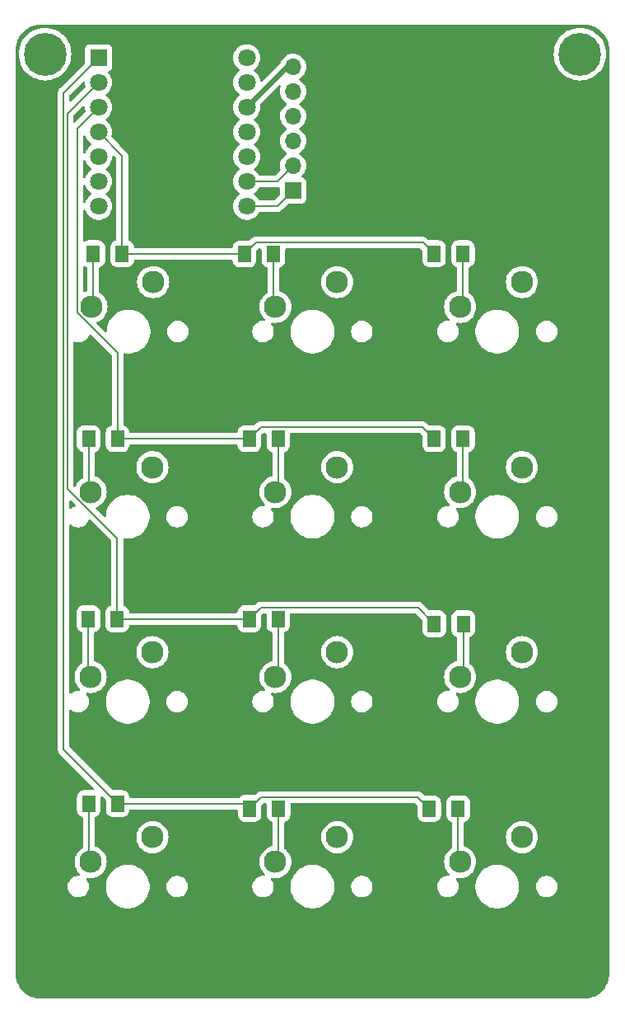
<source format=gbl>
%TF.GenerationSoftware,KiCad,Pcbnew,8.0.0*%
%TF.CreationDate,2024-03-18T12:55:46-04:00*%
%TF.ProjectId,mmp,6d6d702e-6b69-4636-9164-5f7063625858,rev?*%
%TF.SameCoordinates,Original*%
%TF.FileFunction,Copper,L2,Bot*%
%TF.FilePolarity,Positive*%
%FSLAX46Y46*%
G04 Gerber Fmt 4.6, Leading zero omitted, Abs format (unit mm)*
G04 Created by KiCad (PCBNEW 8.0.0) date 2024-03-18 12:55:46*
%MOMM*%
%LPD*%
G01*
G04 APERTURE LIST*
G04 Aperture macros list*
%AMRoundRect*
0 Rectangle with rounded corners*
0 $1 Rounding radius*
0 $2 $3 $4 $5 $6 $7 $8 $9 X,Y pos of 4 corners*
0 Add a 4 corners polygon primitive as box body*
4,1,4,$2,$3,$4,$5,$6,$7,$8,$9,$2,$3,0*
0 Add four circle primitives for the rounded corners*
1,1,$1+$1,$2,$3*
1,1,$1+$1,$4,$5*
1,1,$1+$1,$6,$7*
1,1,$1+$1,$8,$9*
0 Add four rect primitives between the rounded corners*
20,1,$1+$1,$2,$3,$4,$5,0*
20,1,$1+$1,$4,$5,$6,$7,0*
20,1,$1+$1,$6,$7,$8,$9,0*
20,1,$1+$1,$8,$9,$2,$3,0*%
G04 Aperture macros list end*
%TA.AperFunction,ComponentPad*%
%ADD10C,2.300000*%
%TD*%
%TA.AperFunction,ComponentPad*%
%ADD11R,1.800000X1.800000*%
%TD*%
%TA.AperFunction,ComponentPad*%
%ADD12C,1.800000*%
%TD*%
%TA.AperFunction,ComponentPad*%
%ADD13C,0.700000*%
%TD*%
%TA.AperFunction,ComponentPad*%
%ADD14C,4.400000*%
%TD*%
%TA.AperFunction,SMDPad,CuDef*%
%ADD15RoundRect,0.250001X-0.462499X-0.624999X0.462499X-0.624999X0.462499X0.624999X-0.462499X0.624999X0*%
%TD*%
%TA.AperFunction,SMDPad,CuDef*%
%ADD16RoundRect,0.250001X0.462499X0.624999X-0.462499X0.624999X-0.462499X-0.624999X0.462499X-0.624999X0*%
%TD*%
%TA.AperFunction,ComponentPad*%
%ADD17R,1.700000X1.700000*%
%TD*%
%TA.AperFunction,ComponentPad*%
%ADD18O,1.700000X1.700000*%
%TD*%
%TA.AperFunction,Conductor*%
%ADD19C,0.200000*%
%TD*%
%TA.AperFunction,Conductor*%
%ADD20C,0.500000*%
%TD*%
G04 APERTURE END LIST*
D10*
%TO.P,SW4,1,1*%
%TO.N,Net-(D4-A)*%
X101190000Y-85460000D03*
%TO.P,SW4,2,2*%
%TO.N,/col0*%
X107540000Y-82920000D03*
%TD*%
D11*
%TO.P,U1,1,A0/D0/DAC*%
%TO.N,/row3*%
X102000000Y-40880000D03*
D12*
%TO.P,U1,2,A1/D1*%
%TO.N,/row2*%
X102000000Y-43420000D03*
%TO.P,U1,3,A2/D2*%
%TO.N,/row1*%
X102000000Y-45960000D03*
%TO.P,U1,4,A3/D3*%
%TO.N,/row0*%
X102000000Y-48500000D03*
%TO.P,U1,5,D4/SDA*%
%TO.N,/ext0*%
X102000000Y-51040000D03*
%TO.P,U1,6,D5/SCL*%
%TO.N,/ext1*%
X102000000Y-53580000D03*
%TO.P,U1,7,A6/D6/TX*%
%TO.N,/col0*%
X102000000Y-56120000D03*
%TO.P,U1,8,A7/D7/RX*%
%TO.N,/ext3*%
X117240000Y-56120000D03*
%TO.P,U1,9,A8/D8/SCK*%
%TO.N,/ext2*%
X117240000Y-53580000D03*
%TO.P,U1,10,A9/D9/MISO*%
%TO.N,/col1*%
X117240000Y-51040000D03*
%TO.P,U1,11,A10/D10/MOSI*%
%TO.N,/col2*%
X117240000Y-48500000D03*
%TO.P,U1,12,3V3*%
%TO.N,+3.3V*%
X117240000Y-45960000D03*
%TO.P,U1,13,GND*%
%TO.N,GND*%
X117240000Y-43420000D03*
%TO.P,U1,14,5V*%
%TO.N,unconnected-(U1-5V-Pad14)*%
X117240000Y-40880000D03*
%TD*%
D10*
%TO.P,SW10,1,1*%
%TO.N,Net-(D10-A)*%
X101190000Y-123460000D03*
%TO.P,SW10,2,2*%
%TO.N,/col0*%
X107540000Y-120920000D03*
%TD*%
D13*
%TO.P,REF\u002A\u002A,1*%
%TO.N,N/C*%
X149850000Y-40500000D03*
X150333274Y-39333274D03*
X150333274Y-41666726D03*
X151500000Y-38850000D03*
D14*
X151500000Y-40500000D03*
D13*
X151500000Y-42150000D03*
X152666726Y-39333274D03*
X152666726Y-41666726D03*
X153150000Y-40500000D03*
%TD*%
D10*
%TO.P,SW2,1,1*%
%TO.N,Net-(D2-A)*%
X120190000Y-66460000D03*
%TO.P,SW2,2,2*%
%TO.N,/col1*%
X126540000Y-63920000D03*
%TD*%
%TO.P,SW3,1,1*%
%TO.N,Net-(D3-A)*%
X139190000Y-66460000D03*
%TO.P,SW3,2,2*%
%TO.N,/col2*%
X145540000Y-63920000D03*
%TD*%
%TO.P,SW5,1,1*%
%TO.N,Net-(D5-A)*%
X120190000Y-85460000D03*
%TO.P,SW5,2,2*%
%TO.N,/col1*%
X126540000Y-82920000D03*
%TD*%
D13*
%TO.P,REF\u002A\u002A,1*%
%TO.N,N/C*%
X94850000Y-40500000D03*
X95333274Y-39333274D03*
X95333274Y-41666726D03*
X96500000Y-38850000D03*
D14*
X96500000Y-40500000D03*
D13*
X96500000Y-42150000D03*
X97666726Y-39333274D03*
X97666726Y-41666726D03*
X98150000Y-40500000D03*
%TD*%
D10*
%TO.P,SW7,1,1*%
%TO.N,Net-(D7-A)*%
X101190000Y-104460000D03*
%TO.P,SW7,2,2*%
%TO.N,/col0*%
X107540000Y-101920000D03*
%TD*%
%TO.P,SW1,1,1*%
%TO.N,Net-(D1-A)*%
X101270000Y-66460000D03*
%TO.P,SW1,2,2*%
%TO.N,/col0*%
X107620000Y-63920000D03*
%TD*%
%TO.P,SW9,1,1*%
%TO.N,Net-(D9-A)*%
X139190000Y-104460000D03*
%TO.P,SW9,2,2*%
%TO.N,/col2*%
X145540000Y-101920000D03*
%TD*%
%TO.P,SW12,1,1*%
%TO.N,Net-(D12-A)*%
X139190000Y-123460000D03*
%TO.P,SW12,2,2*%
%TO.N,/col2*%
X145540000Y-120920000D03*
%TD*%
%TO.P,SW11,1,1*%
%TO.N,Net-(D11-A)*%
X120190000Y-123460000D03*
%TO.P,SW11,2,2*%
%TO.N,/col1*%
X126540000Y-120920000D03*
%TD*%
%TO.P,SW8,1,1*%
%TO.N,Net-(D8-A)*%
X120190000Y-104460000D03*
%TO.P,SW8,2,2*%
%TO.N,/col1*%
X126540000Y-101920000D03*
%TD*%
%TO.P,SW6,1,1*%
%TO.N,Net-(D6-A)*%
X139190000Y-85460000D03*
%TO.P,SW6,2,2*%
%TO.N,/col2*%
X145540000Y-82920000D03*
%TD*%
D15*
%TO.P,D3,1,K*%
%TO.N,/row0*%
X136500000Y-61000000D03*
%TO.P,D3,2,A*%
%TO.N,Net-(D3-A)*%
X139475000Y-61000000D03*
%TD*%
D16*
%TO.P,D4,1,K*%
%TO.N,/row1*%
X103955000Y-80000000D03*
%TO.P,D4,2,A*%
%TO.N,Net-(D4-A)*%
X100980000Y-80000000D03*
%TD*%
D15*
%TO.P,D8,1,K*%
%TO.N,/row2*%
X117500000Y-98500000D03*
%TO.P,D8,2,A*%
%TO.N,Net-(D8-A)*%
X120475000Y-98500000D03*
%TD*%
%TO.P,D2,1,K*%
%TO.N,/row0*%
X117000000Y-61035000D03*
%TO.P,D2,2,A*%
%TO.N,Net-(D2-A)*%
X119975000Y-61035000D03*
%TD*%
%TO.P,D5,1,K*%
%TO.N,/row1*%
X117500000Y-80000000D03*
%TO.P,D5,2,A*%
%TO.N,Net-(D5-A)*%
X120475000Y-80000000D03*
%TD*%
%TO.P,D6,1,K*%
%TO.N,/row1*%
X136500000Y-80000000D03*
%TO.P,D6,2,A*%
%TO.N,Net-(D6-A)*%
X139475000Y-80000000D03*
%TD*%
D17*
%TO.P,J2,1,Pin_1*%
%TO.N,/ext3*%
X122000000Y-54500000D03*
D18*
%TO.P,J2,2,Pin_2*%
%TO.N,/ext2*%
X122000000Y-51960000D03*
%TO.P,J2,3,Pin_3*%
%TO.N,/ext1*%
X122000000Y-49420000D03*
%TO.P,J2,4,Pin_4*%
%TO.N,/ext0*%
X122000000Y-46880000D03*
%TO.P,J2,5,Pin_5*%
%TO.N,GND*%
X122000000Y-44340000D03*
%TO.P,J2,6,Pin_6*%
%TO.N,+3.3V*%
X122000000Y-41800000D03*
%TD*%
D15*
%TO.P,D9,1,K*%
%TO.N,/row2*%
X136525000Y-99000000D03*
%TO.P,D9,2,A*%
%TO.N,Net-(D9-A)*%
X139500000Y-99000000D03*
%TD*%
D16*
%TO.P,D1,1,K*%
%TO.N,/row0*%
X104442500Y-61000000D03*
%TO.P,D1,2,A*%
%TO.N,Net-(D1-A)*%
X101467500Y-61000000D03*
%TD*%
D15*
%TO.P,D12,1,K*%
%TO.N,/row3*%
X136000000Y-118000000D03*
%TO.P,D12,2,A*%
%TO.N,Net-(D12-A)*%
X138975000Y-118000000D03*
%TD*%
%TO.P,D11,1,K*%
%TO.N,/row3*%
X117535000Y-117965000D03*
%TO.P,D11,2,A*%
%TO.N,Net-(D11-A)*%
X120510000Y-117965000D03*
%TD*%
D16*
%TO.P,D7,1,K*%
%TO.N,/row2*%
X103930000Y-98500000D03*
%TO.P,D7,2,A*%
%TO.N,Net-(D7-A)*%
X100955000Y-98500000D03*
%TD*%
%TO.P,D10,1,K*%
%TO.N,/row3*%
X103965000Y-117477500D03*
%TO.P,D10,2,A*%
%TO.N,Net-(D10-A)*%
X100990000Y-117477500D03*
%TD*%
D19*
%TO.N,Net-(D1-A)*%
X101467500Y-61000000D02*
X101467500Y-66262500D01*
X101467500Y-66262500D02*
X101270000Y-66460000D01*
%TO.N,/row0*%
X136500000Y-61000000D02*
X135360000Y-59860000D01*
X118175000Y-59860000D02*
X117000000Y-61035000D01*
X116965000Y-61000000D02*
X117000000Y-61035000D01*
X104442500Y-61000000D02*
X104442500Y-50942500D01*
X104442500Y-61000000D02*
X116965000Y-61000000D01*
X135360000Y-59860000D02*
X118175000Y-59860000D01*
X104442500Y-50942500D02*
X102000000Y-48500000D01*
%TO.N,Net-(D2-A)*%
X119975000Y-66245000D02*
X120190000Y-66460000D01*
X119975000Y-61035000D02*
X119975000Y-66245000D01*
%TO.N,Net-(D3-A)*%
X139475000Y-61000000D02*
X139475000Y-66175000D01*
X139475000Y-66175000D02*
X139190000Y-66460000D01*
%TO.N,/row1*%
X99820000Y-67060610D02*
X99820000Y-48140000D01*
X136500000Y-80000000D02*
X135325000Y-78825000D01*
X103955000Y-80000000D02*
X103955000Y-71195610D01*
X135325000Y-78825000D02*
X118675000Y-78825000D01*
X103955000Y-71195610D02*
X99820000Y-67060610D01*
X118675000Y-78825000D02*
X117500000Y-80000000D01*
X103955000Y-80000000D02*
X117500000Y-80000000D01*
X99820000Y-48140000D02*
X102000000Y-45960000D01*
%TO.N,Net-(D4-A)*%
X100980000Y-85250000D02*
X101190000Y-85460000D01*
X100980000Y-80000000D02*
X100980000Y-85250000D01*
%TO.N,Net-(D5-A)*%
X120475000Y-80000000D02*
X120475000Y-85175000D01*
X120475000Y-85175000D02*
X120190000Y-85460000D01*
%TO.N,Net-(D6-A)*%
X139475000Y-80000000D02*
X139475000Y-85175000D01*
X139475000Y-85175000D02*
X139190000Y-85460000D01*
%TO.N,/row2*%
X103930000Y-98500000D02*
X117500000Y-98500000D01*
X103924165Y-90244775D02*
X98799100Y-85119710D01*
X98799100Y-46620900D02*
X102000000Y-43420000D01*
X103930000Y-98500000D02*
X103930000Y-90244775D01*
X98799100Y-85119710D02*
X98799100Y-46620900D01*
X103930000Y-90244775D02*
X103924165Y-90244775D01*
X118675000Y-97325000D02*
X117500000Y-98500000D01*
X134850000Y-97325000D02*
X118675000Y-97325000D01*
X136525000Y-99000000D02*
X134850000Y-97325000D01*
%TO.N,Net-(D7-A)*%
X100955000Y-104225000D02*
X101190000Y-104460000D01*
X100955000Y-98500000D02*
X100955000Y-104225000D01*
%TO.N,Net-(D8-A)*%
X120475000Y-98500000D02*
X120475000Y-104175000D01*
X120475000Y-104175000D02*
X120190000Y-104460000D01*
%TO.N,Net-(D9-A)*%
X139500000Y-99000000D02*
X139500000Y-104150000D01*
X139500000Y-104150000D02*
X139190000Y-104460000D01*
%TO.N,/row3*%
X103965000Y-117477500D02*
X98399100Y-111911600D01*
X134790000Y-116790000D02*
X118710000Y-116790000D01*
X118710000Y-116790000D02*
X117535000Y-117965000D01*
X136000000Y-118000000D02*
X134790000Y-116790000D01*
X103965000Y-117477500D02*
X117047500Y-117477500D01*
X117047500Y-117477500D02*
X117535000Y-117965000D01*
X98399100Y-44480900D02*
X102000000Y-40880000D01*
X98399100Y-111911600D02*
X98399100Y-44480900D01*
%TO.N,Net-(D10-A)*%
X100990000Y-117477500D02*
X100990000Y-123260000D01*
X100990000Y-123260000D02*
X101190000Y-123460000D01*
%TO.N,Net-(D11-A)*%
X120510000Y-117965000D02*
X120510000Y-123140000D01*
X120510000Y-123140000D02*
X120190000Y-123460000D01*
%TO.N,Net-(D12-A)*%
X138975000Y-123245000D02*
X139190000Y-123460000D01*
X138975000Y-118000000D02*
X138975000Y-123245000D01*
%TO.N,/ext3*%
X117240000Y-56120000D02*
X120380000Y-56120000D01*
X120380000Y-56120000D02*
X122000000Y-54500000D01*
D20*
%TO.N,+3.3V*%
X117240000Y-45960000D02*
X121400000Y-41800000D01*
D19*
X121400000Y-41800000D02*
X122000000Y-41800000D01*
%TO.N,/ext2*%
X120380000Y-53580000D02*
X122000000Y-51960000D01*
X117240000Y-53580000D02*
X120380000Y-53580000D01*
%TD*%
%TA.AperFunction,NonConductor*%
G36*
X152003736Y-37500726D02*
G01*
X152293796Y-37518271D01*
X152308659Y-37520076D01*
X152590798Y-37571780D01*
X152605335Y-37575363D01*
X152879172Y-37660695D01*
X152893163Y-37666000D01*
X153154743Y-37783727D01*
X153167989Y-37790680D01*
X153413465Y-37939075D01*
X153425776Y-37947573D01*
X153626022Y-38104455D01*
X153651573Y-38124473D01*
X153662781Y-38134403D01*
X153865596Y-38337218D01*
X153875526Y-38348426D01*
X153995481Y-38501538D01*
X154052422Y-38574217D01*
X154060928Y-38586540D01*
X154209316Y-38832004D01*
X154216275Y-38845263D01*
X154333997Y-39106831D01*
X154339306Y-39120832D01*
X154424635Y-39394663D01*
X154428219Y-39409201D01*
X154479923Y-39691340D01*
X154481728Y-39706205D01*
X154499274Y-39996263D01*
X154499500Y-40003750D01*
X154499500Y-134996249D01*
X154499274Y-135003736D01*
X154481728Y-135293794D01*
X154479923Y-135308659D01*
X154428219Y-135590798D01*
X154424635Y-135605336D01*
X154339306Y-135879167D01*
X154333997Y-135893168D01*
X154216275Y-136154736D01*
X154209316Y-136167995D01*
X154060928Y-136413459D01*
X154052422Y-136425782D01*
X153875526Y-136651573D01*
X153865596Y-136662781D01*
X153662781Y-136865596D01*
X153651573Y-136875526D01*
X153425782Y-137052422D01*
X153413459Y-137060928D01*
X153167995Y-137209316D01*
X153154736Y-137216275D01*
X152893168Y-137333997D01*
X152879167Y-137339306D01*
X152605336Y-137424635D01*
X152590798Y-137428219D01*
X152308659Y-137479923D01*
X152293794Y-137481728D01*
X152003736Y-137499274D01*
X151996249Y-137499500D01*
X96003751Y-137499500D01*
X95996264Y-137499274D01*
X95706205Y-137481728D01*
X95691340Y-137479923D01*
X95409201Y-137428219D01*
X95394663Y-137424635D01*
X95120832Y-137339306D01*
X95106831Y-137333997D01*
X94845263Y-137216275D01*
X94832004Y-137209316D01*
X94586540Y-137060928D01*
X94574217Y-137052422D01*
X94348426Y-136875526D01*
X94337218Y-136865596D01*
X94134403Y-136662781D01*
X94124473Y-136651573D01*
X93947573Y-136425776D01*
X93939075Y-136413465D01*
X93790680Y-136167989D01*
X93783727Y-136154743D01*
X93666000Y-135893163D01*
X93660693Y-135879167D01*
X93575364Y-135605336D01*
X93571780Y-135590798D01*
X93520076Y-135308659D01*
X93518271Y-135293794D01*
X93500726Y-135003736D01*
X93500500Y-134996249D01*
X93500500Y-111990654D01*
X97798598Y-111990654D01*
X97839523Y-112143385D01*
X97868458Y-112193500D01*
X97868459Y-112193504D01*
X97868460Y-112193504D01*
X97918579Y-112280314D01*
X97918581Y-112280317D01*
X98037449Y-112399185D01*
X98037455Y-112399190D01*
X101528584Y-115890319D01*
X101562069Y-115951642D01*
X101557085Y-116021334D01*
X101515213Y-116077267D01*
X101449749Y-116101684D01*
X101440903Y-116102000D01*
X100477484Y-116102000D01*
X100374704Y-116112500D01*
X100374703Y-116112501D01*
X100208164Y-116167686D01*
X100208162Y-116167687D01*
X100058848Y-116259786D01*
X100058844Y-116259789D01*
X99934789Y-116383844D01*
X99934786Y-116383848D01*
X99842687Y-116533162D01*
X99842686Y-116533164D01*
X99787501Y-116699703D01*
X99787500Y-116699704D01*
X99777000Y-116802484D01*
X99777000Y-118152515D01*
X99787500Y-118255295D01*
X99787501Y-118255296D01*
X99842686Y-118421835D01*
X99842687Y-118421837D01*
X99934786Y-118571151D01*
X99934789Y-118571155D01*
X100058844Y-118695210D01*
X100058848Y-118695213D01*
X100208162Y-118787312D01*
X100208164Y-118787313D01*
X100208166Y-118787314D01*
X100304504Y-118819237D01*
X100361949Y-118859009D01*
X100388772Y-118923525D01*
X100389500Y-118936943D01*
X100389500Y-121945350D01*
X100369815Y-122012389D01*
X100330290Y-122051077D01*
X100216865Y-122120584D01*
X100216862Y-122120585D01*
X100019311Y-122289311D01*
X99850588Y-122486859D01*
X99714843Y-122708376D01*
X99615427Y-122948389D01*
X99554778Y-123201009D01*
X99534396Y-123460000D01*
X99554778Y-123718990D01*
X99615427Y-123971610D01*
X99714843Y-124211623D01*
X99714845Y-124211627D01*
X99714846Y-124211628D01*
X99850588Y-124433140D01*
X100019311Y-124630689D01*
X100077410Y-124680310D01*
X100115603Y-124738817D01*
X100116101Y-124808685D01*
X100078748Y-124867731D01*
X100015401Y-124897209D01*
X99996878Y-124898600D01*
X99833313Y-124898600D01*
X99662086Y-124925720D01*
X99497211Y-124979290D01*
X99497208Y-124979291D01*
X99342739Y-125057998D01*
X99263454Y-125115603D01*
X99202486Y-125159899D01*
X99202484Y-125159901D01*
X99202483Y-125159901D01*
X99079901Y-125282483D01*
X99079901Y-125282484D01*
X99079899Y-125282486D01*
X99036136Y-125342719D01*
X98977998Y-125422739D01*
X98899291Y-125577208D01*
X98899290Y-125577211D01*
X98845720Y-125742086D01*
X98818600Y-125913312D01*
X98818600Y-126086687D01*
X98845720Y-126257913D01*
X98899290Y-126422788D01*
X98899291Y-126422791D01*
X98977998Y-126577260D01*
X99079899Y-126717514D01*
X99202486Y-126840101D01*
X99342740Y-126942002D01*
X99418502Y-126980604D01*
X99497208Y-127020708D01*
X99497211Y-127020709D01*
X99579648Y-127047494D01*
X99662088Y-127074280D01*
X99741391Y-127086840D01*
X99833313Y-127101400D01*
X99833318Y-127101400D01*
X100006687Y-127101400D01*
X100089695Y-127088252D01*
X100177912Y-127074280D01*
X100342791Y-127020708D01*
X100497260Y-126942002D01*
X100637514Y-126840101D01*
X100760101Y-126717514D01*
X100862002Y-126577260D01*
X100940708Y-126422791D01*
X100994280Y-126257912D01*
X101011831Y-126147099D01*
X102755600Y-126147099D01*
X102755601Y-126147116D01*
X102794001Y-126438796D01*
X102870152Y-126722994D01*
X102982734Y-126994794D01*
X102982742Y-126994810D01*
X103129840Y-127249589D01*
X103129851Y-127249605D01*
X103308948Y-127483009D01*
X103308954Y-127483016D01*
X103516983Y-127691045D01*
X103516989Y-127691050D01*
X103750403Y-127870155D01*
X103750410Y-127870159D01*
X104005189Y-128017257D01*
X104005205Y-128017265D01*
X104277005Y-128129847D01*
X104277007Y-128129847D01*
X104277013Y-128129850D01*
X104561200Y-128205998D01*
X104852894Y-128244400D01*
X104852901Y-128244400D01*
X105147099Y-128244400D01*
X105147106Y-128244400D01*
X105438800Y-128205998D01*
X105722987Y-128129850D01*
X105796318Y-128099475D01*
X105994794Y-128017265D01*
X105994797Y-128017263D01*
X105994803Y-128017261D01*
X106249597Y-127870155D01*
X106483011Y-127691050D01*
X106691050Y-127483011D01*
X106870155Y-127249597D01*
X107017261Y-126994803D01*
X107129850Y-126722987D01*
X107205998Y-126438800D01*
X107244400Y-126147106D01*
X107244400Y-126086687D01*
X108978600Y-126086687D01*
X109005720Y-126257913D01*
X109059290Y-126422788D01*
X109059291Y-126422791D01*
X109137998Y-126577260D01*
X109239899Y-126717514D01*
X109362486Y-126840101D01*
X109502740Y-126942002D01*
X109578502Y-126980604D01*
X109657208Y-127020708D01*
X109657211Y-127020709D01*
X109739648Y-127047494D01*
X109822088Y-127074280D01*
X109901391Y-127086840D01*
X109993313Y-127101400D01*
X109993318Y-127101400D01*
X110166687Y-127101400D01*
X110249695Y-127088252D01*
X110337912Y-127074280D01*
X110502791Y-127020708D01*
X110657260Y-126942002D01*
X110797514Y-126840101D01*
X110920101Y-126717514D01*
X111022002Y-126577260D01*
X111100708Y-126422791D01*
X111154280Y-126257912D01*
X111171831Y-126147099D01*
X111181400Y-126086687D01*
X111181400Y-125913312D01*
X111165622Y-125813702D01*
X111154280Y-125742088D01*
X111100708Y-125577209D01*
X111100708Y-125577208D01*
X111022001Y-125422739D01*
X110920101Y-125282486D01*
X110797514Y-125159899D01*
X110657260Y-125057998D01*
X110611286Y-125034573D01*
X110502791Y-124979291D01*
X110502788Y-124979290D01*
X110337913Y-124925720D01*
X110166687Y-124898600D01*
X110166682Y-124898600D01*
X109993318Y-124898600D01*
X109993313Y-124898600D01*
X109822086Y-124925720D01*
X109657211Y-124979290D01*
X109657208Y-124979291D01*
X109502739Y-125057998D01*
X109423454Y-125115603D01*
X109362486Y-125159899D01*
X109362484Y-125159901D01*
X109362483Y-125159901D01*
X109239901Y-125282483D01*
X109239901Y-125282484D01*
X109239899Y-125282486D01*
X109196136Y-125342719D01*
X109137998Y-125422739D01*
X109059291Y-125577208D01*
X109059290Y-125577211D01*
X109005720Y-125742086D01*
X108978600Y-125913312D01*
X108978600Y-126086687D01*
X107244400Y-126086687D01*
X107244400Y-125852894D01*
X107205998Y-125561200D01*
X107129850Y-125277013D01*
X107129847Y-125277005D01*
X107017265Y-125005205D01*
X107017257Y-125005189D01*
X106870159Y-124750410D01*
X106870155Y-124750403D01*
X106691050Y-124516989D01*
X106691045Y-124516983D01*
X106483016Y-124308954D01*
X106483009Y-124308948D01*
X106249605Y-124129851D01*
X106249603Y-124129849D01*
X106249597Y-124129845D01*
X106249592Y-124129842D01*
X106249589Y-124129840D01*
X105994810Y-123982742D01*
X105994794Y-123982734D01*
X105722994Y-123870152D01*
X105438796Y-123794001D01*
X105147116Y-123755601D01*
X105147111Y-123755600D01*
X105147106Y-123755600D01*
X104852894Y-123755600D01*
X104852888Y-123755600D01*
X104852883Y-123755601D01*
X104561203Y-123794001D01*
X104277005Y-123870152D01*
X104005205Y-123982734D01*
X104005189Y-123982742D01*
X103750410Y-124129840D01*
X103750394Y-124129851D01*
X103516990Y-124308948D01*
X103516983Y-124308954D01*
X103308954Y-124516983D01*
X103308948Y-124516990D01*
X103129851Y-124750394D01*
X103129840Y-124750410D01*
X102982742Y-125005189D01*
X102982734Y-125005205D01*
X102870152Y-125277005D01*
X102794001Y-125561203D01*
X102755601Y-125852883D01*
X102755600Y-125852900D01*
X102755600Y-126147099D01*
X101011831Y-126147099D01*
X101021400Y-126086687D01*
X101021400Y-125913312D01*
X101005622Y-125813702D01*
X100994280Y-125742088D01*
X100940708Y-125577209D01*
X100940708Y-125577208D01*
X100862001Y-125422739D01*
X100760101Y-125282486D01*
X100760098Y-125282483D01*
X100757237Y-125278545D01*
X100758985Y-125277274D01*
X100734102Y-125221721D01*
X100744549Y-125152637D01*
X100790687Y-125100167D01*
X100857868Y-125080971D01*
X100885902Y-125084392D01*
X100931006Y-125095221D01*
X101190000Y-125115604D01*
X101448994Y-125095221D01*
X101701610Y-125034573D01*
X101941628Y-124935154D01*
X102163140Y-124799412D01*
X102360689Y-124630689D01*
X102529412Y-124433140D01*
X102665154Y-124211628D01*
X102764573Y-123971610D01*
X102825221Y-123718994D01*
X102845604Y-123460000D01*
X102825221Y-123201006D01*
X102764573Y-122948390D01*
X102665154Y-122708372D01*
X102529412Y-122486860D01*
X102360689Y-122289311D01*
X102163140Y-122120588D01*
X101941628Y-121984846D01*
X101941627Y-121984845D01*
X101941623Y-121984843D01*
X101775627Y-121916086D01*
X101701610Y-121885427D01*
X101701608Y-121885426D01*
X101701607Y-121885426D01*
X101685550Y-121881571D01*
X101624959Y-121846779D01*
X101592796Y-121784752D01*
X101590500Y-121760998D01*
X101590500Y-120920000D01*
X105884396Y-120920000D01*
X105904778Y-121178990D01*
X105965427Y-121431610D01*
X106064843Y-121671623D01*
X106064845Y-121671627D01*
X106064846Y-121671628D01*
X106200588Y-121893140D01*
X106369311Y-122090689D01*
X106566860Y-122259412D01*
X106788372Y-122395154D01*
X106788374Y-122395154D01*
X106788376Y-122395156D01*
X106849693Y-122420554D01*
X107028390Y-122494573D01*
X107281006Y-122555221D01*
X107540000Y-122575604D01*
X107798994Y-122555221D01*
X108051610Y-122494573D01*
X108291628Y-122395154D01*
X108513140Y-122259412D01*
X108710689Y-122090689D01*
X108879412Y-121893140D01*
X109015154Y-121671628D01*
X109114573Y-121431610D01*
X109175221Y-121178994D01*
X109195604Y-120920000D01*
X109175221Y-120661006D01*
X109114573Y-120408390D01*
X109015154Y-120168372D01*
X108879412Y-119946860D01*
X108710689Y-119749311D01*
X108513140Y-119580588D01*
X108291628Y-119444846D01*
X108291627Y-119444845D01*
X108291623Y-119444843D01*
X108124210Y-119375499D01*
X108051610Y-119345427D01*
X108051611Y-119345427D01*
X107890455Y-119306737D01*
X107798994Y-119284779D01*
X107798992Y-119284778D01*
X107798991Y-119284778D01*
X107540000Y-119264396D01*
X107281009Y-119284778D01*
X107028389Y-119345427D01*
X106788376Y-119444843D01*
X106566859Y-119580588D01*
X106369311Y-119749311D01*
X106200588Y-119946859D01*
X106064843Y-120168376D01*
X105965427Y-120408389D01*
X105904778Y-120661009D01*
X105884396Y-120920000D01*
X101590500Y-120920000D01*
X101590500Y-118936943D01*
X101610185Y-118869904D01*
X101662989Y-118824149D01*
X101675490Y-118819238D01*
X101771834Y-118787314D01*
X101921155Y-118695211D01*
X102045211Y-118571155D01*
X102137314Y-118421834D01*
X102192499Y-118255297D01*
X102203000Y-118152508D01*
X102203000Y-116864097D01*
X102222685Y-116797058D01*
X102275489Y-116751303D01*
X102344647Y-116741359D01*
X102408203Y-116770384D01*
X102414681Y-116776416D01*
X102715681Y-117077416D01*
X102749166Y-117138739D01*
X102752000Y-117165097D01*
X102752000Y-118152515D01*
X102762500Y-118255295D01*
X102762501Y-118255296D01*
X102817686Y-118421835D01*
X102817687Y-118421837D01*
X102909786Y-118571151D01*
X102909789Y-118571155D01*
X103033844Y-118695210D01*
X103033848Y-118695213D01*
X103183162Y-118787312D01*
X103183164Y-118787313D01*
X103183166Y-118787314D01*
X103349703Y-118842499D01*
X103452492Y-118853000D01*
X103452497Y-118853000D01*
X104477503Y-118853000D01*
X104477508Y-118853000D01*
X104580297Y-118842499D01*
X104746834Y-118787314D01*
X104896155Y-118695211D01*
X105020211Y-118571155D01*
X105112314Y-118421834D01*
X105167499Y-118255297D01*
X105174231Y-118189397D01*
X105200627Y-118124706D01*
X105257807Y-118084555D01*
X105297589Y-118078000D01*
X116198000Y-118078000D01*
X116265039Y-118097685D01*
X116310794Y-118150489D01*
X116322000Y-118202000D01*
X116322000Y-118640015D01*
X116332500Y-118742795D01*
X116332501Y-118742796D01*
X116387686Y-118909335D01*
X116387687Y-118909337D01*
X116479786Y-119058651D01*
X116479789Y-119058655D01*
X116603844Y-119182710D01*
X116603848Y-119182713D01*
X116753162Y-119274812D01*
X116753164Y-119274813D01*
X116753166Y-119274814D01*
X116919703Y-119329999D01*
X117022492Y-119340500D01*
X117022497Y-119340500D01*
X118047503Y-119340500D01*
X118047508Y-119340500D01*
X118150297Y-119329999D01*
X118316834Y-119274814D01*
X118466155Y-119182711D01*
X118590211Y-119058655D01*
X118682314Y-118909334D01*
X118737499Y-118742797D01*
X118748000Y-118640008D01*
X118748000Y-117652597D01*
X118767685Y-117585558D01*
X118784319Y-117564916D01*
X118922416Y-117426819D01*
X118983739Y-117393334D01*
X119010097Y-117390500D01*
X119173000Y-117390500D01*
X119240039Y-117410185D01*
X119285794Y-117462989D01*
X119297000Y-117514500D01*
X119297000Y-118640015D01*
X119307500Y-118742795D01*
X119307501Y-118742796D01*
X119362686Y-118909335D01*
X119362687Y-118909337D01*
X119454786Y-119058651D01*
X119454789Y-119058655D01*
X119578844Y-119182710D01*
X119578848Y-119182713D01*
X119728162Y-119274812D01*
X119728164Y-119274813D01*
X119728166Y-119274814D01*
X119824504Y-119306737D01*
X119881949Y-119346509D01*
X119908772Y-119411025D01*
X119909500Y-119424443D01*
X119909500Y-121732188D01*
X119889815Y-121799227D01*
X119837011Y-121844982D01*
X119814448Y-121852762D01*
X119804502Y-121855150D01*
X119678390Y-121885427D01*
X119678388Y-121885428D01*
X119438376Y-121984843D01*
X119216859Y-122120588D01*
X119019311Y-122289311D01*
X118850588Y-122486859D01*
X118714843Y-122708376D01*
X118615427Y-122948389D01*
X118554778Y-123201009D01*
X118534396Y-123460000D01*
X118554778Y-123718990D01*
X118615427Y-123971610D01*
X118714843Y-124211623D01*
X118714845Y-124211627D01*
X118714846Y-124211628D01*
X118850588Y-124433140D01*
X119019311Y-124630689D01*
X119077410Y-124680310D01*
X119115603Y-124738817D01*
X119116101Y-124808685D01*
X119078748Y-124867731D01*
X119015401Y-124897209D01*
X118996878Y-124898600D01*
X118833313Y-124898600D01*
X118662086Y-124925720D01*
X118497211Y-124979290D01*
X118497208Y-124979291D01*
X118342739Y-125057998D01*
X118263454Y-125115603D01*
X118202486Y-125159899D01*
X118202484Y-125159901D01*
X118202483Y-125159901D01*
X118079901Y-125282483D01*
X118079901Y-125282484D01*
X118079899Y-125282486D01*
X118036136Y-125342719D01*
X117977998Y-125422739D01*
X117899291Y-125577208D01*
X117899290Y-125577211D01*
X117845720Y-125742086D01*
X117818600Y-125913312D01*
X117818600Y-126086687D01*
X117845720Y-126257913D01*
X117899290Y-126422788D01*
X117899291Y-126422791D01*
X117977998Y-126577260D01*
X118079899Y-126717514D01*
X118202486Y-126840101D01*
X118342740Y-126942002D01*
X118418502Y-126980604D01*
X118497208Y-127020708D01*
X118497211Y-127020709D01*
X118579648Y-127047494D01*
X118662088Y-127074280D01*
X118741391Y-127086840D01*
X118833313Y-127101400D01*
X118833318Y-127101400D01*
X119006687Y-127101400D01*
X119089695Y-127088252D01*
X119177912Y-127074280D01*
X119342791Y-127020708D01*
X119497260Y-126942002D01*
X119637514Y-126840101D01*
X119760101Y-126717514D01*
X119862002Y-126577260D01*
X119940708Y-126422791D01*
X119994280Y-126257912D01*
X120011831Y-126147099D01*
X121755600Y-126147099D01*
X121755601Y-126147116D01*
X121794001Y-126438796D01*
X121870152Y-126722994D01*
X121982734Y-126994794D01*
X121982742Y-126994810D01*
X122129840Y-127249589D01*
X122129851Y-127249605D01*
X122308948Y-127483009D01*
X122308954Y-127483016D01*
X122516983Y-127691045D01*
X122516989Y-127691050D01*
X122750403Y-127870155D01*
X122750410Y-127870159D01*
X123005189Y-128017257D01*
X123005205Y-128017265D01*
X123277005Y-128129847D01*
X123277007Y-128129847D01*
X123277013Y-128129850D01*
X123561200Y-128205998D01*
X123852894Y-128244400D01*
X123852901Y-128244400D01*
X124147099Y-128244400D01*
X124147106Y-128244400D01*
X124438800Y-128205998D01*
X124722987Y-128129850D01*
X124796318Y-128099475D01*
X124994794Y-128017265D01*
X124994797Y-128017263D01*
X124994803Y-128017261D01*
X125249597Y-127870155D01*
X125483011Y-127691050D01*
X125691050Y-127483011D01*
X125870155Y-127249597D01*
X126017261Y-126994803D01*
X126129850Y-126722987D01*
X126205998Y-126438800D01*
X126244400Y-126147106D01*
X126244400Y-126086687D01*
X127978600Y-126086687D01*
X128005720Y-126257913D01*
X128059290Y-126422788D01*
X128059291Y-126422791D01*
X128137998Y-126577260D01*
X128239899Y-126717514D01*
X128362486Y-126840101D01*
X128502740Y-126942002D01*
X128578502Y-126980604D01*
X128657208Y-127020708D01*
X128657211Y-127020709D01*
X128739648Y-127047494D01*
X128822088Y-127074280D01*
X128901391Y-127086840D01*
X128993313Y-127101400D01*
X128993318Y-127101400D01*
X129166687Y-127101400D01*
X129249695Y-127088252D01*
X129337912Y-127074280D01*
X129502791Y-127020708D01*
X129657260Y-126942002D01*
X129797514Y-126840101D01*
X129920101Y-126717514D01*
X130022002Y-126577260D01*
X130100708Y-126422791D01*
X130154280Y-126257912D01*
X130171831Y-126147099D01*
X130181400Y-126086687D01*
X136818600Y-126086687D01*
X136845720Y-126257913D01*
X136899290Y-126422788D01*
X136899291Y-126422791D01*
X136977998Y-126577260D01*
X137079899Y-126717514D01*
X137202486Y-126840101D01*
X137342740Y-126942002D01*
X137418502Y-126980604D01*
X137497208Y-127020708D01*
X137497211Y-127020709D01*
X137579648Y-127047494D01*
X137662088Y-127074280D01*
X137741391Y-127086840D01*
X137833313Y-127101400D01*
X137833318Y-127101400D01*
X138006687Y-127101400D01*
X138089695Y-127088252D01*
X138177912Y-127074280D01*
X138342791Y-127020708D01*
X138497260Y-126942002D01*
X138637514Y-126840101D01*
X138760101Y-126717514D01*
X138862002Y-126577260D01*
X138940708Y-126422791D01*
X138994280Y-126257912D01*
X139011831Y-126147099D01*
X140755600Y-126147099D01*
X140755601Y-126147116D01*
X140794001Y-126438796D01*
X140870152Y-126722994D01*
X140982734Y-126994794D01*
X140982742Y-126994810D01*
X141129840Y-127249589D01*
X141129851Y-127249605D01*
X141308948Y-127483009D01*
X141308954Y-127483016D01*
X141516983Y-127691045D01*
X141516989Y-127691050D01*
X141750403Y-127870155D01*
X141750410Y-127870159D01*
X142005189Y-128017257D01*
X142005205Y-128017265D01*
X142277005Y-128129847D01*
X142277007Y-128129847D01*
X142277013Y-128129850D01*
X142561200Y-128205998D01*
X142852894Y-128244400D01*
X142852901Y-128244400D01*
X143147099Y-128244400D01*
X143147106Y-128244400D01*
X143438800Y-128205998D01*
X143722987Y-128129850D01*
X143796318Y-128099475D01*
X143994794Y-128017265D01*
X143994797Y-128017263D01*
X143994803Y-128017261D01*
X144249597Y-127870155D01*
X144483011Y-127691050D01*
X144691050Y-127483011D01*
X144870155Y-127249597D01*
X145017261Y-126994803D01*
X145129850Y-126722987D01*
X145205998Y-126438800D01*
X145244400Y-126147106D01*
X145244400Y-126086687D01*
X146978600Y-126086687D01*
X147005720Y-126257913D01*
X147059290Y-126422788D01*
X147059291Y-126422791D01*
X147137998Y-126577260D01*
X147239899Y-126717514D01*
X147362486Y-126840101D01*
X147502740Y-126942002D01*
X147578502Y-126980604D01*
X147657208Y-127020708D01*
X147657211Y-127020709D01*
X147739648Y-127047494D01*
X147822088Y-127074280D01*
X147901391Y-127086840D01*
X147993313Y-127101400D01*
X147993318Y-127101400D01*
X148166687Y-127101400D01*
X148249695Y-127088252D01*
X148337912Y-127074280D01*
X148502791Y-127020708D01*
X148657260Y-126942002D01*
X148797514Y-126840101D01*
X148920101Y-126717514D01*
X149022002Y-126577260D01*
X149100708Y-126422791D01*
X149154280Y-126257912D01*
X149171831Y-126147099D01*
X149181400Y-126086687D01*
X149181400Y-125913312D01*
X149165622Y-125813702D01*
X149154280Y-125742088D01*
X149100708Y-125577209D01*
X149100708Y-125577208D01*
X149022001Y-125422739D01*
X148920101Y-125282486D01*
X148797514Y-125159899D01*
X148657260Y-125057998D01*
X148611286Y-125034573D01*
X148502791Y-124979291D01*
X148502788Y-124979290D01*
X148337913Y-124925720D01*
X148166687Y-124898600D01*
X148166682Y-124898600D01*
X147993318Y-124898600D01*
X147993313Y-124898600D01*
X147822086Y-124925720D01*
X147657211Y-124979290D01*
X147657208Y-124979291D01*
X147502739Y-125057998D01*
X147423454Y-125115603D01*
X147362486Y-125159899D01*
X147362484Y-125159901D01*
X147362483Y-125159901D01*
X147239901Y-125282483D01*
X147239901Y-125282484D01*
X147239899Y-125282486D01*
X147196136Y-125342719D01*
X147137998Y-125422739D01*
X147059291Y-125577208D01*
X147059290Y-125577211D01*
X147005720Y-125742086D01*
X146978600Y-125913312D01*
X146978600Y-126086687D01*
X145244400Y-126086687D01*
X145244400Y-125852894D01*
X145205998Y-125561200D01*
X145129850Y-125277013D01*
X145129847Y-125277005D01*
X145017265Y-125005205D01*
X145017257Y-125005189D01*
X144870159Y-124750410D01*
X144870155Y-124750403D01*
X144691050Y-124516989D01*
X144691045Y-124516983D01*
X144483016Y-124308954D01*
X144483009Y-124308948D01*
X144249605Y-124129851D01*
X144249603Y-124129849D01*
X144249597Y-124129845D01*
X144249592Y-124129842D01*
X144249589Y-124129840D01*
X143994810Y-123982742D01*
X143994794Y-123982734D01*
X143722994Y-123870152D01*
X143438796Y-123794001D01*
X143147116Y-123755601D01*
X143147111Y-123755600D01*
X143147106Y-123755600D01*
X142852894Y-123755600D01*
X142852888Y-123755600D01*
X142852883Y-123755601D01*
X142561203Y-123794001D01*
X142277005Y-123870152D01*
X142005205Y-123982734D01*
X142005189Y-123982742D01*
X141750410Y-124129840D01*
X141750394Y-124129851D01*
X141516990Y-124308948D01*
X141516983Y-124308954D01*
X141308954Y-124516983D01*
X141308948Y-124516990D01*
X141129851Y-124750394D01*
X141129840Y-124750410D01*
X140982742Y-125005189D01*
X140982734Y-125005205D01*
X140870152Y-125277005D01*
X140794001Y-125561203D01*
X140755601Y-125852883D01*
X140755600Y-125852900D01*
X140755600Y-126147099D01*
X139011831Y-126147099D01*
X139021400Y-126086687D01*
X139021400Y-125913312D01*
X139005622Y-125813702D01*
X138994280Y-125742088D01*
X138940708Y-125577209D01*
X138940708Y-125577208D01*
X138862001Y-125422739D01*
X138760101Y-125282486D01*
X138760098Y-125282483D01*
X138757237Y-125278545D01*
X138758985Y-125277274D01*
X138734102Y-125221721D01*
X138744549Y-125152637D01*
X138790687Y-125100167D01*
X138857868Y-125080971D01*
X138885902Y-125084392D01*
X138931006Y-125095221D01*
X139190000Y-125115604D01*
X139448994Y-125095221D01*
X139701610Y-125034573D01*
X139941628Y-124935154D01*
X140163140Y-124799412D01*
X140360689Y-124630689D01*
X140529412Y-124433140D01*
X140665154Y-124211628D01*
X140764573Y-123971610D01*
X140825221Y-123718994D01*
X140845604Y-123460000D01*
X140825221Y-123201006D01*
X140764573Y-122948390D01*
X140665154Y-122708372D01*
X140529412Y-122486860D01*
X140360689Y-122289311D01*
X140163140Y-122120588D01*
X139941628Y-121984846D01*
X139941627Y-121984845D01*
X139941623Y-121984843D01*
X139701610Y-121885427D01*
X139670548Y-121877969D01*
X139609958Y-121843176D01*
X139577796Y-121781148D01*
X139575500Y-121757396D01*
X139575500Y-120920000D01*
X143884396Y-120920000D01*
X143904778Y-121178990D01*
X143965427Y-121431610D01*
X144064843Y-121671623D01*
X144064845Y-121671627D01*
X144064846Y-121671628D01*
X144200588Y-121893140D01*
X144369311Y-122090689D01*
X144566860Y-122259412D01*
X144788372Y-122395154D01*
X144788374Y-122395154D01*
X144788376Y-122395156D01*
X144849693Y-122420554D01*
X145028390Y-122494573D01*
X145281006Y-122555221D01*
X145540000Y-122575604D01*
X145798994Y-122555221D01*
X146051610Y-122494573D01*
X146291628Y-122395154D01*
X146513140Y-122259412D01*
X146710689Y-122090689D01*
X146879412Y-121893140D01*
X147015154Y-121671628D01*
X147114573Y-121431610D01*
X147175221Y-121178994D01*
X147195604Y-120920000D01*
X147175221Y-120661006D01*
X147114573Y-120408390D01*
X147015154Y-120168372D01*
X146879412Y-119946860D01*
X146710689Y-119749311D01*
X146513140Y-119580588D01*
X146291628Y-119444846D01*
X146291627Y-119444845D01*
X146291623Y-119444843D01*
X146124210Y-119375499D01*
X146051610Y-119345427D01*
X146051611Y-119345427D01*
X145890455Y-119306737D01*
X145798994Y-119284779D01*
X145798992Y-119284778D01*
X145798991Y-119284778D01*
X145540000Y-119264396D01*
X145281009Y-119284778D01*
X145028389Y-119345427D01*
X144788376Y-119444843D01*
X144566859Y-119580588D01*
X144369311Y-119749311D01*
X144200588Y-119946859D01*
X144064843Y-120168376D01*
X143965427Y-120408389D01*
X143904778Y-120661009D01*
X143884396Y-120920000D01*
X139575500Y-120920000D01*
X139575500Y-119459443D01*
X139595185Y-119392404D01*
X139647989Y-119346649D01*
X139660490Y-119341738D01*
X139756834Y-119309814D01*
X139906155Y-119217711D01*
X140030211Y-119093655D01*
X140122314Y-118944334D01*
X140177499Y-118777797D01*
X140188000Y-118675008D01*
X140188000Y-117324992D01*
X140177499Y-117222203D01*
X140122314Y-117055666D01*
X140030211Y-116906345D01*
X139906155Y-116782289D01*
X139906151Y-116782286D01*
X139756837Y-116690187D01*
X139756835Y-116690186D01*
X139651211Y-116655186D01*
X139590297Y-116635001D01*
X139590295Y-116635000D01*
X139487515Y-116624500D01*
X139487508Y-116624500D01*
X138462492Y-116624500D01*
X138462484Y-116624500D01*
X138359704Y-116635000D01*
X138359703Y-116635001D01*
X138193164Y-116690186D01*
X138193162Y-116690187D01*
X138043848Y-116782286D01*
X138043844Y-116782289D01*
X137919789Y-116906344D01*
X137919786Y-116906348D01*
X137827687Y-117055662D01*
X137827686Y-117055664D01*
X137772501Y-117222203D01*
X137772500Y-117222204D01*
X137762000Y-117324984D01*
X137762000Y-118675015D01*
X137772500Y-118777795D01*
X137772501Y-118777797D01*
X137775655Y-118787314D01*
X137827686Y-118944335D01*
X137827687Y-118944337D01*
X137919786Y-119093651D01*
X137919789Y-119093655D01*
X138043844Y-119217710D01*
X138043848Y-119217713D01*
X138193162Y-119309812D01*
X138193164Y-119309813D01*
X138193166Y-119309814D01*
X138289504Y-119341737D01*
X138346949Y-119381509D01*
X138373772Y-119446025D01*
X138374500Y-119459443D01*
X138374500Y-121954542D01*
X138354815Y-122021581D01*
X138315290Y-122060269D01*
X138216865Y-122120584D01*
X138216862Y-122120585D01*
X138019311Y-122289311D01*
X137850588Y-122486859D01*
X137714843Y-122708376D01*
X137615427Y-122948389D01*
X137554778Y-123201009D01*
X137534396Y-123460000D01*
X137554778Y-123718990D01*
X137615427Y-123971610D01*
X137714843Y-124211623D01*
X137714845Y-124211627D01*
X137714846Y-124211628D01*
X137850588Y-124433140D01*
X138019311Y-124630689D01*
X138077410Y-124680310D01*
X138115603Y-124738817D01*
X138116101Y-124808685D01*
X138078748Y-124867731D01*
X138015401Y-124897209D01*
X137996878Y-124898600D01*
X137833313Y-124898600D01*
X137662086Y-124925720D01*
X137497211Y-124979290D01*
X137497208Y-124979291D01*
X137342739Y-125057998D01*
X137263454Y-125115603D01*
X137202486Y-125159899D01*
X137202484Y-125159901D01*
X137202483Y-125159901D01*
X137079901Y-125282483D01*
X137079901Y-125282484D01*
X137079899Y-125282486D01*
X137036136Y-125342719D01*
X136977998Y-125422739D01*
X136899291Y-125577208D01*
X136899290Y-125577211D01*
X136845720Y-125742086D01*
X136818600Y-125913312D01*
X136818600Y-126086687D01*
X130181400Y-126086687D01*
X130181400Y-125913312D01*
X130165622Y-125813702D01*
X130154280Y-125742088D01*
X130100708Y-125577209D01*
X130100708Y-125577208D01*
X130022001Y-125422739D01*
X129920101Y-125282486D01*
X129797514Y-125159899D01*
X129657260Y-125057998D01*
X129611286Y-125034573D01*
X129502791Y-124979291D01*
X129502788Y-124979290D01*
X129337913Y-124925720D01*
X129166687Y-124898600D01*
X129166682Y-124898600D01*
X128993318Y-124898600D01*
X128993313Y-124898600D01*
X128822086Y-124925720D01*
X128657211Y-124979290D01*
X128657208Y-124979291D01*
X128502739Y-125057998D01*
X128423454Y-125115603D01*
X128362486Y-125159899D01*
X128362484Y-125159901D01*
X128362483Y-125159901D01*
X128239901Y-125282483D01*
X128239901Y-125282484D01*
X128239899Y-125282486D01*
X128196136Y-125342719D01*
X128137998Y-125422739D01*
X128059291Y-125577208D01*
X128059290Y-125577211D01*
X128005720Y-125742086D01*
X127978600Y-125913312D01*
X127978600Y-126086687D01*
X126244400Y-126086687D01*
X126244400Y-125852894D01*
X126205998Y-125561200D01*
X126129850Y-125277013D01*
X126129847Y-125277005D01*
X126017265Y-125005205D01*
X126017257Y-125005189D01*
X125870159Y-124750410D01*
X125870155Y-124750403D01*
X125691050Y-124516989D01*
X125691045Y-124516983D01*
X125483016Y-124308954D01*
X125483009Y-124308948D01*
X125249605Y-124129851D01*
X125249603Y-124129849D01*
X125249597Y-124129845D01*
X125249592Y-124129842D01*
X125249589Y-124129840D01*
X124994810Y-123982742D01*
X124994794Y-123982734D01*
X124722994Y-123870152D01*
X124438796Y-123794001D01*
X124147116Y-123755601D01*
X124147111Y-123755600D01*
X124147106Y-123755600D01*
X123852894Y-123755600D01*
X123852888Y-123755600D01*
X123852883Y-123755601D01*
X123561203Y-123794001D01*
X123277005Y-123870152D01*
X123005205Y-123982734D01*
X123005189Y-123982742D01*
X122750410Y-124129840D01*
X122750394Y-124129851D01*
X122516990Y-124308948D01*
X122516983Y-124308954D01*
X122308954Y-124516983D01*
X122308948Y-124516990D01*
X122129851Y-124750394D01*
X122129840Y-124750410D01*
X121982742Y-125005189D01*
X121982734Y-125005205D01*
X121870152Y-125277005D01*
X121794001Y-125561203D01*
X121755601Y-125852883D01*
X121755600Y-125852900D01*
X121755600Y-126147099D01*
X120011831Y-126147099D01*
X120021400Y-126086687D01*
X120021400Y-125913312D01*
X120005622Y-125813702D01*
X119994280Y-125742088D01*
X119940708Y-125577209D01*
X119940708Y-125577208D01*
X119862001Y-125422739D01*
X119760101Y-125282486D01*
X119760098Y-125282483D01*
X119757237Y-125278545D01*
X119758985Y-125277274D01*
X119734102Y-125221721D01*
X119744549Y-125152637D01*
X119790687Y-125100167D01*
X119857868Y-125080971D01*
X119885902Y-125084392D01*
X119931006Y-125095221D01*
X120190000Y-125115604D01*
X120448994Y-125095221D01*
X120701610Y-125034573D01*
X120941628Y-124935154D01*
X121163140Y-124799412D01*
X121360689Y-124630689D01*
X121529412Y-124433140D01*
X121665154Y-124211628D01*
X121764573Y-123971610D01*
X121825221Y-123718994D01*
X121845604Y-123460000D01*
X121825221Y-123201006D01*
X121764573Y-122948390D01*
X121665154Y-122708372D01*
X121529412Y-122486860D01*
X121360689Y-122289311D01*
X121245053Y-122190548D01*
X121163129Y-122120578D01*
X121161603Y-122119470D01*
X121161164Y-122118901D01*
X121159435Y-122117424D01*
X121159745Y-122117060D01*
X121118944Y-122064135D01*
X121110500Y-122019161D01*
X121110500Y-120920000D01*
X124884396Y-120920000D01*
X124904778Y-121178990D01*
X124965427Y-121431610D01*
X125064843Y-121671623D01*
X125064845Y-121671627D01*
X125064846Y-121671628D01*
X125200588Y-121893140D01*
X125369311Y-122090689D01*
X125566860Y-122259412D01*
X125788372Y-122395154D01*
X125788374Y-122395154D01*
X125788376Y-122395156D01*
X125849693Y-122420554D01*
X126028390Y-122494573D01*
X126281006Y-122555221D01*
X126540000Y-122575604D01*
X126798994Y-122555221D01*
X127051610Y-122494573D01*
X127291628Y-122395154D01*
X127513140Y-122259412D01*
X127710689Y-122090689D01*
X127879412Y-121893140D01*
X128015154Y-121671628D01*
X128114573Y-121431610D01*
X128175221Y-121178994D01*
X128195604Y-120920000D01*
X128175221Y-120661006D01*
X128114573Y-120408390D01*
X128015154Y-120168372D01*
X127879412Y-119946860D01*
X127710689Y-119749311D01*
X127513140Y-119580588D01*
X127291628Y-119444846D01*
X127291627Y-119444845D01*
X127291623Y-119444843D01*
X127124210Y-119375499D01*
X127051610Y-119345427D01*
X127051611Y-119345427D01*
X126890455Y-119306737D01*
X126798994Y-119284779D01*
X126798992Y-119284778D01*
X126798991Y-119284778D01*
X126540000Y-119264396D01*
X126281009Y-119284778D01*
X126028389Y-119345427D01*
X125788376Y-119444843D01*
X125566859Y-119580588D01*
X125369311Y-119749311D01*
X125200588Y-119946859D01*
X125064843Y-120168376D01*
X124965427Y-120408389D01*
X124904778Y-120661009D01*
X124884396Y-120920000D01*
X121110500Y-120920000D01*
X121110500Y-119424443D01*
X121130185Y-119357404D01*
X121182989Y-119311649D01*
X121195490Y-119306738D01*
X121291834Y-119274814D01*
X121441155Y-119182711D01*
X121565211Y-119058655D01*
X121657314Y-118909334D01*
X121712499Y-118742797D01*
X121723000Y-118640008D01*
X121723000Y-117514500D01*
X121742685Y-117447461D01*
X121795489Y-117401706D01*
X121847000Y-117390500D01*
X134489903Y-117390500D01*
X134556942Y-117410185D01*
X134577584Y-117426819D01*
X134750681Y-117599916D01*
X134784166Y-117661239D01*
X134787000Y-117687597D01*
X134787000Y-118675015D01*
X134797500Y-118777795D01*
X134797501Y-118777797D01*
X134800655Y-118787314D01*
X134852686Y-118944335D01*
X134852687Y-118944337D01*
X134944786Y-119093651D01*
X134944789Y-119093655D01*
X135068844Y-119217710D01*
X135068848Y-119217713D01*
X135218162Y-119309812D01*
X135218164Y-119309813D01*
X135218166Y-119309814D01*
X135384703Y-119364999D01*
X135487492Y-119375500D01*
X135487497Y-119375500D01*
X136512503Y-119375500D01*
X136512508Y-119375500D01*
X136615297Y-119364999D01*
X136781834Y-119309814D01*
X136931155Y-119217711D01*
X137055211Y-119093655D01*
X137147314Y-118944334D01*
X137202499Y-118777797D01*
X137213000Y-118675008D01*
X137213000Y-117324992D01*
X137202499Y-117222203D01*
X137147314Y-117055666D01*
X137055211Y-116906345D01*
X136931155Y-116782289D01*
X136931151Y-116782286D01*
X136781837Y-116690187D01*
X136781835Y-116690186D01*
X136676211Y-116655186D01*
X136615297Y-116635001D01*
X136615295Y-116635000D01*
X136512515Y-116624500D01*
X136512508Y-116624500D01*
X135525097Y-116624500D01*
X135458058Y-116604815D01*
X135437416Y-116588181D01*
X135277590Y-116428355D01*
X135277588Y-116428352D01*
X135158717Y-116309481D01*
X135158716Y-116309480D01*
X135071904Y-116259360D01*
X135071904Y-116259359D01*
X135071900Y-116259358D01*
X135021785Y-116230423D01*
X134869057Y-116189499D01*
X134710943Y-116189499D01*
X134703347Y-116189499D01*
X134703331Y-116189500D01*
X118796669Y-116189500D01*
X118796653Y-116189499D01*
X118789057Y-116189499D01*
X118630943Y-116189499D01*
X118523587Y-116218265D01*
X118478210Y-116230424D01*
X118478209Y-116230425D01*
X118428096Y-116259359D01*
X118428095Y-116259360D01*
X118384689Y-116284420D01*
X118341285Y-116309479D01*
X118341282Y-116309481D01*
X118097583Y-116553181D01*
X118036260Y-116586666D01*
X118009902Y-116589500D01*
X117022484Y-116589500D01*
X116919704Y-116600000D01*
X116919703Y-116600001D01*
X116753164Y-116655186D01*
X116753162Y-116655187D01*
X116603848Y-116747286D01*
X116603844Y-116747289D01*
X116510453Y-116840681D01*
X116449130Y-116874166D01*
X116422772Y-116877000D01*
X105297589Y-116877000D01*
X105230550Y-116857315D01*
X105184795Y-116804511D01*
X105174231Y-116765602D01*
X105171754Y-116741359D01*
X105167499Y-116699703D01*
X105112314Y-116533166D01*
X105047665Y-116428355D01*
X105020213Y-116383848D01*
X105020210Y-116383844D01*
X104896155Y-116259789D01*
X104896151Y-116259786D01*
X104746837Y-116167687D01*
X104746835Y-116167686D01*
X104663565Y-116140093D01*
X104580297Y-116112501D01*
X104580295Y-116112500D01*
X104477515Y-116102000D01*
X104477508Y-116102000D01*
X103490097Y-116102000D01*
X103423058Y-116082315D01*
X103402416Y-116065681D01*
X99035919Y-111699184D01*
X99002434Y-111637861D01*
X98999600Y-111611503D01*
X98999600Y-107935796D01*
X99019285Y-107868757D01*
X99072089Y-107823002D01*
X99141247Y-107813058D01*
X99197590Y-107838551D01*
X99198545Y-107837237D01*
X99202483Y-107840098D01*
X99202486Y-107840101D01*
X99342740Y-107942002D01*
X99418502Y-107980604D01*
X99497208Y-108020708D01*
X99497211Y-108020709D01*
X99579648Y-108047494D01*
X99662088Y-108074280D01*
X99741391Y-108086840D01*
X99833313Y-108101400D01*
X99833318Y-108101400D01*
X100006687Y-108101400D01*
X100089695Y-108088252D01*
X100177912Y-108074280D01*
X100342791Y-108020708D01*
X100497260Y-107942002D01*
X100637514Y-107840101D01*
X100760101Y-107717514D01*
X100862002Y-107577260D01*
X100940708Y-107422791D01*
X100994280Y-107257912D01*
X101011831Y-107147099D01*
X102755600Y-107147099D01*
X102755601Y-107147116D01*
X102794001Y-107438796D01*
X102870152Y-107722994D01*
X102982734Y-107994794D01*
X102982742Y-107994810D01*
X103129840Y-108249589D01*
X103129851Y-108249605D01*
X103308948Y-108483009D01*
X103308954Y-108483016D01*
X103516983Y-108691045D01*
X103516989Y-108691050D01*
X103750403Y-108870155D01*
X103750410Y-108870159D01*
X104005189Y-109017257D01*
X104005205Y-109017265D01*
X104277005Y-109129847D01*
X104277007Y-109129847D01*
X104277013Y-109129850D01*
X104561200Y-109205998D01*
X104852894Y-109244400D01*
X104852901Y-109244400D01*
X105147099Y-109244400D01*
X105147106Y-109244400D01*
X105438800Y-109205998D01*
X105722987Y-109129850D01*
X105796318Y-109099475D01*
X105994794Y-109017265D01*
X105994797Y-109017263D01*
X105994803Y-109017261D01*
X106249597Y-108870155D01*
X106483011Y-108691050D01*
X106691050Y-108483011D01*
X106870155Y-108249597D01*
X107017261Y-107994803D01*
X107041703Y-107935796D01*
X107129847Y-107722994D01*
X107129846Y-107722994D01*
X107129850Y-107722987D01*
X107205998Y-107438800D01*
X107244400Y-107147106D01*
X107244400Y-107086687D01*
X108978600Y-107086687D01*
X109005720Y-107257913D01*
X109059290Y-107422788D01*
X109059291Y-107422791D01*
X109137998Y-107577260D01*
X109239899Y-107717514D01*
X109362486Y-107840101D01*
X109502740Y-107942002D01*
X109578502Y-107980604D01*
X109657208Y-108020708D01*
X109657211Y-108020709D01*
X109739648Y-108047494D01*
X109822088Y-108074280D01*
X109901391Y-108086840D01*
X109993313Y-108101400D01*
X109993318Y-108101400D01*
X110166687Y-108101400D01*
X110249695Y-108088252D01*
X110337912Y-108074280D01*
X110502791Y-108020708D01*
X110657260Y-107942002D01*
X110797514Y-107840101D01*
X110920101Y-107717514D01*
X111022002Y-107577260D01*
X111100708Y-107422791D01*
X111154280Y-107257912D01*
X111171831Y-107147099D01*
X111181400Y-107086687D01*
X111181400Y-106913312D01*
X111165622Y-106813702D01*
X111154280Y-106742088D01*
X111100708Y-106577209D01*
X111100708Y-106577208D01*
X111022001Y-106422739D01*
X110920101Y-106282486D01*
X110797514Y-106159899D01*
X110657260Y-106057998D01*
X110611286Y-106034573D01*
X110502791Y-105979291D01*
X110502788Y-105979290D01*
X110337913Y-105925720D01*
X110166687Y-105898600D01*
X110166682Y-105898600D01*
X109993318Y-105898600D01*
X109993313Y-105898600D01*
X109822086Y-105925720D01*
X109657211Y-105979290D01*
X109657208Y-105979291D01*
X109502739Y-106057998D01*
X109423454Y-106115603D01*
X109362486Y-106159899D01*
X109362484Y-106159901D01*
X109362483Y-106159901D01*
X109239901Y-106282483D01*
X109239901Y-106282484D01*
X109239899Y-106282486D01*
X109196136Y-106342719D01*
X109137998Y-106422739D01*
X109059291Y-106577208D01*
X109059290Y-106577211D01*
X109005720Y-106742086D01*
X108978600Y-106913312D01*
X108978600Y-107086687D01*
X107244400Y-107086687D01*
X107244400Y-106852894D01*
X107205998Y-106561200D01*
X107129850Y-106277013D01*
X107129847Y-106277005D01*
X107017265Y-106005205D01*
X107017257Y-106005189D01*
X106870159Y-105750410D01*
X106870155Y-105750403D01*
X106691050Y-105516989D01*
X106691045Y-105516983D01*
X106483016Y-105308954D01*
X106483009Y-105308948D01*
X106249605Y-105129851D01*
X106249603Y-105129849D01*
X106249597Y-105129845D01*
X106249592Y-105129842D01*
X106249589Y-105129840D01*
X105994810Y-104982742D01*
X105994794Y-104982734D01*
X105722994Y-104870152D01*
X105438796Y-104794001D01*
X105147116Y-104755601D01*
X105147111Y-104755600D01*
X105147106Y-104755600D01*
X104852894Y-104755600D01*
X104852888Y-104755600D01*
X104852883Y-104755601D01*
X104561203Y-104794001D01*
X104277005Y-104870152D01*
X104005205Y-104982734D01*
X104005189Y-104982742D01*
X103750410Y-105129840D01*
X103750394Y-105129851D01*
X103516990Y-105308948D01*
X103516983Y-105308954D01*
X103308954Y-105516983D01*
X103308948Y-105516990D01*
X103129851Y-105750394D01*
X103129840Y-105750410D01*
X102982742Y-106005189D01*
X102982734Y-106005205D01*
X102870152Y-106277005D01*
X102794001Y-106561203D01*
X102755601Y-106852883D01*
X102755600Y-106852900D01*
X102755600Y-107147099D01*
X101011831Y-107147099D01*
X101021400Y-107086687D01*
X101021400Y-106913312D01*
X101005622Y-106813702D01*
X100994280Y-106742088D01*
X100940708Y-106577209D01*
X100940708Y-106577208D01*
X100862001Y-106422739D01*
X100760101Y-106282486D01*
X100760098Y-106282483D01*
X100757237Y-106278545D01*
X100758985Y-106277274D01*
X100734102Y-106221721D01*
X100744549Y-106152637D01*
X100790687Y-106100167D01*
X100857868Y-106080971D01*
X100885902Y-106084392D01*
X100931006Y-106095221D01*
X101190000Y-106115604D01*
X101448994Y-106095221D01*
X101701610Y-106034573D01*
X101941628Y-105935154D01*
X102163140Y-105799412D01*
X102360689Y-105630689D01*
X102529412Y-105433140D01*
X102665154Y-105211628D01*
X102764573Y-104971610D01*
X102825221Y-104718994D01*
X102845604Y-104460000D01*
X102825221Y-104201006D01*
X102764573Y-103948390D01*
X102665154Y-103708372D01*
X102529412Y-103486860D01*
X102360689Y-103289311D01*
X102163140Y-103120588D01*
X101941628Y-102984846D01*
X101941627Y-102984845D01*
X101941623Y-102984843D01*
X101775627Y-102916086D01*
X101701610Y-102885427D01*
X101701608Y-102885426D01*
X101701605Y-102885425D01*
X101650551Y-102873168D01*
X101589960Y-102838377D01*
X101557797Y-102776350D01*
X101555500Y-102752595D01*
X101555500Y-101920000D01*
X105884396Y-101920000D01*
X105904778Y-102178990D01*
X105965427Y-102431610D01*
X106064843Y-102671623D01*
X106064845Y-102671627D01*
X106064846Y-102671628D01*
X106200588Y-102893140D01*
X106369311Y-103090689D01*
X106566860Y-103259412D01*
X106788372Y-103395154D01*
X106788374Y-103395154D01*
X106788376Y-103395156D01*
X106849693Y-103420554D01*
X107028390Y-103494573D01*
X107281006Y-103555221D01*
X107540000Y-103575604D01*
X107798994Y-103555221D01*
X108051610Y-103494573D01*
X108291628Y-103395154D01*
X108513140Y-103259412D01*
X108710689Y-103090689D01*
X108879412Y-102893140D01*
X109015154Y-102671628D01*
X109114573Y-102431610D01*
X109175221Y-102178994D01*
X109195604Y-101920000D01*
X109175221Y-101661006D01*
X109114573Y-101408390D01*
X109015154Y-101168372D01*
X108879412Y-100946860D01*
X108710689Y-100749311D01*
X108513140Y-100580588D01*
X108291628Y-100444846D01*
X108291627Y-100444845D01*
X108291623Y-100444843D01*
X108124210Y-100375499D01*
X108051610Y-100345427D01*
X108051611Y-100345427D01*
X107903263Y-100309812D01*
X107798994Y-100284779D01*
X107798992Y-100284778D01*
X107798991Y-100284778D01*
X107540000Y-100264396D01*
X107281009Y-100284778D01*
X107028389Y-100345427D01*
X106788376Y-100444843D01*
X106566859Y-100580588D01*
X106369311Y-100749311D01*
X106200588Y-100946859D01*
X106064843Y-101168376D01*
X105965427Y-101408389D01*
X105904778Y-101661009D01*
X105884396Y-101920000D01*
X101555500Y-101920000D01*
X101555500Y-99959443D01*
X101575185Y-99892404D01*
X101627989Y-99846649D01*
X101640490Y-99841738D01*
X101736834Y-99809814D01*
X101886155Y-99717711D01*
X102010211Y-99593655D01*
X102102314Y-99444334D01*
X102157499Y-99277797D01*
X102168000Y-99175008D01*
X102168000Y-97824992D01*
X102157499Y-97722203D01*
X102102314Y-97555666D01*
X102010211Y-97406345D01*
X101886155Y-97282289D01*
X101886151Y-97282286D01*
X101736837Y-97190187D01*
X101736835Y-97190186D01*
X101640494Y-97158262D01*
X101570297Y-97135001D01*
X101570295Y-97135000D01*
X101467515Y-97124500D01*
X101467508Y-97124500D01*
X100442492Y-97124500D01*
X100442484Y-97124500D01*
X100339704Y-97135000D01*
X100339703Y-97135001D01*
X100173164Y-97190186D01*
X100173162Y-97190187D01*
X100023848Y-97282286D01*
X100023844Y-97282289D01*
X99899789Y-97406344D01*
X99899786Y-97406348D01*
X99807687Y-97555662D01*
X99807686Y-97555664D01*
X99752501Y-97722203D01*
X99752500Y-97722204D01*
X99742000Y-97824984D01*
X99742000Y-99175015D01*
X99752500Y-99277795D01*
X99752501Y-99277796D01*
X99807686Y-99444335D01*
X99807687Y-99444337D01*
X99899786Y-99593651D01*
X99899789Y-99593655D01*
X100023844Y-99717710D01*
X100023848Y-99717713D01*
X100173162Y-99809812D01*
X100173164Y-99809813D01*
X100173166Y-99809814D01*
X100269504Y-99841737D01*
X100326949Y-99881509D01*
X100353772Y-99946025D01*
X100354500Y-99959443D01*
X100354500Y-102966798D01*
X100334815Y-103033837D01*
X100295290Y-103072525D01*
X100216865Y-103120584D01*
X100216862Y-103120585D01*
X100019311Y-103289311D01*
X99850588Y-103486859D01*
X99714843Y-103708376D01*
X99615427Y-103948389D01*
X99554778Y-104201009D01*
X99534396Y-104460000D01*
X99554778Y-104718990D01*
X99615427Y-104971610D01*
X99714843Y-105211623D01*
X99714845Y-105211627D01*
X99714846Y-105211628D01*
X99850588Y-105433140D01*
X100019311Y-105630689D01*
X100077410Y-105680310D01*
X100115603Y-105738817D01*
X100116101Y-105808685D01*
X100078748Y-105867731D01*
X100015401Y-105897209D01*
X99996878Y-105898600D01*
X99833313Y-105898600D01*
X99662086Y-105925720D01*
X99497211Y-105979290D01*
X99497208Y-105979291D01*
X99342739Y-106057998D01*
X99268347Y-106112047D01*
X99202486Y-106159899D01*
X99202483Y-106159901D01*
X99198545Y-106162763D01*
X99197579Y-106161434D01*
X99140351Y-106187066D01*
X99071267Y-106176619D01*
X99018798Y-106130480D01*
X98999600Y-106064203D01*
X98999600Y-88935796D01*
X99019285Y-88868757D01*
X99072089Y-88823002D01*
X99141247Y-88813058D01*
X99197590Y-88838551D01*
X99198545Y-88837237D01*
X99202483Y-88840098D01*
X99202486Y-88840101D01*
X99342740Y-88942002D01*
X99418502Y-88980604D01*
X99497208Y-89020708D01*
X99497211Y-89020709D01*
X99579648Y-89047494D01*
X99662088Y-89074280D01*
X99741391Y-89086840D01*
X99833313Y-89101400D01*
X99833318Y-89101400D01*
X100006687Y-89101400D01*
X100089695Y-89088252D01*
X100177912Y-89074280D01*
X100342791Y-89020708D01*
X100497260Y-88942002D01*
X100637514Y-88840101D01*
X100760101Y-88717514D01*
X100862002Y-88577260D01*
X100940708Y-88422791D01*
X100954751Y-88379572D01*
X100994188Y-88321896D01*
X101058546Y-88294697D01*
X101127393Y-88306611D01*
X101160363Y-88330208D01*
X103293181Y-90463026D01*
X103326666Y-90524349D01*
X103329500Y-90550707D01*
X103329500Y-97040556D01*
X103309815Y-97107595D01*
X103257011Y-97153350D01*
X103244505Y-97158262D01*
X103148162Y-97190187D01*
X102998848Y-97282286D01*
X102998844Y-97282289D01*
X102874789Y-97406344D01*
X102874786Y-97406348D01*
X102782687Y-97555662D01*
X102782686Y-97555664D01*
X102727501Y-97722203D01*
X102727500Y-97722204D01*
X102717000Y-97824984D01*
X102717000Y-99175015D01*
X102727500Y-99277795D01*
X102727501Y-99277796D01*
X102782686Y-99444335D01*
X102782687Y-99444337D01*
X102874786Y-99593651D01*
X102874789Y-99593655D01*
X102998844Y-99717710D01*
X102998848Y-99717713D01*
X103148162Y-99809812D01*
X103148164Y-99809813D01*
X103148166Y-99809814D01*
X103314703Y-99864999D01*
X103417492Y-99875500D01*
X103417497Y-99875500D01*
X104442503Y-99875500D01*
X104442508Y-99875500D01*
X104545297Y-99864999D01*
X104711834Y-99809814D01*
X104861155Y-99717711D01*
X104985211Y-99593655D01*
X105077314Y-99444334D01*
X105132499Y-99277797D01*
X105139231Y-99211897D01*
X105165627Y-99147206D01*
X105222807Y-99107055D01*
X105262589Y-99100500D01*
X116167411Y-99100500D01*
X116234450Y-99120185D01*
X116280205Y-99172989D01*
X116290769Y-99211898D01*
X116297500Y-99277794D01*
X116297501Y-99277796D01*
X116352686Y-99444335D01*
X116352687Y-99444337D01*
X116444786Y-99593651D01*
X116444789Y-99593655D01*
X116568844Y-99717710D01*
X116568848Y-99717713D01*
X116718162Y-99809812D01*
X116718164Y-99809813D01*
X116718166Y-99809814D01*
X116884703Y-99864999D01*
X116987492Y-99875500D01*
X116987497Y-99875500D01*
X118012503Y-99875500D01*
X118012508Y-99875500D01*
X118115297Y-99864999D01*
X118281834Y-99809814D01*
X118431155Y-99717711D01*
X118555211Y-99593655D01*
X118647314Y-99444334D01*
X118702499Y-99277797D01*
X118713000Y-99175008D01*
X118713000Y-98187597D01*
X118732685Y-98120558D01*
X118749319Y-98099916D01*
X118887416Y-97961819D01*
X118948739Y-97928334D01*
X118975097Y-97925500D01*
X119138000Y-97925500D01*
X119205039Y-97945185D01*
X119250794Y-97997989D01*
X119262000Y-98049500D01*
X119262000Y-99175015D01*
X119272500Y-99277795D01*
X119272501Y-99277796D01*
X119327686Y-99444335D01*
X119327687Y-99444337D01*
X119419786Y-99593651D01*
X119419789Y-99593655D01*
X119543844Y-99717710D01*
X119543848Y-99717713D01*
X119693162Y-99809812D01*
X119693164Y-99809813D01*
X119693166Y-99809814D01*
X119789504Y-99841737D01*
X119846949Y-99881509D01*
X119873772Y-99946025D01*
X119874500Y-99959443D01*
X119874500Y-102740590D01*
X119854815Y-102807629D01*
X119802011Y-102853384D01*
X119779449Y-102861163D01*
X119678395Y-102885425D01*
X119678390Y-102885427D01*
X119438376Y-102984843D01*
X119216859Y-103120588D01*
X119019311Y-103289311D01*
X118850588Y-103486859D01*
X118714843Y-103708376D01*
X118615427Y-103948389D01*
X118554778Y-104201009D01*
X118534396Y-104460000D01*
X118554778Y-104718990D01*
X118615427Y-104971610D01*
X118714843Y-105211623D01*
X118714845Y-105211627D01*
X118714846Y-105211628D01*
X118850588Y-105433140D01*
X119019311Y-105630689D01*
X119077410Y-105680310D01*
X119115603Y-105738817D01*
X119116101Y-105808685D01*
X119078748Y-105867731D01*
X119015401Y-105897209D01*
X118996878Y-105898600D01*
X118833313Y-105898600D01*
X118662086Y-105925720D01*
X118497211Y-105979290D01*
X118497208Y-105979291D01*
X118342739Y-106057998D01*
X118263454Y-106115603D01*
X118202486Y-106159899D01*
X118202484Y-106159901D01*
X118202483Y-106159901D01*
X118079901Y-106282483D01*
X118079901Y-106282484D01*
X118079899Y-106282486D01*
X118036136Y-106342719D01*
X117977998Y-106422739D01*
X117899291Y-106577208D01*
X117899290Y-106577211D01*
X117845720Y-106742086D01*
X117818600Y-106913312D01*
X117818600Y-107086687D01*
X117845720Y-107257913D01*
X117899290Y-107422788D01*
X117899291Y-107422791D01*
X117977998Y-107577260D01*
X118079899Y-107717514D01*
X118202486Y-107840101D01*
X118342740Y-107942002D01*
X118418502Y-107980604D01*
X118497208Y-108020708D01*
X118497211Y-108020709D01*
X118579648Y-108047494D01*
X118662088Y-108074280D01*
X118741391Y-108086840D01*
X118833313Y-108101400D01*
X118833318Y-108101400D01*
X119006687Y-108101400D01*
X119089695Y-108088252D01*
X119177912Y-108074280D01*
X119342791Y-108020708D01*
X119497260Y-107942002D01*
X119637514Y-107840101D01*
X119760101Y-107717514D01*
X119862002Y-107577260D01*
X119940708Y-107422791D01*
X119994280Y-107257912D01*
X120011831Y-107147099D01*
X121755600Y-107147099D01*
X121755601Y-107147116D01*
X121794001Y-107438796D01*
X121870152Y-107722994D01*
X121982734Y-107994794D01*
X121982742Y-107994810D01*
X122129840Y-108249589D01*
X122129851Y-108249605D01*
X122308948Y-108483009D01*
X122308954Y-108483016D01*
X122516983Y-108691045D01*
X122516989Y-108691050D01*
X122750403Y-108870155D01*
X122750410Y-108870159D01*
X123005189Y-109017257D01*
X123005205Y-109017265D01*
X123277005Y-109129847D01*
X123277007Y-109129847D01*
X123277013Y-109129850D01*
X123561200Y-109205998D01*
X123852894Y-109244400D01*
X123852901Y-109244400D01*
X124147099Y-109244400D01*
X124147106Y-109244400D01*
X124438800Y-109205998D01*
X124722987Y-109129850D01*
X124796318Y-109099475D01*
X124994794Y-109017265D01*
X124994797Y-109017263D01*
X124994803Y-109017261D01*
X125249597Y-108870155D01*
X125483011Y-108691050D01*
X125691050Y-108483011D01*
X125870155Y-108249597D01*
X126017261Y-107994803D01*
X126041703Y-107935796D01*
X126129847Y-107722994D01*
X126129846Y-107722994D01*
X126129850Y-107722987D01*
X126205998Y-107438800D01*
X126244400Y-107147106D01*
X126244400Y-107086687D01*
X127978600Y-107086687D01*
X128005720Y-107257913D01*
X128059290Y-107422788D01*
X128059291Y-107422791D01*
X128137998Y-107577260D01*
X128239899Y-107717514D01*
X128362486Y-107840101D01*
X128502740Y-107942002D01*
X128578502Y-107980604D01*
X128657208Y-108020708D01*
X128657211Y-108020709D01*
X128739648Y-108047494D01*
X128822088Y-108074280D01*
X128901391Y-108086840D01*
X128993313Y-108101400D01*
X128993318Y-108101400D01*
X129166687Y-108101400D01*
X129249695Y-108088252D01*
X129337912Y-108074280D01*
X129502791Y-108020708D01*
X129657260Y-107942002D01*
X129797514Y-107840101D01*
X129920101Y-107717514D01*
X130022002Y-107577260D01*
X130100708Y-107422791D01*
X130154280Y-107257912D01*
X130171831Y-107147099D01*
X130181400Y-107086687D01*
X136818600Y-107086687D01*
X136845720Y-107257913D01*
X136899290Y-107422788D01*
X136899291Y-107422791D01*
X136977998Y-107577260D01*
X137079899Y-107717514D01*
X137202486Y-107840101D01*
X137342740Y-107942002D01*
X137418502Y-107980604D01*
X137497208Y-108020708D01*
X137497211Y-108020709D01*
X137579648Y-108047494D01*
X137662088Y-108074280D01*
X137741391Y-108086840D01*
X137833313Y-108101400D01*
X137833318Y-108101400D01*
X138006687Y-108101400D01*
X138089695Y-108088252D01*
X138177912Y-108074280D01*
X138342791Y-108020708D01*
X138497260Y-107942002D01*
X138637514Y-107840101D01*
X138760101Y-107717514D01*
X138862002Y-107577260D01*
X138940708Y-107422791D01*
X138994280Y-107257912D01*
X139011831Y-107147099D01*
X140755600Y-107147099D01*
X140755601Y-107147116D01*
X140794001Y-107438796D01*
X140870152Y-107722994D01*
X140982734Y-107994794D01*
X140982742Y-107994810D01*
X141129840Y-108249589D01*
X141129851Y-108249605D01*
X141308948Y-108483009D01*
X141308954Y-108483016D01*
X141516983Y-108691045D01*
X141516989Y-108691050D01*
X141750403Y-108870155D01*
X141750410Y-108870159D01*
X142005189Y-109017257D01*
X142005205Y-109017265D01*
X142277005Y-109129847D01*
X142277007Y-109129847D01*
X142277013Y-109129850D01*
X142561200Y-109205998D01*
X142852894Y-109244400D01*
X142852901Y-109244400D01*
X143147099Y-109244400D01*
X143147106Y-109244400D01*
X143438800Y-109205998D01*
X143722987Y-109129850D01*
X143796318Y-109099475D01*
X143994794Y-109017265D01*
X143994797Y-109017263D01*
X143994803Y-109017261D01*
X144249597Y-108870155D01*
X144483011Y-108691050D01*
X144691050Y-108483011D01*
X144870155Y-108249597D01*
X145017261Y-107994803D01*
X145041703Y-107935796D01*
X145129847Y-107722994D01*
X145129846Y-107722994D01*
X145129850Y-107722987D01*
X145205998Y-107438800D01*
X145244400Y-107147106D01*
X145244400Y-107086687D01*
X146978600Y-107086687D01*
X147005720Y-107257913D01*
X147059290Y-107422788D01*
X147059291Y-107422791D01*
X147137998Y-107577260D01*
X147239899Y-107717514D01*
X147362486Y-107840101D01*
X147502740Y-107942002D01*
X147578502Y-107980604D01*
X147657208Y-108020708D01*
X147657211Y-108020709D01*
X147739648Y-108047494D01*
X147822088Y-108074280D01*
X147901391Y-108086840D01*
X147993313Y-108101400D01*
X147993318Y-108101400D01*
X148166687Y-108101400D01*
X148249695Y-108088252D01*
X148337912Y-108074280D01*
X148502791Y-108020708D01*
X148657260Y-107942002D01*
X148797514Y-107840101D01*
X148920101Y-107717514D01*
X149022002Y-107577260D01*
X149100708Y-107422791D01*
X149154280Y-107257912D01*
X149171831Y-107147099D01*
X149181400Y-107086687D01*
X149181400Y-106913312D01*
X149165622Y-106813702D01*
X149154280Y-106742088D01*
X149100708Y-106577209D01*
X149100708Y-106577208D01*
X149022001Y-106422739D01*
X148920101Y-106282486D01*
X148797514Y-106159899D01*
X148657260Y-106057998D01*
X148611286Y-106034573D01*
X148502791Y-105979291D01*
X148502788Y-105979290D01*
X148337913Y-105925720D01*
X148166687Y-105898600D01*
X148166682Y-105898600D01*
X147993318Y-105898600D01*
X147993313Y-105898600D01*
X147822086Y-105925720D01*
X147657211Y-105979290D01*
X147657208Y-105979291D01*
X147502739Y-106057998D01*
X147423454Y-106115603D01*
X147362486Y-106159899D01*
X147362484Y-106159901D01*
X147362483Y-106159901D01*
X147239901Y-106282483D01*
X147239901Y-106282484D01*
X147239899Y-106282486D01*
X147196136Y-106342719D01*
X147137998Y-106422739D01*
X147059291Y-106577208D01*
X147059290Y-106577211D01*
X147005720Y-106742086D01*
X146978600Y-106913312D01*
X146978600Y-107086687D01*
X145244400Y-107086687D01*
X145244400Y-106852894D01*
X145205998Y-106561200D01*
X145129850Y-106277013D01*
X145129847Y-106277005D01*
X145017265Y-106005205D01*
X145017257Y-106005189D01*
X144870159Y-105750410D01*
X144870155Y-105750403D01*
X144691050Y-105516989D01*
X144691045Y-105516983D01*
X144483016Y-105308954D01*
X144483009Y-105308948D01*
X144249605Y-105129851D01*
X144249603Y-105129849D01*
X144249597Y-105129845D01*
X144249592Y-105129842D01*
X144249589Y-105129840D01*
X143994810Y-104982742D01*
X143994794Y-104982734D01*
X143722994Y-104870152D01*
X143438796Y-104794001D01*
X143147116Y-104755601D01*
X143147111Y-104755600D01*
X143147106Y-104755600D01*
X142852894Y-104755600D01*
X142852888Y-104755600D01*
X142852883Y-104755601D01*
X142561203Y-104794001D01*
X142277005Y-104870152D01*
X142005205Y-104982734D01*
X142005189Y-104982742D01*
X141750410Y-105129840D01*
X141750394Y-105129851D01*
X141516990Y-105308948D01*
X141516983Y-105308954D01*
X141308954Y-105516983D01*
X141308948Y-105516990D01*
X141129851Y-105750394D01*
X141129840Y-105750410D01*
X140982742Y-106005189D01*
X140982734Y-106005205D01*
X140870152Y-106277005D01*
X140794001Y-106561203D01*
X140755601Y-106852883D01*
X140755600Y-106852900D01*
X140755600Y-107147099D01*
X139011831Y-107147099D01*
X139021400Y-107086687D01*
X139021400Y-106913312D01*
X139005622Y-106813702D01*
X138994280Y-106742088D01*
X138940708Y-106577209D01*
X138940708Y-106577208D01*
X138862001Y-106422739D01*
X138760101Y-106282486D01*
X138760098Y-106282483D01*
X138757237Y-106278545D01*
X138758985Y-106277274D01*
X138734102Y-106221721D01*
X138744549Y-106152637D01*
X138790687Y-106100167D01*
X138857868Y-106080971D01*
X138885902Y-106084392D01*
X138931006Y-106095221D01*
X139190000Y-106115604D01*
X139448994Y-106095221D01*
X139701610Y-106034573D01*
X139941628Y-105935154D01*
X140163140Y-105799412D01*
X140360689Y-105630689D01*
X140529412Y-105433140D01*
X140665154Y-105211628D01*
X140764573Y-104971610D01*
X140825221Y-104718994D01*
X140845604Y-104460000D01*
X140825221Y-104201006D01*
X140764573Y-103948390D01*
X140665154Y-103708372D01*
X140529412Y-103486860D01*
X140360689Y-103289311D01*
X140230079Y-103177759D01*
X140163137Y-103120585D01*
X140163133Y-103120582D01*
X140159705Y-103118482D01*
X140112832Y-103066668D01*
X140100500Y-103012758D01*
X140100500Y-101920000D01*
X143884396Y-101920000D01*
X143904778Y-102178990D01*
X143965427Y-102431610D01*
X144064843Y-102671623D01*
X144064845Y-102671627D01*
X144064846Y-102671628D01*
X144200588Y-102893140D01*
X144369311Y-103090689D01*
X144566860Y-103259412D01*
X144788372Y-103395154D01*
X144788374Y-103395154D01*
X144788376Y-103395156D01*
X144849693Y-103420554D01*
X145028390Y-103494573D01*
X145281006Y-103555221D01*
X145540000Y-103575604D01*
X145798994Y-103555221D01*
X146051610Y-103494573D01*
X146291628Y-103395154D01*
X146513140Y-103259412D01*
X146710689Y-103090689D01*
X146879412Y-102893140D01*
X147015154Y-102671628D01*
X147114573Y-102431610D01*
X147175221Y-102178994D01*
X147195604Y-101920000D01*
X147175221Y-101661006D01*
X147114573Y-101408390D01*
X147015154Y-101168372D01*
X146879412Y-100946860D01*
X146710689Y-100749311D01*
X146513140Y-100580588D01*
X146291628Y-100444846D01*
X146291627Y-100444845D01*
X146291623Y-100444843D01*
X146124210Y-100375499D01*
X146051610Y-100345427D01*
X146051611Y-100345427D01*
X145903263Y-100309812D01*
X145798994Y-100284779D01*
X145798992Y-100284778D01*
X145798991Y-100284778D01*
X145540000Y-100264396D01*
X145281009Y-100284778D01*
X145028389Y-100345427D01*
X144788376Y-100444843D01*
X144566859Y-100580588D01*
X144369311Y-100749311D01*
X144200588Y-100946859D01*
X144064843Y-101168376D01*
X143965427Y-101408389D01*
X143904778Y-101661009D01*
X143884396Y-101920000D01*
X140100500Y-101920000D01*
X140100500Y-100459443D01*
X140120185Y-100392404D01*
X140172989Y-100346649D01*
X140185490Y-100341738D01*
X140281834Y-100309814D01*
X140431155Y-100217711D01*
X140555211Y-100093655D01*
X140647314Y-99944334D01*
X140702499Y-99777797D01*
X140713000Y-99675008D01*
X140713000Y-98324992D01*
X140702499Y-98222203D01*
X140647314Y-98055666D01*
X140602160Y-97982461D01*
X140555213Y-97906348D01*
X140555210Y-97906344D01*
X140431155Y-97782289D01*
X140431151Y-97782286D01*
X140281837Y-97690187D01*
X140281835Y-97690186D01*
X140198565Y-97662593D01*
X140115297Y-97635001D01*
X140115295Y-97635000D01*
X140012515Y-97624500D01*
X140012508Y-97624500D01*
X138987492Y-97624500D01*
X138987484Y-97624500D01*
X138884704Y-97635000D01*
X138884703Y-97635001D01*
X138718164Y-97690186D01*
X138718162Y-97690187D01*
X138568848Y-97782286D01*
X138568844Y-97782289D01*
X138444789Y-97906344D01*
X138444786Y-97906348D01*
X138352687Y-98055662D01*
X138352686Y-98055664D01*
X138297501Y-98222203D01*
X138297500Y-98222204D01*
X138287000Y-98324984D01*
X138287000Y-99675015D01*
X138297500Y-99777795D01*
X138297501Y-99777797D01*
X138318689Y-99841737D01*
X138352686Y-99944335D01*
X138352687Y-99944337D01*
X138444786Y-100093651D01*
X138444789Y-100093655D01*
X138568844Y-100217710D01*
X138568848Y-100217713D01*
X138718162Y-100309812D01*
X138718164Y-100309813D01*
X138718166Y-100309814D01*
X138814504Y-100341737D01*
X138871949Y-100381509D01*
X138898772Y-100446025D01*
X138899500Y-100459443D01*
X138899500Y-102734588D01*
X138879815Y-102801627D01*
X138827011Y-102847382D01*
X138804449Y-102855161D01*
X138678394Y-102885425D01*
X138678390Y-102885427D01*
X138438376Y-102984843D01*
X138216859Y-103120588D01*
X138019311Y-103289311D01*
X137850588Y-103486859D01*
X137714843Y-103708376D01*
X137615427Y-103948389D01*
X137554778Y-104201009D01*
X137534396Y-104460000D01*
X137554778Y-104718990D01*
X137615427Y-104971610D01*
X137714843Y-105211623D01*
X137714845Y-105211627D01*
X137714846Y-105211628D01*
X137850588Y-105433140D01*
X138019311Y-105630689D01*
X138077410Y-105680310D01*
X138115603Y-105738817D01*
X138116101Y-105808685D01*
X138078748Y-105867731D01*
X138015401Y-105897209D01*
X137996878Y-105898600D01*
X137833313Y-105898600D01*
X137662086Y-105925720D01*
X137497211Y-105979290D01*
X137497208Y-105979291D01*
X137342739Y-106057998D01*
X137263454Y-106115603D01*
X137202486Y-106159899D01*
X137202484Y-106159901D01*
X137202483Y-106159901D01*
X137079901Y-106282483D01*
X137079901Y-106282484D01*
X137079899Y-106282486D01*
X137036136Y-106342719D01*
X136977998Y-106422739D01*
X136899291Y-106577208D01*
X136899290Y-106577211D01*
X136845720Y-106742086D01*
X136818600Y-106913312D01*
X136818600Y-107086687D01*
X130181400Y-107086687D01*
X130181400Y-106913312D01*
X130165622Y-106813702D01*
X130154280Y-106742088D01*
X130100708Y-106577209D01*
X130100708Y-106577208D01*
X130022001Y-106422739D01*
X129920101Y-106282486D01*
X129797514Y-106159899D01*
X129657260Y-106057998D01*
X129611286Y-106034573D01*
X129502791Y-105979291D01*
X129502788Y-105979290D01*
X129337913Y-105925720D01*
X129166687Y-105898600D01*
X129166682Y-105898600D01*
X128993318Y-105898600D01*
X128993313Y-105898600D01*
X128822086Y-105925720D01*
X128657211Y-105979290D01*
X128657208Y-105979291D01*
X128502739Y-106057998D01*
X128423454Y-106115603D01*
X128362486Y-106159899D01*
X128362484Y-106159901D01*
X128362483Y-106159901D01*
X128239901Y-106282483D01*
X128239901Y-106282484D01*
X128239899Y-106282486D01*
X128196136Y-106342719D01*
X128137998Y-106422739D01*
X128059291Y-106577208D01*
X128059290Y-106577211D01*
X128005720Y-106742086D01*
X127978600Y-106913312D01*
X127978600Y-107086687D01*
X126244400Y-107086687D01*
X126244400Y-106852894D01*
X126205998Y-106561200D01*
X126129850Y-106277013D01*
X126129847Y-106277005D01*
X126017265Y-106005205D01*
X126017257Y-106005189D01*
X125870159Y-105750410D01*
X125870155Y-105750403D01*
X125691050Y-105516989D01*
X125691045Y-105516983D01*
X125483016Y-105308954D01*
X125483009Y-105308948D01*
X125249605Y-105129851D01*
X125249603Y-105129849D01*
X125249597Y-105129845D01*
X125249592Y-105129842D01*
X125249589Y-105129840D01*
X124994810Y-104982742D01*
X124994794Y-104982734D01*
X124722994Y-104870152D01*
X124438796Y-104794001D01*
X124147116Y-104755601D01*
X124147111Y-104755600D01*
X124147106Y-104755600D01*
X123852894Y-104755600D01*
X123852888Y-104755600D01*
X123852883Y-104755601D01*
X123561203Y-104794001D01*
X123277005Y-104870152D01*
X123005205Y-104982734D01*
X123005189Y-104982742D01*
X122750410Y-105129840D01*
X122750394Y-105129851D01*
X122516990Y-105308948D01*
X122516983Y-105308954D01*
X122308954Y-105516983D01*
X122308948Y-105516990D01*
X122129851Y-105750394D01*
X122129840Y-105750410D01*
X121982742Y-106005189D01*
X121982734Y-106005205D01*
X121870152Y-106277005D01*
X121794001Y-106561203D01*
X121755601Y-106852883D01*
X121755600Y-106852900D01*
X121755600Y-107147099D01*
X120011831Y-107147099D01*
X120021400Y-107086687D01*
X120021400Y-106913312D01*
X120005622Y-106813702D01*
X119994280Y-106742088D01*
X119940708Y-106577209D01*
X119940708Y-106577208D01*
X119862001Y-106422739D01*
X119760101Y-106282486D01*
X119760098Y-106282483D01*
X119757237Y-106278545D01*
X119758985Y-106277274D01*
X119734102Y-106221721D01*
X119744549Y-106152637D01*
X119790687Y-106100167D01*
X119857868Y-106080971D01*
X119885902Y-106084392D01*
X119931006Y-106095221D01*
X120190000Y-106115604D01*
X120448994Y-106095221D01*
X120701610Y-106034573D01*
X120941628Y-105935154D01*
X121163140Y-105799412D01*
X121360689Y-105630689D01*
X121529412Y-105433140D01*
X121665154Y-105211628D01*
X121764573Y-104971610D01*
X121825221Y-104718994D01*
X121845604Y-104460000D01*
X121825221Y-104201006D01*
X121764573Y-103948390D01*
X121665154Y-103708372D01*
X121529412Y-103486860D01*
X121360689Y-103289311D01*
X121163140Y-103120588D01*
X121163141Y-103120588D01*
X121163138Y-103120586D01*
X121134709Y-103103165D01*
X121087834Y-103051352D01*
X121075500Y-102997438D01*
X121075500Y-101920000D01*
X124884396Y-101920000D01*
X124904778Y-102178990D01*
X124965427Y-102431610D01*
X125064843Y-102671623D01*
X125064845Y-102671627D01*
X125064846Y-102671628D01*
X125200588Y-102893140D01*
X125369311Y-103090689D01*
X125566860Y-103259412D01*
X125788372Y-103395154D01*
X125788374Y-103395154D01*
X125788376Y-103395156D01*
X125849693Y-103420554D01*
X126028390Y-103494573D01*
X126281006Y-103555221D01*
X126540000Y-103575604D01*
X126798994Y-103555221D01*
X127051610Y-103494573D01*
X127291628Y-103395154D01*
X127513140Y-103259412D01*
X127710689Y-103090689D01*
X127879412Y-102893140D01*
X128015154Y-102671628D01*
X128114573Y-102431610D01*
X128175221Y-102178994D01*
X128195604Y-101920000D01*
X128175221Y-101661006D01*
X128114573Y-101408390D01*
X128015154Y-101168372D01*
X127879412Y-100946860D01*
X127710689Y-100749311D01*
X127513140Y-100580588D01*
X127291628Y-100444846D01*
X127291627Y-100444845D01*
X127291623Y-100444843D01*
X127124210Y-100375499D01*
X127051610Y-100345427D01*
X127051611Y-100345427D01*
X126903263Y-100309812D01*
X126798994Y-100284779D01*
X126798992Y-100284778D01*
X126798991Y-100284778D01*
X126540000Y-100264396D01*
X126281009Y-100284778D01*
X126028389Y-100345427D01*
X125788376Y-100444843D01*
X125566859Y-100580588D01*
X125369311Y-100749311D01*
X125200588Y-100946859D01*
X125064843Y-101168376D01*
X124965427Y-101408389D01*
X124904778Y-101661009D01*
X124884396Y-101920000D01*
X121075500Y-101920000D01*
X121075500Y-99959443D01*
X121095185Y-99892404D01*
X121147989Y-99846649D01*
X121160490Y-99841738D01*
X121256834Y-99809814D01*
X121406155Y-99717711D01*
X121530211Y-99593655D01*
X121622314Y-99444334D01*
X121677499Y-99277797D01*
X121688000Y-99175008D01*
X121688000Y-98049500D01*
X121707685Y-97982461D01*
X121760489Y-97936706D01*
X121812000Y-97925500D01*
X134549903Y-97925500D01*
X134616942Y-97945185D01*
X134637584Y-97961819D01*
X135275681Y-98599916D01*
X135309166Y-98661239D01*
X135312000Y-98687597D01*
X135312000Y-99675015D01*
X135322500Y-99777795D01*
X135322501Y-99777797D01*
X135343689Y-99841737D01*
X135377686Y-99944335D01*
X135377687Y-99944337D01*
X135469786Y-100093651D01*
X135469789Y-100093655D01*
X135593844Y-100217710D01*
X135593848Y-100217713D01*
X135743162Y-100309812D01*
X135743164Y-100309813D01*
X135743166Y-100309814D01*
X135909703Y-100364999D01*
X136012492Y-100375500D01*
X136012497Y-100375500D01*
X137037503Y-100375500D01*
X137037508Y-100375500D01*
X137140297Y-100364999D01*
X137306834Y-100309814D01*
X137456155Y-100217711D01*
X137580211Y-100093655D01*
X137672314Y-99944334D01*
X137727499Y-99777797D01*
X137738000Y-99675008D01*
X137738000Y-98324992D01*
X137727499Y-98222203D01*
X137672314Y-98055666D01*
X137627160Y-97982461D01*
X137580213Y-97906348D01*
X137580210Y-97906344D01*
X137456155Y-97782289D01*
X137456151Y-97782286D01*
X137306837Y-97690187D01*
X137306835Y-97690186D01*
X137223565Y-97662593D01*
X137140297Y-97635001D01*
X137140295Y-97635000D01*
X137037515Y-97624500D01*
X137037508Y-97624500D01*
X136050097Y-97624500D01*
X135983058Y-97604815D01*
X135962416Y-97588181D01*
X135337590Y-96963355D01*
X135337588Y-96963352D01*
X135218717Y-96844481D01*
X135218716Y-96844480D01*
X135131904Y-96794360D01*
X135131904Y-96794359D01*
X135131900Y-96794358D01*
X135081785Y-96765423D01*
X134929057Y-96724499D01*
X134770943Y-96724499D01*
X134763347Y-96724499D01*
X134763331Y-96724500D01*
X118761669Y-96724500D01*
X118761653Y-96724499D01*
X118754057Y-96724499D01*
X118595943Y-96724499D01*
X118488587Y-96753265D01*
X118443210Y-96765424D01*
X118443209Y-96765425D01*
X118393096Y-96794359D01*
X118393095Y-96794360D01*
X118349689Y-96819420D01*
X118306285Y-96844479D01*
X118306282Y-96844481D01*
X118062583Y-97088181D01*
X118001260Y-97121666D01*
X117974902Y-97124500D01*
X116987484Y-97124500D01*
X116884704Y-97135000D01*
X116884703Y-97135001D01*
X116718164Y-97190186D01*
X116718162Y-97190187D01*
X116568848Y-97282286D01*
X116568844Y-97282289D01*
X116444789Y-97406344D01*
X116444786Y-97406348D01*
X116352687Y-97555662D01*
X116352686Y-97555664D01*
X116297501Y-97722203D01*
X116297500Y-97722205D01*
X116290769Y-97788102D01*
X116264373Y-97852794D01*
X116207193Y-97892945D01*
X116167411Y-97899500D01*
X105262589Y-97899500D01*
X105195550Y-97879815D01*
X105149795Y-97827011D01*
X105139231Y-97788102D01*
X105132499Y-97722205D01*
X105132499Y-97722204D01*
X105132499Y-97722203D01*
X105077314Y-97555666D01*
X104985211Y-97406345D01*
X104861155Y-97282289D01*
X104861151Y-97282286D01*
X104711837Y-97190187D01*
X104615495Y-97158262D01*
X104558051Y-97118489D01*
X104531228Y-97053973D01*
X104530500Y-97040556D01*
X104530500Y-90343350D01*
X104550185Y-90276311D01*
X104602989Y-90230556D01*
X104670682Y-90220411D01*
X104843800Y-90243202D01*
X104852878Y-90244398D01*
X104852894Y-90244400D01*
X104852901Y-90244400D01*
X105147099Y-90244400D01*
X105147106Y-90244400D01*
X105438800Y-90205998D01*
X105722987Y-90129850D01*
X105796318Y-90099475D01*
X105994794Y-90017265D01*
X105994797Y-90017263D01*
X105994803Y-90017261D01*
X106249597Y-89870155D01*
X106483011Y-89691050D01*
X106691050Y-89483011D01*
X106870155Y-89249597D01*
X107017261Y-88994803D01*
X107041703Y-88935796D01*
X107129847Y-88722994D01*
X107129846Y-88722994D01*
X107129850Y-88722987D01*
X107205998Y-88438800D01*
X107244400Y-88147106D01*
X107244400Y-88086687D01*
X108978600Y-88086687D01*
X109005720Y-88257913D01*
X109059290Y-88422788D01*
X109059291Y-88422791D01*
X109137998Y-88577260D01*
X109239899Y-88717514D01*
X109362486Y-88840101D01*
X109502740Y-88942002D01*
X109578502Y-88980604D01*
X109657208Y-89020708D01*
X109657211Y-89020709D01*
X109739648Y-89047494D01*
X109822088Y-89074280D01*
X109901391Y-89086840D01*
X109993313Y-89101400D01*
X109993318Y-89101400D01*
X110166687Y-89101400D01*
X110249695Y-89088252D01*
X110337912Y-89074280D01*
X110502791Y-89020708D01*
X110657260Y-88942002D01*
X110797514Y-88840101D01*
X110920101Y-88717514D01*
X111022002Y-88577260D01*
X111100708Y-88422791D01*
X111154280Y-88257912D01*
X111171831Y-88147099D01*
X111181400Y-88086687D01*
X111181400Y-87913312D01*
X111165622Y-87813702D01*
X111154280Y-87742088D01*
X111100708Y-87577209D01*
X111100708Y-87577208D01*
X111022001Y-87422739D01*
X110920101Y-87282486D01*
X110797514Y-87159899D01*
X110657260Y-87057998D01*
X110611286Y-87034573D01*
X110502791Y-86979291D01*
X110502788Y-86979290D01*
X110337913Y-86925720D01*
X110166687Y-86898600D01*
X110166682Y-86898600D01*
X109993318Y-86898600D01*
X109993313Y-86898600D01*
X109822086Y-86925720D01*
X109657211Y-86979290D01*
X109657208Y-86979291D01*
X109502739Y-87057998D01*
X109423454Y-87115603D01*
X109362486Y-87159899D01*
X109362484Y-87159901D01*
X109362483Y-87159901D01*
X109239901Y-87282483D01*
X109239901Y-87282484D01*
X109239899Y-87282486D01*
X109196136Y-87342719D01*
X109137998Y-87422739D01*
X109059291Y-87577208D01*
X109059290Y-87577211D01*
X109005720Y-87742086D01*
X108978600Y-87913312D01*
X108978600Y-88086687D01*
X107244400Y-88086687D01*
X107244400Y-87852894D01*
X107205998Y-87561200D01*
X107129850Y-87277013D01*
X107129847Y-87277005D01*
X107017265Y-87005205D01*
X107017257Y-87005189D01*
X106870159Y-86750410D01*
X106870155Y-86750403D01*
X106691050Y-86516989D01*
X106691045Y-86516983D01*
X106483016Y-86308954D01*
X106483009Y-86308948D01*
X106249605Y-86129851D01*
X106249603Y-86129849D01*
X106249597Y-86129845D01*
X106249592Y-86129842D01*
X106249589Y-86129840D01*
X105994810Y-85982742D01*
X105994794Y-85982734D01*
X105722994Y-85870152D01*
X105438796Y-85794001D01*
X105147116Y-85755601D01*
X105147111Y-85755600D01*
X105147106Y-85755600D01*
X104852894Y-85755600D01*
X104852888Y-85755600D01*
X104852883Y-85755601D01*
X104561203Y-85794001D01*
X104277005Y-85870152D01*
X104005205Y-85982734D01*
X104005189Y-85982742D01*
X103750410Y-86129840D01*
X103750394Y-86129851D01*
X103516990Y-86308948D01*
X103516983Y-86308954D01*
X103308954Y-86516983D01*
X103308948Y-86516990D01*
X103129851Y-86750394D01*
X103129840Y-86750410D01*
X102982742Y-87005189D01*
X102982734Y-87005205D01*
X102870152Y-87277005D01*
X102794001Y-87561203D01*
X102755601Y-87852883D01*
X102755600Y-87852900D01*
X102755600Y-87927613D01*
X102735915Y-87994652D01*
X102683111Y-88040407D01*
X102613953Y-88050351D01*
X102550397Y-88021326D01*
X102543919Y-88015294D01*
X101734962Y-87206337D01*
X101701477Y-87145014D01*
X101706461Y-87075322D01*
X101748333Y-87019389D01*
X101775190Y-87004095D01*
X101835075Y-86979290D01*
X101941628Y-86935154D01*
X102163140Y-86799412D01*
X102360689Y-86630689D01*
X102529412Y-86433140D01*
X102665154Y-86211628D01*
X102764573Y-85971610D01*
X102825221Y-85718994D01*
X102845604Y-85460000D01*
X102825221Y-85201006D01*
X102764573Y-84948390D01*
X102665154Y-84708372D01*
X102529412Y-84486860D01*
X102360689Y-84289311D01*
X102163140Y-84120588D01*
X101941628Y-83984846D01*
X101941627Y-83984845D01*
X101941623Y-83984843D01*
X101775627Y-83916086D01*
X101701610Y-83885427D01*
X101701608Y-83885426D01*
X101701607Y-83885426D01*
X101675550Y-83879170D01*
X101614959Y-83844378D01*
X101582796Y-83782351D01*
X101580500Y-83758597D01*
X101580500Y-82920000D01*
X105884396Y-82920000D01*
X105904778Y-83178990D01*
X105965427Y-83431610D01*
X106064843Y-83671623D01*
X106064845Y-83671627D01*
X106064846Y-83671628D01*
X106200588Y-83893140D01*
X106369311Y-84090689D01*
X106566860Y-84259412D01*
X106788372Y-84395154D01*
X106788374Y-84395154D01*
X106788376Y-84395156D01*
X106849693Y-84420554D01*
X107028390Y-84494573D01*
X107281006Y-84555221D01*
X107540000Y-84575604D01*
X107798994Y-84555221D01*
X108051610Y-84494573D01*
X108291628Y-84395154D01*
X108513140Y-84259412D01*
X108710689Y-84090689D01*
X108879412Y-83893140D01*
X109015154Y-83671628D01*
X109114573Y-83431610D01*
X109175221Y-83178994D01*
X109195604Y-82920000D01*
X109175221Y-82661006D01*
X109114573Y-82408390D01*
X109015154Y-82168372D01*
X108879412Y-81946860D01*
X108710689Y-81749311D01*
X108513140Y-81580588D01*
X108291628Y-81444846D01*
X108291627Y-81444845D01*
X108291623Y-81444843D01*
X108124210Y-81375499D01*
X108051610Y-81345427D01*
X108051611Y-81345427D01*
X107903263Y-81309812D01*
X107798994Y-81284779D01*
X107798992Y-81284778D01*
X107798991Y-81284778D01*
X107540000Y-81264396D01*
X107281009Y-81284778D01*
X107028389Y-81345427D01*
X106788376Y-81444843D01*
X106566859Y-81580588D01*
X106369311Y-81749311D01*
X106200588Y-81946859D01*
X106064843Y-82168376D01*
X105965427Y-82408389D01*
X105904778Y-82661009D01*
X105884396Y-82920000D01*
X101580500Y-82920000D01*
X101580500Y-81459443D01*
X101600185Y-81392404D01*
X101652989Y-81346649D01*
X101665490Y-81341738D01*
X101761834Y-81309814D01*
X101911155Y-81217711D01*
X102035211Y-81093655D01*
X102127314Y-80944334D01*
X102182499Y-80777797D01*
X102193000Y-80675008D01*
X102193000Y-79324992D01*
X102182499Y-79222203D01*
X102127314Y-79055666D01*
X102035211Y-78906345D01*
X101911155Y-78782289D01*
X101911151Y-78782286D01*
X101761837Y-78690187D01*
X101761835Y-78690186D01*
X101665494Y-78658262D01*
X101595297Y-78635001D01*
X101595295Y-78635000D01*
X101492515Y-78624500D01*
X101492508Y-78624500D01*
X100467492Y-78624500D01*
X100467484Y-78624500D01*
X100364704Y-78635000D01*
X100364703Y-78635001D01*
X100198164Y-78690186D01*
X100198162Y-78690187D01*
X100048848Y-78782286D01*
X100048844Y-78782289D01*
X99924789Y-78906344D01*
X99924786Y-78906348D01*
X99832687Y-79055662D01*
X99832686Y-79055664D01*
X99777501Y-79222203D01*
X99777500Y-79222204D01*
X99767000Y-79324984D01*
X99767000Y-80675015D01*
X99777500Y-80777795D01*
X99777501Y-80777796D01*
X99832686Y-80944335D01*
X99832687Y-80944337D01*
X99924786Y-81093651D01*
X99924789Y-81093655D01*
X100048844Y-81217710D01*
X100048848Y-81217713D01*
X100198162Y-81309812D01*
X100198164Y-81309813D01*
X100198166Y-81309814D01*
X100294504Y-81341737D01*
X100351949Y-81381509D01*
X100378772Y-81446025D01*
X100379500Y-81459443D01*
X100379500Y-83951478D01*
X100359815Y-84018517D01*
X100320290Y-84057205D01*
X100216865Y-84120584D01*
X100216862Y-84120585D01*
X100019311Y-84289311D01*
X99850588Y-84486859D01*
X99714843Y-84708376D01*
X99645905Y-84874810D01*
X99602064Y-84929213D01*
X99535770Y-84951278D01*
X99468071Y-84933999D01*
X99443663Y-84915038D01*
X99435919Y-84907294D01*
X99402434Y-84845971D01*
X99399600Y-84819613D01*
X99399600Y-70132561D01*
X99419285Y-70065522D01*
X99472089Y-70019767D01*
X99541247Y-70009823D01*
X99572354Y-70019691D01*
X99572706Y-70018843D01*
X99577211Y-70020709D01*
X99659648Y-70047494D01*
X99742088Y-70074280D01*
X99821391Y-70086840D01*
X99913313Y-70101400D01*
X99913318Y-70101400D01*
X100086687Y-70101400D01*
X100169695Y-70088252D01*
X100257912Y-70074280D01*
X100422791Y-70020708D01*
X100577260Y-69942002D01*
X100717514Y-69840101D01*
X100840101Y-69717514D01*
X100942002Y-69577260D01*
X101020708Y-69422791D01*
X101034751Y-69379572D01*
X101074188Y-69321896D01*
X101138546Y-69294697D01*
X101207393Y-69306611D01*
X101240363Y-69330208D01*
X103318181Y-71408026D01*
X103351666Y-71469349D01*
X103354500Y-71495707D01*
X103354500Y-78540556D01*
X103334815Y-78607595D01*
X103282011Y-78653350D01*
X103269505Y-78658262D01*
X103173162Y-78690187D01*
X103023848Y-78782286D01*
X103023844Y-78782289D01*
X102899789Y-78906344D01*
X102899786Y-78906348D01*
X102807687Y-79055662D01*
X102807686Y-79055664D01*
X102752501Y-79222203D01*
X102752500Y-79222204D01*
X102742000Y-79324984D01*
X102742000Y-80675015D01*
X102752500Y-80777795D01*
X102752501Y-80777796D01*
X102807686Y-80944335D01*
X102807687Y-80944337D01*
X102899786Y-81093651D01*
X102899789Y-81093655D01*
X103023844Y-81217710D01*
X103023848Y-81217713D01*
X103173162Y-81309812D01*
X103173164Y-81309813D01*
X103173166Y-81309814D01*
X103339703Y-81364999D01*
X103442492Y-81375500D01*
X103442497Y-81375500D01*
X104467503Y-81375500D01*
X104467508Y-81375500D01*
X104570297Y-81364999D01*
X104736834Y-81309814D01*
X104886155Y-81217711D01*
X105010211Y-81093655D01*
X105102314Y-80944334D01*
X105157499Y-80777797D01*
X105164231Y-80711897D01*
X105190627Y-80647206D01*
X105247807Y-80607055D01*
X105287589Y-80600500D01*
X116167411Y-80600500D01*
X116234450Y-80620185D01*
X116280205Y-80672989D01*
X116290769Y-80711898D01*
X116297500Y-80777794D01*
X116297501Y-80777796D01*
X116352686Y-80944335D01*
X116352687Y-80944337D01*
X116444786Y-81093651D01*
X116444789Y-81093655D01*
X116568844Y-81217710D01*
X116568848Y-81217713D01*
X116718162Y-81309812D01*
X116718164Y-81309813D01*
X116718166Y-81309814D01*
X116884703Y-81364999D01*
X116987492Y-81375500D01*
X116987497Y-81375500D01*
X118012503Y-81375500D01*
X118012508Y-81375500D01*
X118115297Y-81364999D01*
X118281834Y-81309814D01*
X118431155Y-81217711D01*
X118555211Y-81093655D01*
X118647314Y-80944334D01*
X118702499Y-80777797D01*
X118713000Y-80675008D01*
X118713000Y-79687597D01*
X118732685Y-79620558D01*
X118749319Y-79599916D01*
X118887416Y-79461819D01*
X118948739Y-79428334D01*
X118975097Y-79425500D01*
X119138000Y-79425500D01*
X119205039Y-79445185D01*
X119250794Y-79497989D01*
X119262000Y-79549500D01*
X119262000Y-80675015D01*
X119272500Y-80777795D01*
X119272501Y-80777796D01*
X119327686Y-80944335D01*
X119327687Y-80944337D01*
X119419786Y-81093651D01*
X119419789Y-81093655D01*
X119543844Y-81217710D01*
X119543848Y-81217713D01*
X119693162Y-81309812D01*
X119693164Y-81309813D01*
X119693166Y-81309814D01*
X119789504Y-81341737D01*
X119846949Y-81381509D01*
X119873772Y-81446025D01*
X119874500Y-81459443D01*
X119874500Y-83740590D01*
X119854815Y-83807629D01*
X119802011Y-83853384D01*
X119779449Y-83861163D01*
X119678395Y-83885425D01*
X119678390Y-83885427D01*
X119438376Y-83984843D01*
X119216859Y-84120588D01*
X119019311Y-84289311D01*
X118850588Y-84486859D01*
X118714843Y-84708376D01*
X118615427Y-84948389D01*
X118554778Y-85201009D01*
X118534396Y-85460000D01*
X118554778Y-85718990D01*
X118615427Y-85971610D01*
X118714843Y-86211623D01*
X118714845Y-86211627D01*
X118714846Y-86211628D01*
X118850588Y-86433140D01*
X119019311Y-86630689D01*
X119077410Y-86680310D01*
X119115603Y-86738817D01*
X119116101Y-86808685D01*
X119078748Y-86867731D01*
X119015401Y-86897209D01*
X118996878Y-86898600D01*
X118833313Y-86898600D01*
X118662086Y-86925720D01*
X118497211Y-86979290D01*
X118497208Y-86979291D01*
X118342739Y-87057998D01*
X118263454Y-87115603D01*
X118202486Y-87159899D01*
X118202484Y-87159901D01*
X118202483Y-87159901D01*
X118079901Y-87282483D01*
X118079901Y-87282484D01*
X118079899Y-87282486D01*
X118036136Y-87342719D01*
X117977998Y-87422739D01*
X117899291Y-87577208D01*
X117899290Y-87577211D01*
X117845720Y-87742086D01*
X117818600Y-87913312D01*
X117818600Y-88086687D01*
X117845720Y-88257913D01*
X117899290Y-88422788D01*
X117899291Y-88422791D01*
X117977998Y-88577260D01*
X118079899Y-88717514D01*
X118202486Y-88840101D01*
X118342740Y-88942002D01*
X118418502Y-88980604D01*
X118497208Y-89020708D01*
X118497211Y-89020709D01*
X118579648Y-89047494D01*
X118662088Y-89074280D01*
X118741391Y-89086840D01*
X118833313Y-89101400D01*
X118833318Y-89101400D01*
X119006687Y-89101400D01*
X119089695Y-89088252D01*
X119177912Y-89074280D01*
X119342791Y-89020708D01*
X119497260Y-88942002D01*
X119637514Y-88840101D01*
X119760101Y-88717514D01*
X119862002Y-88577260D01*
X119940708Y-88422791D01*
X119994280Y-88257912D01*
X120011831Y-88147099D01*
X121755600Y-88147099D01*
X121755601Y-88147116D01*
X121794001Y-88438796D01*
X121870152Y-88722994D01*
X121982734Y-88994794D01*
X121982742Y-88994810D01*
X122129840Y-89249589D01*
X122129851Y-89249605D01*
X122308948Y-89483009D01*
X122308954Y-89483016D01*
X122516983Y-89691045D01*
X122516989Y-89691050D01*
X122750403Y-89870155D01*
X122750410Y-89870159D01*
X123005189Y-90017257D01*
X123005205Y-90017265D01*
X123277005Y-90129847D01*
X123277007Y-90129847D01*
X123277013Y-90129850D01*
X123561200Y-90205998D01*
X123852894Y-90244400D01*
X123852901Y-90244400D01*
X124147099Y-90244400D01*
X124147106Y-90244400D01*
X124438800Y-90205998D01*
X124722987Y-90129850D01*
X124796318Y-90099475D01*
X124994794Y-90017265D01*
X124994797Y-90017263D01*
X124994803Y-90017261D01*
X125249597Y-89870155D01*
X125483011Y-89691050D01*
X125691050Y-89483011D01*
X125870155Y-89249597D01*
X126017261Y-88994803D01*
X126041703Y-88935796D01*
X126129847Y-88722994D01*
X126129846Y-88722994D01*
X126129850Y-88722987D01*
X126205998Y-88438800D01*
X126244400Y-88147106D01*
X126244400Y-88086687D01*
X127978600Y-88086687D01*
X128005720Y-88257913D01*
X128059290Y-88422788D01*
X128059291Y-88422791D01*
X128137998Y-88577260D01*
X128239899Y-88717514D01*
X128362486Y-88840101D01*
X128502740Y-88942002D01*
X128578502Y-88980604D01*
X128657208Y-89020708D01*
X128657211Y-89020709D01*
X128739648Y-89047494D01*
X128822088Y-89074280D01*
X128901391Y-89086840D01*
X128993313Y-89101400D01*
X128993318Y-89101400D01*
X129166687Y-89101400D01*
X129249695Y-89088252D01*
X129337912Y-89074280D01*
X129502791Y-89020708D01*
X129657260Y-88942002D01*
X129797514Y-88840101D01*
X129920101Y-88717514D01*
X130022002Y-88577260D01*
X130100708Y-88422791D01*
X130154280Y-88257912D01*
X130171831Y-88147099D01*
X130181400Y-88086687D01*
X136818600Y-88086687D01*
X136845720Y-88257913D01*
X136899290Y-88422788D01*
X136899291Y-88422791D01*
X136977998Y-88577260D01*
X137079899Y-88717514D01*
X137202486Y-88840101D01*
X137342740Y-88942002D01*
X137418502Y-88980604D01*
X137497208Y-89020708D01*
X137497211Y-89020709D01*
X137579648Y-89047494D01*
X137662088Y-89074280D01*
X137741391Y-89086840D01*
X137833313Y-89101400D01*
X137833318Y-89101400D01*
X138006687Y-89101400D01*
X138089695Y-89088252D01*
X138177912Y-89074280D01*
X138342791Y-89020708D01*
X138497260Y-88942002D01*
X138637514Y-88840101D01*
X138760101Y-88717514D01*
X138862002Y-88577260D01*
X138940708Y-88422791D01*
X138994280Y-88257912D01*
X139011831Y-88147099D01*
X140755600Y-88147099D01*
X140755601Y-88147116D01*
X140794001Y-88438796D01*
X140870152Y-88722994D01*
X140982734Y-88994794D01*
X140982742Y-88994810D01*
X141129840Y-89249589D01*
X141129851Y-89249605D01*
X141308948Y-89483009D01*
X141308954Y-89483016D01*
X141516983Y-89691045D01*
X141516989Y-89691050D01*
X141750403Y-89870155D01*
X141750410Y-89870159D01*
X142005189Y-90017257D01*
X142005205Y-90017265D01*
X142277005Y-90129847D01*
X142277007Y-90129847D01*
X142277013Y-90129850D01*
X142561200Y-90205998D01*
X142852894Y-90244400D01*
X142852901Y-90244400D01*
X143147099Y-90244400D01*
X143147106Y-90244400D01*
X143438800Y-90205998D01*
X143722987Y-90129850D01*
X143796318Y-90099475D01*
X143994794Y-90017265D01*
X143994797Y-90017263D01*
X143994803Y-90017261D01*
X144249597Y-89870155D01*
X144483011Y-89691050D01*
X144691050Y-89483011D01*
X144870155Y-89249597D01*
X145017261Y-88994803D01*
X145041703Y-88935796D01*
X145129847Y-88722994D01*
X145129846Y-88722994D01*
X145129850Y-88722987D01*
X145205998Y-88438800D01*
X145244400Y-88147106D01*
X145244400Y-88086687D01*
X146978600Y-88086687D01*
X147005720Y-88257913D01*
X147059290Y-88422788D01*
X147059291Y-88422791D01*
X147137998Y-88577260D01*
X147239899Y-88717514D01*
X147362486Y-88840101D01*
X147502740Y-88942002D01*
X147578502Y-88980604D01*
X147657208Y-89020708D01*
X147657211Y-89020709D01*
X147739648Y-89047494D01*
X147822088Y-89074280D01*
X147901391Y-89086840D01*
X147993313Y-89101400D01*
X147993318Y-89101400D01*
X148166687Y-89101400D01*
X148249695Y-89088252D01*
X148337912Y-89074280D01*
X148502791Y-89020708D01*
X148657260Y-88942002D01*
X148797514Y-88840101D01*
X148920101Y-88717514D01*
X149022002Y-88577260D01*
X149100708Y-88422791D01*
X149154280Y-88257912D01*
X149171831Y-88147099D01*
X149181400Y-88086687D01*
X149181400Y-87913312D01*
X149165622Y-87813702D01*
X149154280Y-87742088D01*
X149100708Y-87577209D01*
X149100708Y-87577208D01*
X149022001Y-87422739D01*
X148920101Y-87282486D01*
X148797514Y-87159899D01*
X148657260Y-87057998D01*
X148611286Y-87034573D01*
X148502791Y-86979291D01*
X148502788Y-86979290D01*
X148337913Y-86925720D01*
X148166687Y-86898600D01*
X148166682Y-86898600D01*
X147993318Y-86898600D01*
X147993313Y-86898600D01*
X147822086Y-86925720D01*
X147657211Y-86979290D01*
X147657208Y-86979291D01*
X147502739Y-87057998D01*
X147423454Y-87115603D01*
X147362486Y-87159899D01*
X147362484Y-87159901D01*
X147362483Y-87159901D01*
X147239901Y-87282483D01*
X147239901Y-87282484D01*
X147239899Y-87282486D01*
X147196136Y-87342719D01*
X147137998Y-87422739D01*
X147059291Y-87577208D01*
X147059290Y-87577211D01*
X147005720Y-87742086D01*
X146978600Y-87913312D01*
X146978600Y-88086687D01*
X145244400Y-88086687D01*
X145244400Y-87852894D01*
X145205998Y-87561200D01*
X145129850Y-87277013D01*
X145129847Y-87277005D01*
X145017265Y-87005205D01*
X145017257Y-87005189D01*
X144870159Y-86750410D01*
X144870155Y-86750403D01*
X144691050Y-86516989D01*
X144691045Y-86516983D01*
X144483016Y-86308954D01*
X144483009Y-86308948D01*
X144249605Y-86129851D01*
X144249603Y-86129849D01*
X144249597Y-86129845D01*
X144249592Y-86129842D01*
X144249589Y-86129840D01*
X143994810Y-85982742D01*
X143994794Y-85982734D01*
X143722994Y-85870152D01*
X143438796Y-85794001D01*
X143147116Y-85755601D01*
X143147111Y-85755600D01*
X143147106Y-85755600D01*
X142852894Y-85755600D01*
X142852888Y-85755600D01*
X142852883Y-85755601D01*
X142561203Y-85794001D01*
X142277005Y-85870152D01*
X142005205Y-85982734D01*
X142005189Y-85982742D01*
X141750410Y-86129840D01*
X141750394Y-86129851D01*
X141516990Y-86308948D01*
X141516983Y-86308954D01*
X141308954Y-86516983D01*
X141308948Y-86516990D01*
X141129851Y-86750394D01*
X141129840Y-86750410D01*
X140982742Y-87005189D01*
X140982734Y-87005205D01*
X140870152Y-87277005D01*
X140794001Y-87561203D01*
X140755601Y-87852883D01*
X140755600Y-87852900D01*
X140755600Y-88147099D01*
X139011831Y-88147099D01*
X139021400Y-88086687D01*
X139021400Y-87913312D01*
X139005622Y-87813702D01*
X138994280Y-87742088D01*
X138940708Y-87577209D01*
X138940708Y-87577208D01*
X138862001Y-87422739D01*
X138760101Y-87282486D01*
X138760098Y-87282483D01*
X138757237Y-87278545D01*
X138758985Y-87277274D01*
X138734102Y-87221721D01*
X138744549Y-87152637D01*
X138790687Y-87100167D01*
X138857868Y-87080971D01*
X138885902Y-87084392D01*
X138931006Y-87095221D01*
X139190000Y-87115604D01*
X139448994Y-87095221D01*
X139701610Y-87034573D01*
X139941628Y-86935154D01*
X140163140Y-86799412D01*
X140360689Y-86630689D01*
X140529412Y-86433140D01*
X140665154Y-86211628D01*
X140764573Y-85971610D01*
X140825221Y-85718994D01*
X140845604Y-85460000D01*
X140825221Y-85201006D01*
X140764573Y-84948390D01*
X140665154Y-84708372D01*
X140529412Y-84486860D01*
X140360689Y-84289311D01*
X140163140Y-84120588D01*
X140163141Y-84120588D01*
X140163138Y-84120586D01*
X140134709Y-84103165D01*
X140087834Y-84051352D01*
X140075500Y-83997438D01*
X140075500Y-82920000D01*
X143884396Y-82920000D01*
X143904778Y-83178990D01*
X143965427Y-83431610D01*
X144064843Y-83671623D01*
X144064845Y-83671627D01*
X144064846Y-83671628D01*
X144200588Y-83893140D01*
X144369311Y-84090689D01*
X144566860Y-84259412D01*
X144788372Y-84395154D01*
X144788374Y-84395154D01*
X144788376Y-84395156D01*
X144849693Y-84420554D01*
X145028390Y-84494573D01*
X145281006Y-84555221D01*
X145540000Y-84575604D01*
X145798994Y-84555221D01*
X146051610Y-84494573D01*
X146291628Y-84395154D01*
X146513140Y-84259412D01*
X146710689Y-84090689D01*
X146879412Y-83893140D01*
X147015154Y-83671628D01*
X147114573Y-83431610D01*
X147175221Y-83178994D01*
X147195604Y-82920000D01*
X147175221Y-82661006D01*
X147114573Y-82408390D01*
X147015154Y-82168372D01*
X146879412Y-81946860D01*
X146710689Y-81749311D01*
X146513140Y-81580588D01*
X146291628Y-81444846D01*
X146291627Y-81444845D01*
X146291623Y-81444843D01*
X146124210Y-81375499D01*
X146051610Y-81345427D01*
X146051611Y-81345427D01*
X145903263Y-81309812D01*
X145798994Y-81284779D01*
X145798992Y-81284778D01*
X145798991Y-81284778D01*
X145540000Y-81264396D01*
X145281009Y-81284778D01*
X145028389Y-81345427D01*
X144788376Y-81444843D01*
X144566859Y-81580588D01*
X144369311Y-81749311D01*
X144200588Y-81946859D01*
X144064843Y-82168376D01*
X143965427Y-82408389D01*
X143904778Y-82661009D01*
X143884396Y-82920000D01*
X140075500Y-82920000D01*
X140075500Y-81459443D01*
X140095185Y-81392404D01*
X140147989Y-81346649D01*
X140160490Y-81341738D01*
X140256834Y-81309814D01*
X140406155Y-81217711D01*
X140530211Y-81093655D01*
X140622314Y-80944334D01*
X140677499Y-80777797D01*
X140688000Y-80675008D01*
X140688000Y-79324992D01*
X140677499Y-79222203D01*
X140622314Y-79055666D01*
X140530211Y-78906345D01*
X140406155Y-78782289D01*
X140406151Y-78782286D01*
X140256837Y-78690187D01*
X140256835Y-78690186D01*
X140160494Y-78658262D01*
X140090297Y-78635001D01*
X140090295Y-78635000D01*
X139987515Y-78624500D01*
X139987508Y-78624500D01*
X138962492Y-78624500D01*
X138962484Y-78624500D01*
X138859704Y-78635000D01*
X138859703Y-78635001D01*
X138693164Y-78690186D01*
X138693162Y-78690187D01*
X138543848Y-78782286D01*
X138543844Y-78782289D01*
X138419789Y-78906344D01*
X138419786Y-78906348D01*
X138327687Y-79055662D01*
X138327686Y-79055664D01*
X138272501Y-79222203D01*
X138272500Y-79222204D01*
X138262000Y-79324984D01*
X138262000Y-80675015D01*
X138272500Y-80777795D01*
X138272501Y-80777796D01*
X138327686Y-80944335D01*
X138327687Y-80944337D01*
X138419786Y-81093651D01*
X138419789Y-81093655D01*
X138543844Y-81217710D01*
X138543848Y-81217713D01*
X138693162Y-81309812D01*
X138693164Y-81309813D01*
X138693166Y-81309814D01*
X138789504Y-81341737D01*
X138846949Y-81381509D01*
X138873772Y-81446025D01*
X138874500Y-81459443D01*
X138874500Y-83740590D01*
X138854815Y-83807629D01*
X138802011Y-83853384D01*
X138779449Y-83861163D01*
X138678395Y-83885425D01*
X138678390Y-83885427D01*
X138438376Y-83984843D01*
X138216859Y-84120588D01*
X138019311Y-84289311D01*
X137850588Y-84486859D01*
X137714843Y-84708376D01*
X137615427Y-84948389D01*
X137554778Y-85201009D01*
X137534396Y-85460000D01*
X137554778Y-85718990D01*
X137615427Y-85971610D01*
X137714843Y-86211623D01*
X137714845Y-86211627D01*
X137714846Y-86211628D01*
X137850588Y-86433140D01*
X138019311Y-86630689D01*
X138077410Y-86680310D01*
X138115603Y-86738817D01*
X138116101Y-86808685D01*
X138078748Y-86867731D01*
X138015401Y-86897209D01*
X137996878Y-86898600D01*
X137833313Y-86898600D01*
X137662086Y-86925720D01*
X137497211Y-86979290D01*
X137497208Y-86979291D01*
X137342739Y-87057998D01*
X137263454Y-87115603D01*
X137202486Y-87159899D01*
X137202484Y-87159901D01*
X137202483Y-87159901D01*
X137079901Y-87282483D01*
X137079901Y-87282484D01*
X137079899Y-87282486D01*
X137036136Y-87342719D01*
X136977998Y-87422739D01*
X136899291Y-87577208D01*
X136899290Y-87577211D01*
X136845720Y-87742086D01*
X136818600Y-87913312D01*
X136818600Y-88086687D01*
X130181400Y-88086687D01*
X130181400Y-87913312D01*
X130165622Y-87813702D01*
X130154280Y-87742088D01*
X130100708Y-87577209D01*
X130100708Y-87577208D01*
X130022001Y-87422739D01*
X129920101Y-87282486D01*
X129797514Y-87159899D01*
X129657260Y-87057998D01*
X129611286Y-87034573D01*
X129502791Y-86979291D01*
X129502788Y-86979290D01*
X129337913Y-86925720D01*
X129166687Y-86898600D01*
X129166682Y-86898600D01*
X128993318Y-86898600D01*
X128993313Y-86898600D01*
X128822086Y-86925720D01*
X128657211Y-86979290D01*
X128657208Y-86979291D01*
X128502739Y-87057998D01*
X128423454Y-87115603D01*
X128362486Y-87159899D01*
X128362484Y-87159901D01*
X128362483Y-87159901D01*
X128239901Y-87282483D01*
X128239901Y-87282484D01*
X128239899Y-87282486D01*
X128196136Y-87342719D01*
X128137998Y-87422739D01*
X128059291Y-87577208D01*
X128059290Y-87577211D01*
X128005720Y-87742086D01*
X127978600Y-87913312D01*
X127978600Y-88086687D01*
X126244400Y-88086687D01*
X126244400Y-87852894D01*
X126205998Y-87561200D01*
X126129850Y-87277013D01*
X126129847Y-87277005D01*
X126017265Y-87005205D01*
X126017257Y-87005189D01*
X125870159Y-86750410D01*
X125870155Y-86750403D01*
X125691050Y-86516989D01*
X125691045Y-86516983D01*
X125483016Y-86308954D01*
X125483009Y-86308948D01*
X125249605Y-86129851D01*
X125249603Y-86129849D01*
X125249597Y-86129845D01*
X125249592Y-86129842D01*
X125249589Y-86129840D01*
X124994810Y-85982742D01*
X124994794Y-85982734D01*
X124722994Y-85870152D01*
X124438796Y-85794001D01*
X124147116Y-85755601D01*
X124147111Y-85755600D01*
X124147106Y-85755600D01*
X123852894Y-85755600D01*
X123852888Y-85755600D01*
X123852883Y-85755601D01*
X123561203Y-85794001D01*
X123277005Y-85870152D01*
X123005205Y-85982734D01*
X123005189Y-85982742D01*
X122750410Y-86129840D01*
X122750394Y-86129851D01*
X122516990Y-86308948D01*
X122516983Y-86308954D01*
X122308954Y-86516983D01*
X122308948Y-86516990D01*
X122129851Y-86750394D01*
X122129840Y-86750410D01*
X121982742Y-87005189D01*
X121982734Y-87005205D01*
X121870152Y-87277005D01*
X121794001Y-87561203D01*
X121755601Y-87852883D01*
X121755600Y-87852900D01*
X121755600Y-88147099D01*
X120011831Y-88147099D01*
X120021400Y-88086687D01*
X120021400Y-87913312D01*
X120005622Y-87813702D01*
X119994280Y-87742088D01*
X119940708Y-87577209D01*
X119940708Y-87577208D01*
X119862001Y-87422739D01*
X119760101Y-87282486D01*
X119760098Y-87282483D01*
X119757237Y-87278545D01*
X119758985Y-87277274D01*
X119734102Y-87221721D01*
X119744549Y-87152637D01*
X119790687Y-87100167D01*
X119857868Y-87080971D01*
X119885902Y-87084392D01*
X119931006Y-87095221D01*
X120190000Y-87115604D01*
X120448994Y-87095221D01*
X120701610Y-87034573D01*
X120941628Y-86935154D01*
X121163140Y-86799412D01*
X121360689Y-86630689D01*
X121529412Y-86433140D01*
X121665154Y-86211628D01*
X121764573Y-85971610D01*
X121825221Y-85718994D01*
X121845604Y-85460000D01*
X121825221Y-85201006D01*
X121764573Y-84948390D01*
X121665154Y-84708372D01*
X121529412Y-84486860D01*
X121360689Y-84289311D01*
X121163140Y-84120588D01*
X121163141Y-84120588D01*
X121163138Y-84120586D01*
X121134709Y-84103165D01*
X121087834Y-84051352D01*
X121075500Y-83997438D01*
X121075500Y-82920000D01*
X124884396Y-82920000D01*
X124904778Y-83178990D01*
X124965427Y-83431610D01*
X125064843Y-83671623D01*
X125064845Y-83671627D01*
X125064846Y-83671628D01*
X125200588Y-83893140D01*
X125369311Y-84090689D01*
X125566860Y-84259412D01*
X125788372Y-84395154D01*
X125788374Y-84395154D01*
X125788376Y-84395156D01*
X125849693Y-84420554D01*
X126028390Y-84494573D01*
X126281006Y-84555221D01*
X126540000Y-84575604D01*
X126798994Y-84555221D01*
X127051610Y-84494573D01*
X127291628Y-84395154D01*
X127513140Y-84259412D01*
X127710689Y-84090689D01*
X127879412Y-83893140D01*
X128015154Y-83671628D01*
X128114573Y-83431610D01*
X128175221Y-83178994D01*
X128195604Y-82920000D01*
X128175221Y-82661006D01*
X128114573Y-82408390D01*
X128015154Y-82168372D01*
X127879412Y-81946860D01*
X127710689Y-81749311D01*
X127513140Y-81580588D01*
X127291628Y-81444846D01*
X127291627Y-81444845D01*
X127291623Y-81444843D01*
X127124210Y-81375499D01*
X127051610Y-81345427D01*
X127051611Y-81345427D01*
X126903263Y-81309812D01*
X126798994Y-81284779D01*
X126798992Y-81284778D01*
X126798991Y-81284778D01*
X126540000Y-81264396D01*
X126281009Y-81284778D01*
X126028389Y-81345427D01*
X125788376Y-81444843D01*
X125566859Y-81580588D01*
X125369311Y-81749311D01*
X125200588Y-81946859D01*
X125064843Y-82168376D01*
X124965427Y-82408389D01*
X124904778Y-82661009D01*
X124884396Y-82920000D01*
X121075500Y-82920000D01*
X121075500Y-81459443D01*
X121095185Y-81392404D01*
X121147989Y-81346649D01*
X121160490Y-81341738D01*
X121256834Y-81309814D01*
X121406155Y-81217711D01*
X121530211Y-81093655D01*
X121622314Y-80944334D01*
X121677499Y-80777797D01*
X121688000Y-80675008D01*
X121688000Y-79549500D01*
X121707685Y-79482461D01*
X121760489Y-79436706D01*
X121812000Y-79425500D01*
X135024903Y-79425500D01*
X135091942Y-79445185D01*
X135112584Y-79461819D01*
X135250681Y-79599916D01*
X135284166Y-79661239D01*
X135287000Y-79687597D01*
X135287000Y-80675015D01*
X135297500Y-80777795D01*
X135297501Y-80777796D01*
X135352686Y-80944335D01*
X135352687Y-80944337D01*
X135444786Y-81093651D01*
X135444789Y-81093655D01*
X135568844Y-81217710D01*
X135568848Y-81217713D01*
X135718162Y-81309812D01*
X135718164Y-81309813D01*
X135718166Y-81309814D01*
X135884703Y-81364999D01*
X135987492Y-81375500D01*
X135987497Y-81375500D01*
X137012503Y-81375500D01*
X137012508Y-81375500D01*
X137115297Y-81364999D01*
X137281834Y-81309814D01*
X137431155Y-81217711D01*
X137555211Y-81093655D01*
X137647314Y-80944334D01*
X137702499Y-80777797D01*
X137713000Y-80675008D01*
X137713000Y-79324992D01*
X137702499Y-79222203D01*
X137647314Y-79055666D01*
X137555211Y-78906345D01*
X137431155Y-78782289D01*
X137431151Y-78782286D01*
X137281837Y-78690187D01*
X137281835Y-78690186D01*
X137185494Y-78658262D01*
X137115297Y-78635001D01*
X137115295Y-78635000D01*
X137012515Y-78624500D01*
X137012508Y-78624500D01*
X136025097Y-78624500D01*
X135958058Y-78604815D01*
X135937416Y-78588181D01*
X135812590Y-78463355D01*
X135812588Y-78463352D01*
X135693717Y-78344481D01*
X135693716Y-78344480D01*
X135606904Y-78294360D01*
X135606904Y-78294359D01*
X135606900Y-78294358D01*
X135556785Y-78265423D01*
X135404057Y-78224499D01*
X135245943Y-78224499D01*
X135238347Y-78224499D01*
X135238331Y-78224500D01*
X118761669Y-78224500D01*
X118761653Y-78224499D01*
X118754057Y-78224499D01*
X118595943Y-78224499D01*
X118488587Y-78253265D01*
X118443210Y-78265424D01*
X118443209Y-78265425D01*
X118393096Y-78294359D01*
X118393095Y-78294360D01*
X118349689Y-78319420D01*
X118306285Y-78344479D01*
X118306282Y-78344481D01*
X118062583Y-78588181D01*
X118001260Y-78621666D01*
X117974902Y-78624500D01*
X116987484Y-78624500D01*
X116884704Y-78635000D01*
X116884703Y-78635001D01*
X116718164Y-78690186D01*
X116718162Y-78690187D01*
X116568848Y-78782286D01*
X116568844Y-78782289D01*
X116444789Y-78906344D01*
X116444786Y-78906348D01*
X116352687Y-79055662D01*
X116352686Y-79055664D01*
X116297501Y-79222203D01*
X116297500Y-79222205D01*
X116290769Y-79288102D01*
X116264373Y-79352794D01*
X116207193Y-79392945D01*
X116167411Y-79399500D01*
X105287589Y-79399500D01*
X105220550Y-79379815D01*
X105174795Y-79327011D01*
X105164231Y-79288102D01*
X105157499Y-79222205D01*
X105157499Y-79222204D01*
X105157499Y-79222203D01*
X105102314Y-79055666D01*
X105010211Y-78906345D01*
X104886155Y-78782289D01*
X104886151Y-78782286D01*
X104736837Y-78690187D01*
X104640495Y-78658262D01*
X104583051Y-78618489D01*
X104556228Y-78553973D01*
X104555500Y-78540556D01*
X104555500Y-71336110D01*
X104575185Y-71269071D01*
X104627989Y-71223316D01*
X104695685Y-71213171D01*
X104932894Y-71244400D01*
X104932901Y-71244400D01*
X105227099Y-71244400D01*
X105227106Y-71244400D01*
X105518800Y-71205998D01*
X105802987Y-71129850D01*
X105876318Y-71099475D01*
X106074794Y-71017265D01*
X106074797Y-71017263D01*
X106074803Y-71017261D01*
X106329597Y-70870155D01*
X106563011Y-70691050D01*
X106771050Y-70483011D01*
X106950155Y-70249597D01*
X107097261Y-69994803D01*
X107209850Y-69722987D01*
X107285998Y-69438800D01*
X107324400Y-69147106D01*
X107324400Y-69086687D01*
X109058600Y-69086687D01*
X109085720Y-69257913D01*
X109139290Y-69422788D01*
X109139291Y-69422791D01*
X109217998Y-69577260D01*
X109319899Y-69717514D01*
X109442486Y-69840101D01*
X109582740Y-69942002D01*
X109658502Y-69980604D01*
X109737208Y-70020708D01*
X109737211Y-70020709D01*
X109819648Y-70047494D01*
X109902088Y-70074280D01*
X109981391Y-70086840D01*
X110073313Y-70101400D01*
X110073318Y-70101400D01*
X110246687Y-70101400D01*
X110329695Y-70088252D01*
X110417912Y-70074280D01*
X110582791Y-70020708D01*
X110737260Y-69942002D01*
X110877514Y-69840101D01*
X111000101Y-69717514D01*
X111102002Y-69577260D01*
X111180708Y-69422791D01*
X111234280Y-69257912D01*
X111251831Y-69147099D01*
X111261400Y-69086687D01*
X111261400Y-68913312D01*
X111245622Y-68813702D01*
X111234280Y-68742088D01*
X111180708Y-68577209D01*
X111180708Y-68577208D01*
X111102001Y-68422739D01*
X111000101Y-68282486D01*
X110877514Y-68159899D01*
X110737260Y-68057998D01*
X110691286Y-68034573D01*
X110582791Y-67979291D01*
X110582788Y-67979290D01*
X110417913Y-67925720D01*
X110246687Y-67898600D01*
X110246682Y-67898600D01*
X110073318Y-67898600D01*
X110073313Y-67898600D01*
X109902086Y-67925720D01*
X109737211Y-67979290D01*
X109737208Y-67979291D01*
X109582739Y-68057998D01*
X109503454Y-68115603D01*
X109442486Y-68159899D01*
X109442484Y-68159901D01*
X109442483Y-68159901D01*
X109319901Y-68282483D01*
X109319901Y-68282484D01*
X109319899Y-68282486D01*
X109276136Y-68342719D01*
X109217998Y-68422739D01*
X109139291Y-68577208D01*
X109139290Y-68577211D01*
X109085720Y-68742086D01*
X109058600Y-68913312D01*
X109058600Y-69086687D01*
X107324400Y-69086687D01*
X107324400Y-68852894D01*
X107285998Y-68561200D01*
X107209850Y-68277013D01*
X107209847Y-68277005D01*
X107097265Y-68005205D01*
X107097257Y-68005189D01*
X106950159Y-67750410D01*
X106950155Y-67750403D01*
X106771050Y-67516989D01*
X106771045Y-67516983D01*
X106563016Y-67308954D01*
X106563009Y-67308948D01*
X106329605Y-67129851D01*
X106329603Y-67129849D01*
X106329597Y-67129845D01*
X106329592Y-67129842D01*
X106329589Y-67129840D01*
X106074810Y-66982742D01*
X106074794Y-66982734D01*
X105802994Y-66870152D01*
X105518796Y-66794001D01*
X105227116Y-66755601D01*
X105227111Y-66755600D01*
X105227106Y-66755600D01*
X104932894Y-66755600D01*
X104932888Y-66755600D01*
X104932883Y-66755601D01*
X104641203Y-66794001D01*
X104357005Y-66870152D01*
X104085205Y-66982734D01*
X104085189Y-66982742D01*
X103830410Y-67129840D01*
X103830394Y-67129851D01*
X103596990Y-67308948D01*
X103596983Y-67308954D01*
X103388954Y-67516983D01*
X103388948Y-67516990D01*
X103209851Y-67750394D01*
X103209840Y-67750410D01*
X103062742Y-68005189D01*
X103062734Y-68005205D01*
X102950152Y-68277005D01*
X102874001Y-68561203D01*
X102835601Y-68852883D01*
X102835600Y-68852900D01*
X102835600Y-68927613D01*
X102815915Y-68994652D01*
X102763111Y-69040407D01*
X102693953Y-69050351D01*
X102630397Y-69021326D01*
X102623919Y-69015294D01*
X101814962Y-68206337D01*
X101781477Y-68145014D01*
X101786461Y-68075322D01*
X101828333Y-68019389D01*
X101855190Y-68004095D01*
X101915075Y-67979290D01*
X102021628Y-67935154D01*
X102243140Y-67799412D01*
X102440689Y-67630689D01*
X102609412Y-67433140D01*
X102745154Y-67211628D01*
X102844573Y-66971610D01*
X102905221Y-66718994D01*
X102925604Y-66460000D01*
X102905221Y-66201006D01*
X102844573Y-65948390D01*
X102745154Y-65708372D01*
X102609412Y-65486860D01*
X102440689Y-65289311D01*
X102310079Y-65177759D01*
X102243137Y-65120585D01*
X102243134Y-65120584D01*
X102127210Y-65049545D01*
X102080335Y-64997733D01*
X102068000Y-64943818D01*
X102068000Y-63920000D01*
X105964396Y-63920000D01*
X105984778Y-64178990D01*
X106045427Y-64431610D01*
X106144843Y-64671623D01*
X106144845Y-64671627D01*
X106144846Y-64671628D01*
X106280588Y-64893140D01*
X106449311Y-65090689D01*
X106646860Y-65259412D01*
X106868372Y-65395154D01*
X106868374Y-65395154D01*
X106868376Y-65395156D01*
X106929693Y-65420554D01*
X107108390Y-65494573D01*
X107361006Y-65555221D01*
X107620000Y-65575604D01*
X107878994Y-65555221D01*
X108131610Y-65494573D01*
X108371628Y-65395154D01*
X108593140Y-65259412D01*
X108790689Y-65090689D01*
X108959412Y-64893140D01*
X109095154Y-64671628D01*
X109194573Y-64431610D01*
X109255221Y-64178994D01*
X109275604Y-63920000D01*
X109255221Y-63661006D01*
X109194573Y-63408390D01*
X109095154Y-63168372D01*
X108959412Y-62946860D01*
X108790689Y-62749311D01*
X108593140Y-62580588D01*
X108371628Y-62444846D01*
X108371627Y-62444845D01*
X108371623Y-62444843D01*
X108187149Y-62368432D01*
X108131610Y-62345427D01*
X108131611Y-62345427D01*
X107948196Y-62301393D01*
X107878994Y-62284779D01*
X107878992Y-62284778D01*
X107878991Y-62284778D01*
X107620000Y-62264396D01*
X107361009Y-62284778D01*
X107108389Y-62345427D01*
X106868376Y-62444843D01*
X106646859Y-62580588D01*
X106449311Y-62749311D01*
X106280588Y-62946859D01*
X106144843Y-63168376D01*
X106045427Y-63408389D01*
X105984778Y-63661009D01*
X105964396Y-63920000D01*
X102068000Y-63920000D01*
X102068000Y-62459443D01*
X102087685Y-62392404D01*
X102140489Y-62346649D01*
X102152990Y-62341738D01*
X102249334Y-62309814D01*
X102398655Y-62217711D01*
X102522711Y-62093655D01*
X102614814Y-61944334D01*
X102669999Y-61777797D01*
X102680500Y-61675008D01*
X102680500Y-60324992D01*
X102669999Y-60222203D01*
X102614814Y-60055666D01*
X102544299Y-59941345D01*
X102522713Y-59906348D01*
X102522710Y-59906344D01*
X102398655Y-59782289D01*
X102398651Y-59782286D01*
X102249337Y-59690187D01*
X102249335Y-59690186D01*
X102152994Y-59658262D01*
X102082797Y-59635001D01*
X102082795Y-59635000D01*
X101980015Y-59624500D01*
X101980008Y-59624500D01*
X100954992Y-59624500D01*
X100954984Y-59624500D01*
X100852204Y-59635000D01*
X100852203Y-59635001D01*
X100685667Y-59690185D01*
X100609597Y-59737106D01*
X100542204Y-59755546D01*
X100475541Y-59734623D01*
X100430771Y-59680981D01*
X100420500Y-59631567D01*
X100420500Y-56582506D01*
X100440185Y-56515467D01*
X100492989Y-56469712D01*
X100562147Y-56459768D01*
X100625703Y-56488793D01*
X100663477Y-56547571D01*
X100664706Y-56552066D01*
X100670842Y-56576300D01*
X100764075Y-56788848D01*
X100891016Y-56983147D01*
X100891019Y-56983151D01*
X100891021Y-56983153D01*
X101048216Y-57153913D01*
X101048219Y-57153915D01*
X101048222Y-57153918D01*
X101231365Y-57296464D01*
X101231371Y-57296468D01*
X101231374Y-57296470D01*
X101435497Y-57406936D01*
X101549487Y-57446068D01*
X101655015Y-57482297D01*
X101655017Y-57482297D01*
X101655019Y-57482298D01*
X101883951Y-57520500D01*
X101883952Y-57520500D01*
X102116048Y-57520500D01*
X102116049Y-57520500D01*
X102344981Y-57482298D01*
X102564503Y-57406936D01*
X102768626Y-57296470D01*
X102951784Y-57153913D01*
X103108979Y-56983153D01*
X103235924Y-56788849D01*
X103329157Y-56576300D01*
X103386134Y-56351305D01*
X103405300Y-56120000D01*
X103405300Y-56119993D01*
X103386135Y-55888702D01*
X103386133Y-55888691D01*
X103329157Y-55663699D01*
X103235924Y-55451151D01*
X103108983Y-55256852D01*
X103108980Y-55256849D01*
X103108979Y-55256847D01*
X102951784Y-55086087D01*
X102774180Y-54947853D01*
X102733368Y-54891143D01*
X102729693Y-54821370D01*
X102764324Y-54760687D01*
X102774181Y-54752146D01*
X102951784Y-54613913D01*
X103108979Y-54443153D01*
X103235924Y-54248849D01*
X103329157Y-54036300D01*
X103386134Y-53811305D01*
X103386135Y-53811297D01*
X103405300Y-53580006D01*
X103405300Y-53579993D01*
X103386135Y-53348702D01*
X103386133Y-53348691D01*
X103329157Y-53123699D01*
X103235924Y-52911151D01*
X103108983Y-52716852D01*
X103108980Y-52716849D01*
X103108979Y-52716847D01*
X102951784Y-52546087D01*
X102774180Y-52407853D01*
X102733368Y-52351143D01*
X102729693Y-52281370D01*
X102764324Y-52220687D01*
X102774181Y-52212146D01*
X102951784Y-52073913D01*
X103108979Y-51903153D01*
X103235924Y-51708849D01*
X103329157Y-51496300D01*
X103386134Y-51271305D01*
X103405052Y-51042984D01*
X103430206Y-50977801D01*
X103486608Y-50936563D01*
X103556351Y-50932365D01*
X103616310Y-50965545D01*
X103805681Y-51154916D01*
X103839166Y-51216239D01*
X103842000Y-51242597D01*
X103842000Y-59540556D01*
X103822315Y-59607595D01*
X103769511Y-59653350D01*
X103757005Y-59658262D01*
X103660662Y-59690187D01*
X103511348Y-59782286D01*
X103511344Y-59782289D01*
X103387289Y-59906344D01*
X103387286Y-59906348D01*
X103295187Y-60055662D01*
X103295186Y-60055664D01*
X103240001Y-60222203D01*
X103240000Y-60222204D01*
X103229500Y-60324984D01*
X103229500Y-61675015D01*
X103240000Y-61777795D01*
X103240001Y-61777796D01*
X103295186Y-61944335D01*
X103295187Y-61944337D01*
X103387286Y-62093651D01*
X103387289Y-62093655D01*
X103511344Y-62217710D01*
X103511348Y-62217713D01*
X103660662Y-62309812D01*
X103660664Y-62309813D01*
X103660666Y-62309814D01*
X103827203Y-62364999D01*
X103929992Y-62375500D01*
X103929997Y-62375500D01*
X104955003Y-62375500D01*
X104955008Y-62375500D01*
X105057797Y-62364999D01*
X105224334Y-62309814D01*
X105373655Y-62217711D01*
X105497711Y-62093655D01*
X105589814Y-61944334D01*
X105644999Y-61777797D01*
X105651731Y-61711897D01*
X105678127Y-61647206D01*
X105735307Y-61607055D01*
X105775089Y-61600500D01*
X115663835Y-61600500D01*
X115730874Y-61620185D01*
X115776629Y-61672989D01*
X115787193Y-61711898D01*
X115797500Y-61812794D01*
X115797501Y-61812796D01*
X115852686Y-61979335D01*
X115852687Y-61979337D01*
X115944786Y-62128651D01*
X115944789Y-62128655D01*
X116068844Y-62252710D01*
X116068848Y-62252713D01*
X116218162Y-62344812D01*
X116218164Y-62344813D01*
X116218166Y-62344814D01*
X116384703Y-62399999D01*
X116487492Y-62410500D01*
X116487497Y-62410500D01*
X117512503Y-62410500D01*
X117512508Y-62410500D01*
X117615297Y-62399999D01*
X117781834Y-62344814D01*
X117931155Y-62252711D01*
X118055211Y-62128655D01*
X118147314Y-61979334D01*
X118202499Y-61812797D01*
X118213000Y-61710008D01*
X118213000Y-60722597D01*
X118232685Y-60655558D01*
X118249319Y-60634916D01*
X118387416Y-60496819D01*
X118448739Y-60463334D01*
X118475097Y-60460500D01*
X118638000Y-60460500D01*
X118705039Y-60480185D01*
X118750794Y-60532989D01*
X118762000Y-60584500D01*
X118762000Y-61710015D01*
X118772500Y-61812795D01*
X118772501Y-61812796D01*
X118827686Y-61979335D01*
X118827687Y-61979337D01*
X118919786Y-62128651D01*
X118919789Y-62128655D01*
X119043844Y-62252710D01*
X119043848Y-62252713D01*
X119193162Y-62344812D01*
X119193164Y-62344813D01*
X119193166Y-62344814D01*
X119289504Y-62376737D01*
X119346949Y-62416509D01*
X119373772Y-62481025D01*
X119374500Y-62494443D01*
X119374500Y-64954542D01*
X119354815Y-65021581D01*
X119315290Y-65060269D01*
X119216865Y-65120584D01*
X119216862Y-65120585D01*
X119019311Y-65289311D01*
X118850588Y-65486859D01*
X118714843Y-65708376D01*
X118615427Y-65948389D01*
X118554778Y-66201009D01*
X118534396Y-66460000D01*
X118554778Y-66718990D01*
X118615427Y-66971610D01*
X118714843Y-67211623D01*
X118714845Y-67211627D01*
X118714846Y-67211628D01*
X118850588Y-67433140D01*
X119019311Y-67630689D01*
X119077410Y-67680310D01*
X119115603Y-67738817D01*
X119116101Y-67808685D01*
X119078748Y-67867731D01*
X119015401Y-67897209D01*
X118996878Y-67898600D01*
X118833313Y-67898600D01*
X118662086Y-67925720D01*
X118497211Y-67979290D01*
X118497208Y-67979291D01*
X118342739Y-68057998D01*
X118263454Y-68115603D01*
X118202486Y-68159899D01*
X118202484Y-68159901D01*
X118202483Y-68159901D01*
X118079901Y-68282483D01*
X118079901Y-68282484D01*
X118079899Y-68282486D01*
X118036136Y-68342719D01*
X117977998Y-68422739D01*
X117899291Y-68577208D01*
X117899290Y-68577211D01*
X117845720Y-68742086D01*
X117818600Y-68913312D01*
X117818600Y-69086687D01*
X117845720Y-69257913D01*
X117899290Y-69422788D01*
X117899291Y-69422791D01*
X117977998Y-69577260D01*
X118079899Y-69717514D01*
X118202486Y-69840101D01*
X118342740Y-69942002D01*
X118418502Y-69980604D01*
X118497208Y-70020708D01*
X118497211Y-70020709D01*
X118579648Y-70047494D01*
X118662088Y-70074280D01*
X118741391Y-70086840D01*
X118833313Y-70101400D01*
X118833318Y-70101400D01*
X119006687Y-70101400D01*
X119089695Y-70088252D01*
X119177912Y-70074280D01*
X119342791Y-70020708D01*
X119497260Y-69942002D01*
X119637514Y-69840101D01*
X119760101Y-69717514D01*
X119862002Y-69577260D01*
X119940708Y-69422791D01*
X119994280Y-69257912D01*
X120011831Y-69147099D01*
X121755600Y-69147099D01*
X121755601Y-69147116D01*
X121794001Y-69438796D01*
X121870152Y-69722994D01*
X121982734Y-69994794D01*
X121982742Y-69994810D01*
X122129840Y-70249589D01*
X122129851Y-70249605D01*
X122308948Y-70483009D01*
X122308954Y-70483016D01*
X122516983Y-70691045D01*
X122516989Y-70691050D01*
X122750403Y-70870155D01*
X122750410Y-70870159D01*
X123005189Y-71017257D01*
X123005205Y-71017265D01*
X123277005Y-71129847D01*
X123277007Y-71129847D01*
X123277013Y-71129850D01*
X123561200Y-71205998D01*
X123852894Y-71244400D01*
X123852901Y-71244400D01*
X124147099Y-71244400D01*
X124147106Y-71244400D01*
X124438800Y-71205998D01*
X124722987Y-71129850D01*
X124796318Y-71099475D01*
X124994794Y-71017265D01*
X124994797Y-71017263D01*
X124994803Y-71017261D01*
X125249597Y-70870155D01*
X125483011Y-70691050D01*
X125691050Y-70483011D01*
X125870155Y-70249597D01*
X126017261Y-69994803D01*
X126129850Y-69722987D01*
X126205998Y-69438800D01*
X126244400Y-69147106D01*
X126244400Y-69086687D01*
X127978600Y-69086687D01*
X128005720Y-69257913D01*
X128059290Y-69422788D01*
X128059291Y-69422791D01*
X128137998Y-69577260D01*
X128239899Y-69717514D01*
X128362486Y-69840101D01*
X128502740Y-69942002D01*
X128578502Y-69980604D01*
X128657208Y-70020708D01*
X128657211Y-70020709D01*
X128739648Y-70047494D01*
X128822088Y-70074280D01*
X128901391Y-70086840D01*
X128993313Y-70101400D01*
X128993318Y-70101400D01*
X129166687Y-70101400D01*
X129249695Y-70088252D01*
X129337912Y-70074280D01*
X129502791Y-70020708D01*
X129657260Y-69942002D01*
X129797514Y-69840101D01*
X129920101Y-69717514D01*
X130022002Y-69577260D01*
X130100708Y-69422791D01*
X130154280Y-69257912D01*
X130171831Y-69147099D01*
X130181400Y-69086687D01*
X136818600Y-69086687D01*
X136845720Y-69257913D01*
X136899290Y-69422788D01*
X136899291Y-69422791D01*
X136977998Y-69577260D01*
X137079899Y-69717514D01*
X137202486Y-69840101D01*
X137342740Y-69942002D01*
X137418502Y-69980604D01*
X137497208Y-70020708D01*
X137497211Y-70020709D01*
X137579648Y-70047494D01*
X137662088Y-70074280D01*
X137741391Y-70086840D01*
X137833313Y-70101400D01*
X137833318Y-70101400D01*
X138006687Y-70101400D01*
X138089695Y-70088252D01*
X138177912Y-70074280D01*
X138342791Y-70020708D01*
X138497260Y-69942002D01*
X138637514Y-69840101D01*
X138760101Y-69717514D01*
X138862002Y-69577260D01*
X138940708Y-69422791D01*
X138994280Y-69257912D01*
X139011831Y-69147099D01*
X140755600Y-69147099D01*
X140755601Y-69147116D01*
X140794001Y-69438796D01*
X140870152Y-69722994D01*
X140982734Y-69994794D01*
X140982742Y-69994810D01*
X141129840Y-70249589D01*
X141129851Y-70249605D01*
X141308948Y-70483009D01*
X141308954Y-70483016D01*
X141516983Y-70691045D01*
X141516989Y-70691050D01*
X141750403Y-70870155D01*
X141750410Y-70870159D01*
X142005189Y-71017257D01*
X142005205Y-71017265D01*
X142277005Y-71129847D01*
X142277007Y-71129847D01*
X142277013Y-71129850D01*
X142561200Y-71205998D01*
X142852894Y-71244400D01*
X142852901Y-71244400D01*
X143147099Y-71244400D01*
X143147106Y-71244400D01*
X143438800Y-71205998D01*
X143722987Y-71129850D01*
X143796318Y-71099475D01*
X143994794Y-71017265D01*
X143994797Y-71017263D01*
X143994803Y-71017261D01*
X144249597Y-70870155D01*
X144483011Y-70691050D01*
X144691050Y-70483011D01*
X144870155Y-70249597D01*
X145017261Y-69994803D01*
X145129850Y-69722987D01*
X145205998Y-69438800D01*
X145244400Y-69147106D01*
X145244400Y-69086687D01*
X146978600Y-69086687D01*
X147005720Y-69257913D01*
X147059290Y-69422788D01*
X147059291Y-69422791D01*
X147137998Y-69577260D01*
X147239899Y-69717514D01*
X147362486Y-69840101D01*
X147502740Y-69942002D01*
X147578502Y-69980604D01*
X147657208Y-70020708D01*
X147657211Y-70020709D01*
X147739648Y-70047494D01*
X147822088Y-70074280D01*
X147901391Y-70086840D01*
X147993313Y-70101400D01*
X147993318Y-70101400D01*
X148166687Y-70101400D01*
X148249695Y-70088252D01*
X148337912Y-70074280D01*
X148502791Y-70020708D01*
X148657260Y-69942002D01*
X148797514Y-69840101D01*
X148920101Y-69717514D01*
X149022002Y-69577260D01*
X149100708Y-69422791D01*
X149154280Y-69257912D01*
X149171831Y-69147099D01*
X149181400Y-69086687D01*
X149181400Y-68913312D01*
X149165622Y-68813702D01*
X149154280Y-68742088D01*
X149100708Y-68577209D01*
X149100708Y-68577208D01*
X149022001Y-68422739D01*
X148920101Y-68282486D01*
X148797514Y-68159899D01*
X148657260Y-68057998D01*
X148611286Y-68034573D01*
X148502791Y-67979291D01*
X148502788Y-67979290D01*
X148337913Y-67925720D01*
X148166687Y-67898600D01*
X148166682Y-67898600D01*
X147993318Y-67898600D01*
X147993313Y-67898600D01*
X147822086Y-67925720D01*
X147657211Y-67979290D01*
X147657208Y-67979291D01*
X147502739Y-68057998D01*
X147423454Y-68115603D01*
X147362486Y-68159899D01*
X147362484Y-68159901D01*
X147362483Y-68159901D01*
X147239901Y-68282483D01*
X147239901Y-68282484D01*
X147239899Y-68282486D01*
X147196136Y-68342719D01*
X147137998Y-68422739D01*
X147059291Y-68577208D01*
X147059290Y-68577211D01*
X147005720Y-68742086D01*
X146978600Y-68913312D01*
X146978600Y-69086687D01*
X145244400Y-69086687D01*
X145244400Y-68852894D01*
X145205998Y-68561200D01*
X145129850Y-68277013D01*
X145129847Y-68277005D01*
X145017265Y-68005205D01*
X145017257Y-68005189D01*
X144870159Y-67750410D01*
X144870155Y-67750403D01*
X144691050Y-67516989D01*
X144691045Y-67516983D01*
X144483016Y-67308954D01*
X144483009Y-67308948D01*
X144249605Y-67129851D01*
X144249603Y-67129849D01*
X144249597Y-67129845D01*
X144249592Y-67129842D01*
X144249589Y-67129840D01*
X143994810Y-66982742D01*
X143994794Y-66982734D01*
X143722994Y-66870152D01*
X143438796Y-66794001D01*
X143147116Y-66755601D01*
X143147111Y-66755600D01*
X143147106Y-66755600D01*
X142852894Y-66755600D01*
X142852888Y-66755600D01*
X142852883Y-66755601D01*
X142561203Y-66794001D01*
X142277005Y-66870152D01*
X142005205Y-66982734D01*
X142005189Y-66982742D01*
X141750410Y-67129840D01*
X141750394Y-67129851D01*
X141516990Y-67308948D01*
X141516983Y-67308954D01*
X141308954Y-67516983D01*
X141308948Y-67516990D01*
X141129851Y-67750394D01*
X141129840Y-67750410D01*
X140982742Y-68005189D01*
X140982734Y-68005205D01*
X140870152Y-68277005D01*
X140794001Y-68561203D01*
X140755601Y-68852883D01*
X140755600Y-68852900D01*
X140755600Y-69147099D01*
X139011831Y-69147099D01*
X139021400Y-69086687D01*
X139021400Y-68913312D01*
X139005622Y-68813702D01*
X138994280Y-68742088D01*
X138940708Y-68577209D01*
X138940708Y-68577208D01*
X138862001Y-68422739D01*
X138760101Y-68282486D01*
X138760098Y-68282483D01*
X138757237Y-68278545D01*
X138758985Y-68277274D01*
X138734102Y-68221721D01*
X138744549Y-68152637D01*
X138790687Y-68100167D01*
X138857868Y-68080971D01*
X138885902Y-68084392D01*
X138931006Y-68095221D01*
X139190000Y-68115604D01*
X139448994Y-68095221D01*
X139701610Y-68034573D01*
X139941628Y-67935154D01*
X140163140Y-67799412D01*
X140360689Y-67630689D01*
X140529412Y-67433140D01*
X140665154Y-67211628D01*
X140764573Y-66971610D01*
X140825221Y-66718994D01*
X140845604Y-66460000D01*
X140825221Y-66201006D01*
X140764573Y-65948390D01*
X140665154Y-65708372D01*
X140529412Y-65486860D01*
X140360689Y-65289311D01*
X140163140Y-65120588D01*
X140163141Y-65120588D01*
X140163138Y-65120586D01*
X140134709Y-65103165D01*
X140087834Y-65051352D01*
X140075500Y-64997438D01*
X140075500Y-63920000D01*
X143884396Y-63920000D01*
X143904778Y-64178990D01*
X143965427Y-64431610D01*
X144064843Y-64671623D01*
X144064845Y-64671627D01*
X144064846Y-64671628D01*
X144200588Y-64893140D01*
X144369311Y-65090689D01*
X144566860Y-65259412D01*
X144788372Y-65395154D01*
X144788374Y-65395154D01*
X144788376Y-65395156D01*
X144849693Y-65420554D01*
X145028390Y-65494573D01*
X145281006Y-65555221D01*
X145540000Y-65575604D01*
X145798994Y-65555221D01*
X146051610Y-65494573D01*
X146291628Y-65395154D01*
X146513140Y-65259412D01*
X146710689Y-65090689D01*
X146879412Y-64893140D01*
X147015154Y-64671628D01*
X147114573Y-64431610D01*
X147175221Y-64178994D01*
X147195604Y-63920000D01*
X147175221Y-63661006D01*
X147114573Y-63408390D01*
X147015154Y-63168372D01*
X146879412Y-62946860D01*
X146710689Y-62749311D01*
X146513140Y-62580588D01*
X146291628Y-62444846D01*
X146291627Y-62444845D01*
X146291623Y-62444843D01*
X146107149Y-62368432D01*
X146051610Y-62345427D01*
X146051611Y-62345427D01*
X145868196Y-62301393D01*
X145798994Y-62284779D01*
X145798992Y-62284778D01*
X145798991Y-62284778D01*
X145540000Y-62264396D01*
X145281009Y-62284778D01*
X145028389Y-62345427D01*
X144788376Y-62444843D01*
X144566859Y-62580588D01*
X144369311Y-62749311D01*
X144200588Y-62946859D01*
X144064843Y-63168376D01*
X143965427Y-63408389D01*
X143904778Y-63661009D01*
X143884396Y-63920000D01*
X140075500Y-63920000D01*
X140075500Y-62459443D01*
X140095185Y-62392404D01*
X140147989Y-62346649D01*
X140160490Y-62341738D01*
X140256834Y-62309814D01*
X140406155Y-62217711D01*
X140530211Y-62093655D01*
X140622314Y-61944334D01*
X140677499Y-61777797D01*
X140688000Y-61675008D01*
X140688000Y-60324992D01*
X140677499Y-60222203D01*
X140622314Y-60055666D01*
X140551799Y-59941345D01*
X140530213Y-59906348D01*
X140530210Y-59906344D01*
X140406155Y-59782289D01*
X140406151Y-59782286D01*
X140256837Y-59690187D01*
X140256835Y-59690186D01*
X140160494Y-59658262D01*
X140090297Y-59635001D01*
X140090295Y-59635000D01*
X139987515Y-59624500D01*
X139987508Y-59624500D01*
X138962492Y-59624500D01*
X138962484Y-59624500D01*
X138859704Y-59635000D01*
X138859703Y-59635001D01*
X138693164Y-59690186D01*
X138693162Y-59690187D01*
X138543848Y-59782286D01*
X138543844Y-59782289D01*
X138419789Y-59906344D01*
X138419786Y-59906348D01*
X138327687Y-60055662D01*
X138327686Y-60055664D01*
X138272501Y-60222203D01*
X138272500Y-60222204D01*
X138262000Y-60324984D01*
X138262000Y-61675015D01*
X138272500Y-61777795D01*
X138272501Y-61777796D01*
X138327686Y-61944335D01*
X138327687Y-61944337D01*
X138419786Y-62093651D01*
X138419789Y-62093655D01*
X138543844Y-62217710D01*
X138543848Y-62217713D01*
X138693162Y-62309812D01*
X138693164Y-62309813D01*
X138693166Y-62309814D01*
X138789504Y-62341737D01*
X138846949Y-62381509D01*
X138873772Y-62446025D01*
X138874500Y-62459443D01*
X138874500Y-64740590D01*
X138854815Y-64807629D01*
X138802011Y-64853384D01*
X138779449Y-64861163D01*
X138678395Y-64885425D01*
X138678390Y-64885427D01*
X138438376Y-64984843D01*
X138216859Y-65120588D01*
X138019311Y-65289311D01*
X137850588Y-65486859D01*
X137714843Y-65708376D01*
X137615427Y-65948389D01*
X137554778Y-66201009D01*
X137534396Y-66460000D01*
X137554778Y-66718990D01*
X137615427Y-66971610D01*
X137714843Y-67211623D01*
X137714845Y-67211627D01*
X137714846Y-67211628D01*
X137850588Y-67433140D01*
X138019311Y-67630689D01*
X138077410Y-67680310D01*
X138115603Y-67738817D01*
X138116101Y-67808685D01*
X138078748Y-67867731D01*
X138015401Y-67897209D01*
X137996878Y-67898600D01*
X137833313Y-67898600D01*
X137662086Y-67925720D01*
X137497211Y-67979290D01*
X137497208Y-67979291D01*
X137342739Y-68057998D01*
X137263454Y-68115603D01*
X137202486Y-68159899D01*
X137202484Y-68159901D01*
X137202483Y-68159901D01*
X137079901Y-68282483D01*
X137079901Y-68282484D01*
X137079899Y-68282486D01*
X137036136Y-68342719D01*
X136977998Y-68422739D01*
X136899291Y-68577208D01*
X136899290Y-68577211D01*
X136845720Y-68742086D01*
X136818600Y-68913312D01*
X136818600Y-69086687D01*
X130181400Y-69086687D01*
X130181400Y-68913312D01*
X130165622Y-68813702D01*
X130154280Y-68742088D01*
X130100708Y-68577209D01*
X130100708Y-68577208D01*
X130022001Y-68422739D01*
X129920101Y-68282486D01*
X129797514Y-68159899D01*
X129657260Y-68057998D01*
X129611286Y-68034573D01*
X129502791Y-67979291D01*
X129502788Y-67979290D01*
X129337913Y-67925720D01*
X129166687Y-67898600D01*
X129166682Y-67898600D01*
X128993318Y-67898600D01*
X128993313Y-67898600D01*
X128822086Y-67925720D01*
X128657211Y-67979290D01*
X128657208Y-67979291D01*
X128502739Y-68057998D01*
X128423454Y-68115603D01*
X128362486Y-68159899D01*
X128362484Y-68159901D01*
X128362483Y-68159901D01*
X128239901Y-68282483D01*
X128239901Y-68282484D01*
X128239899Y-68282486D01*
X128196136Y-68342719D01*
X128137998Y-68422739D01*
X128059291Y-68577208D01*
X128059290Y-68577211D01*
X128005720Y-68742086D01*
X127978600Y-68913312D01*
X127978600Y-69086687D01*
X126244400Y-69086687D01*
X126244400Y-68852894D01*
X126205998Y-68561200D01*
X126129850Y-68277013D01*
X126129847Y-68277005D01*
X126017265Y-68005205D01*
X126017257Y-68005189D01*
X125870159Y-67750410D01*
X125870155Y-67750403D01*
X125691050Y-67516989D01*
X125691045Y-67516983D01*
X125483016Y-67308954D01*
X125483009Y-67308948D01*
X125249605Y-67129851D01*
X125249603Y-67129849D01*
X125249597Y-67129845D01*
X125249592Y-67129842D01*
X125249589Y-67129840D01*
X124994810Y-66982742D01*
X124994794Y-66982734D01*
X124722994Y-66870152D01*
X124438796Y-66794001D01*
X124147116Y-66755601D01*
X124147111Y-66755600D01*
X124147106Y-66755600D01*
X123852894Y-66755600D01*
X123852888Y-66755600D01*
X123852883Y-66755601D01*
X123561203Y-66794001D01*
X123277005Y-66870152D01*
X123005205Y-66982734D01*
X123005189Y-66982742D01*
X122750410Y-67129840D01*
X122750394Y-67129851D01*
X122516990Y-67308948D01*
X122516983Y-67308954D01*
X122308954Y-67516983D01*
X122308948Y-67516990D01*
X122129851Y-67750394D01*
X122129840Y-67750410D01*
X121982742Y-68005189D01*
X121982734Y-68005205D01*
X121870152Y-68277005D01*
X121794001Y-68561203D01*
X121755601Y-68852883D01*
X121755600Y-68852900D01*
X121755600Y-69147099D01*
X120011831Y-69147099D01*
X120021400Y-69086687D01*
X120021400Y-68913312D01*
X120005622Y-68813702D01*
X119994280Y-68742088D01*
X119940708Y-68577209D01*
X119940708Y-68577208D01*
X119862001Y-68422739D01*
X119760101Y-68282486D01*
X119760098Y-68282483D01*
X119757237Y-68278545D01*
X119758985Y-68277274D01*
X119734102Y-68221721D01*
X119744549Y-68152637D01*
X119790687Y-68100167D01*
X119857868Y-68080971D01*
X119885902Y-68084392D01*
X119931006Y-68095221D01*
X120190000Y-68115604D01*
X120448994Y-68095221D01*
X120701610Y-68034573D01*
X120941628Y-67935154D01*
X121163140Y-67799412D01*
X121360689Y-67630689D01*
X121529412Y-67433140D01*
X121665154Y-67211628D01*
X121764573Y-66971610D01*
X121825221Y-66718994D01*
X121845604Y-66460000D01*
X121825221Y-66201006D01*
X121764573Y-65948390D01*
X121665154Y-65708372D01*
X121529412Y-65486860D01*
X121360689Y-65289311D01*
X121163140Y-65120588D01*
X120941628Y-64984846D01*
X120941627Y-64984845D01*
X120941623Y-64984843D01*
X120701610Y-64885427D01*
X120670548Y-64877969D01*
X120609958Y-64843176D01*
X120577796Y-64781148D01*
X120575500Y-64757396D01*
X120575500Y-63920000D01*
X124884396Y-63920000D01*
X124904778Y-64178990D01*
X124965427Y-64431610D01*
X125064843Y-64671623D01*
X125064845Y-64671627D01*
X125064846Y-64671628D01*
X125200588Y-64893140D01*
X125369311Y-65090689D01*
X125566860Y-65259412D01*
X125788372Y-65395154D01*
X125788374Y-65395154D01*
X125788376Y-65395156D01*
X125849693Y-65420554D01*
X126028390Y-65494573D01*
X126281006Y-65555221D01*
X126540000Y-65575604D01*
X126798994Y-65555221D01*
X127051610Y-65494573D01*
X127291628Y-65395154D01*
X127513140Y-65259412D01*
X127710689Y-65090689D01*
X127879412Y-64893140D01*
X128015154Y-64671628D01*
X128114573Y-64431610D01*
X128175221Y-64178994D01*
X128195604Y-63920000D01*
X128175221Y-63661006D01*
X128114573Y-63408390D01*
X128015154Y-63168372D01*
X127879412Y-62946860D01*
X127710689Y-62749311D01*
X127513140Y-62580588D01*
X127291628Y-62444846D01*
X127291627Y-62444845D01*
X127291623Y-62444843D01*
X127107149Y-62368432D01*
X127051610Y-62345427D01*
X127051611Y-62345427D01*
X126868196Y-62301393D01*
X126798994Y-62284779D01*
X126798992Y-62284778D01*
X126798991Y-62284778D01*
X126540000Y-62264396D01*
X126281009Y-62284778D01*
X126028389Y-62345427D01*
X125788376Y-62444843D01*
X125566859Y-62580588D01*
X125369311Y-62749311D01*
X125200588Y-62946859D01*
X125064843Y-63168376D01*
X124965427Y-63408389D01*
X124904778Y-63661009D01*
X124884396Y-63920000D01*
X120575500Y-63920000D01*
X120575500Y-62494443D01*
X120595185Y-62427404D01*
X120647989Y-62381649D01*
X120660490Y-62376738D01*
X120756834Y-62344814D01*
X120906155Y-62252711D01*
X121030211Y-62128655D01*
X121122314Y-61979334D01*
X121177499Y-61812797D01*
X121188000Y-61710008D01*
X121188000Y-60584500D01*
X121207685Y-60517461D01*
X121260489Y-60471706D01*
X121312000Y-60460500D01*
X135059903Y-60460500D01*
X135126942Y-60480185D01*
X135147584Y-60496819D01*
X135250681Y-60599916D01*
X135284166Y-60661239D01*
X135287000Y-60687597D01*
X135287000Y-61675015D01*
X135297500Y-61777795D01*
X135297501Y-61777796D01*
X135352686Y-61944335D01*
X135352687Y-61944337D01*
X135444786Y-62093651D01*
X135444789Y-62093655D01*
X135568844Y-62217710D01*
X135568848Y-62217713D01*
X135718162Y-62309812D01*
X135718164Y-62309813D01*
X135718166Y-62309814D01*
X135884703Y-62364999D01*
X135987492Y-62375500D01*
X135987497Y-62375500D01*
X137012503Y-62375500D01*
X137012508Y-62375500D01*
X137115297Y-62364999D01*
X137281834Y-62309814D01*
X137431155Y-62217711D01*
X137555211Y-62093655D01*
X137647314Y-61944334D01*
X137702499Y-61777797D01*
X137713000Y-61675008D01*
X137713000Y-60324992D01*
X137702499Y-60222203D01*
X137647314Y-60055666D01*
X137576799Y-59941345D01*
X137555213Y-59906348D01*
X137555210Y-59906344D01*
X137431155Y-59782289D01*
X137431151Y-59782286D01*
X137281837Y-59690187D01*
X137281835Y-59690186D01*
X137185494Y-59658262D01*
X137115297Y-59635001D01*
X137115295Y-59635000D01*
X137012515Y-59624500D01*
X137012508Y-59624500D01*
X136025097Y-59624500D01*
X135958058Y-59604815D01*
X135937416Y-59588181D01*
X135847590Y-59498355D01*
X135847588Y-59498352D01*
X135728717Y-59379481D01*
X135728716Y-59379480D01*
X135641904Y-59329360D01*
X135641904Y-59329359D01*
X135641900Y-59329358D01*
X135591785Y-59300423D01*
X135439057Y-59259499D01*
X135280943Y-59259499D01*
X135273347Y-59259499D01*
X135273331Y-59259500D01*
X118261669Y-59259500D01*
X118261653Y-59259499D01*
X118254057Y-59259499D01*
X118095943Y-59259499D01*
X117988587Y-59288265D01*
X117943210Y-59300424D01*
X117943209Y-59300425D01*
X117893096Y-59329359D01*
X117893095Y-59329360D01*
X117849689Y-59354420D01*
X117806285Y-59379479D01*
X117806282Y-59379481D01*
X117562583Y-59623181D01*
X117501260Y-59656666D01*
X117474902Y-59659500D01*
X116487484Y-59659500D01*
X116384704Y-59670000D01*
X116384703Y-59670001D01*
X116218164Y-59725186D01*
X116218162Y-59725187D01*
X116068848Y-59817286D01*
X116068844Y-59817289D01*
X115944789Y-59941344D01*
X115944786Y-59941348D01*
X115852687Y-60090662D01*
X115852686Y-60090664D01*
X115797501Y-60257203D01*
X115797500Y-60257205D01*
X115794344Y-60288103D01*
X115767947Y-60352795D01*
X115710766Y-60392946D01*
X115670986Y-60399500D01*
X105775089Y-60399500D01*
X105708050Y-60379815D01*
X105662295Y-60327011D01*
X105651731Y-60288102D01*
X105648574Y-60257203D01*
X105644999Y-60222203D01*
X105589814Y-60055666D01*
X105519299Y-59941345D01*
X105497713Y-59906348D01*
X105497710Y-59906344D01*
X105373655Y-59782289D01*
X105373651Y-59782286D01*
X105224337Y-59690187D01*
X105127995Y-59658262D01*
X105070551Y-59618489D01*
X105043728Y-59553973D01*
X105043000Y-59540556D01*
X105043000Y-56120006D01*
X115834700Y-56120006D01*
X115853864Y-56351297D01*
X115853866Y-56351308D01*
X115910842Y-56576300D01*
X116004075Y-56788848D01*
X116131016Y-56983147D01*
X116131019Y-56983151D01*
X116131021Y-56983153D01*
X116288216Y-57153913D01*
X116288219Y-57153915D01*
X116288222Y-57153918D01*
X116471365Y-57296464D01*
X116471371Y-57296468D01*
X116471374Y-57296470D01*
X116675497Y-57406936D01*
X116789487Y-57446068D01*
X116895015Y-57482297D01*
X116895017Y-57482297D01*
X116895019Y-57482298D01*
X117123951Y-57520500D01*
X117123952Y-57520500D01*
X117356048Y-57520500D01*
X117356049Y-57520500D01*
X117584981Y-57482298D01*
X117804503Y-57406936D01*
X118008626Y-57296470D01*
X118191784Y-57153913D01*
X118348979Y-56983153D01*
X118475924Y-56788849D01*
X118475926Y-56788843D01*
X118477747Y-56785481D01*
X118526967Y-56735891D01*
X118586801Y-56720500D01*
X120293331Y-56720500D01*
X120293347Y-56720501D01*
X120300943Y-56720501D01*
X120459054Y-56720501D01*
X120459057Y-56720501D01*
X120611785Y-56679577D01*
X120661904Y-56650639D01*
X120748716Y-56600520D01*
X120860520Y-56488716D01*
X120860520Y-56488714D01*
X120870728Y-56478507D01*
X120870730Y-56478504D01*
X121462416Y-55886818D01*
X121523739Y-55853333D01*
X121550097Y-55850499D01*
X122897871Y-55850499D01*
X122897872Y-55850499D01*
X122957483Y-55844091D01*
X123092331Y-55793796D01*
X123207546Y-55707546D01*
X123293796Y-55592331D01*
X123344091Y-55457483D01*
X123350500Y-55397873D01*
X123350499Y-53602128D01*
X123344091Y-53542517D01*
X123293796Y-53407669D01*
X123293795Y-53407668D01*
X123293793Y-53407664D01*
X123207547Y-53292455D01*
X123207544Y-53292452D01*
X123092335Y-53206206D01*
X123092328Y-53206202D01*
X122960917Y-53157189D01*
X122904983Y-53115318D01*
X122880566Y-53049853D01*
X122895418Y-52981580D01*
X122916563Y-52953332D01*
X123038495Y-52831401D01*
X123174035Y-52637830D01*
X123273903Y-52423663D01*
X123335063Y-52195408D01*
X123355659Y-51960000D01*
X123335063Y-51724592D01*
X123273903Y-51496337D01*
X123174035Y-51282171D01*
X123146326Y-51242597D01*
X123038494Y-51088597D01*
X122871402Y-50921506D01*
X122871396Y-50921501D01*
X122685842Y-50791575D01*
X122642217Y-50736998D01*
X122635023Y-50667500D01*
X122666546Y-50605145D01*
X122685842Y-50588425D01*
X122708026Y-50572891D01*
X122871401Y-50458495D01*
X123038495Y-50291401D01*
X123174035Y-50097830D01*
X123273903Y-49883663D01*
X123335063Y-49655408D01*
X123355659Y-49420000D01*
X123335063Y-49184592D01*
X123288626Y-49011285D01*
X123273905Y-48956344D01*
X123273904Y-48956343D01*
X123273903Y-48956337D01*
X123174035Y-48742171D01*
X123038495Y-48548599D01*
X123038494Y-48548597D01*
X122871402Y-48381506D01*
X122871396Y-48381501D01*
X122685842Y-48251575D01*
X122642217Y-48196998D01*
X122635023Y-48127500D01*
X122666546Y-48065145D01*
X122685842Y-48048425D01*
X122708026Y-48032891D01*
X122871401Y-47918495D01*
X123038495Y-47751401D01*
X123174035Y-47557830D01*
X123273903Y-47343663D01*
X123335063Y-47115408D01*
X123355659Y-46880000D01*
X123353380Y-46853957D01*
X123335063Y-46644596D01*
X123335063Y-46644592D01*
X123279351Y-46436668D01*
X123273905Y-46416344D01*
X123273904Y-46416343D01*
X123273903Y-46416337D01*
X123174035Y-46202171D01*
X123166430Y-46191309D01*
X123038494Y-46008597D01*
X122871402Y-45841506D01*
X122871396Y-45841501D01*
X122685842Y-45711575D01*
X122642217Y-45656998D01*
X122635023Y-45587500D01*
X122666546Y-45525145D01*
X122685842Y-45508425D01*
X122857849Y-45387984D01*
X122871401Y-45378495D01*
X123038495Y-45211401D01*
X123174035Y-45017830D01*
X123273903Y-44803663D01*
X123335063Y-44575408D01*
X123355659Y-44340000D01*
X123335063Y-44104592D01*
X123279351Y-43896668D01*
X123273905Y-43876344D01*
X123273904Y-43876343D01*
X123273903Y-43876337D01*
X123174035Y-43662171D01*
X123166430Y-43651309D01*
X123038494Y-43468597D01*
X122871402Y-43301506D01*
X122871396Y-43301501D01*
X122685842Y-43171575D01*
X122642217Y-43116998D01*
X122635023Y-43047500D01*
X122666546Y-42985145D01*
X122685842Y-42968425D01*
X122708026Y-42952891D01*
X122871401Y-42838495D01*
X123038495Y-42671401D01*
X123174035Y-42477830D01*
X123273903Y-42263663D01*
X123335063Y-42035408D01*
X123355659Y-41800000D01*
X123335063Y-41564592D01*
X123273903Y-41336337D01*
X123174035Y-41122171D01*
X123038495Y-40928599D01*
X123038494Y-40928597D01*
X122871402Y-40761506D01*
X122871395Y-40761501D01*
X122677834Y-40625967D01*
X122677830Y-40625965D01*
X122677828Y-40625964D01*
X122463663Y-40526097D01*
X122463659Y-40526096D01*
X122463655Y-40526094D01*
X122366269Y-40500000D01*
X148794564Y-40500000D01*
X148814289Y-40826099D01*
X148873178Y-41147452D01*
X148970366Y-41459342D01*
X148970370Y-41459354D01*
X148970373Y-41459361D01*
X149104455Y-41757279D01*
X149268901Y-42029306D01*
X149273473Y-42036868D01*
X149474954Y-42294039D01*
X149705960Y-42525045D01*
X149963131Y-42726526D01*
X149963134Y-42726528D01*
X149963137Y-42726530D01*
X150242721Y-42895545D01*
X150540639Y-43029627D01*
X150540652Y-43029631D01*
X150540657Y-43029633D01*
X150821024Y-43116998D01*
X150852547Y-43126821D01*
X151173896Y-43185710D01*
X151500000Y-43205436D01*
X151826104Y-43185710D01*
X152147453Y-43126821D01*
X152459361Y-43029627D01*
X152757279Y-42895545D01*
X153036863Y-42726530D01*
X153294036Y-42525048D01*
X153525048Y-42294036D01*
X153726530Y-42036863D01*
X153895545Y-41757279D01*
X154029627Y-41459361D01*
X154126821Y-41147453D01*
X154185710Y-40826104D01*
X154205436Y-40500000D01*
X154185710Y-40173896D01*
X154126821Y-39852547D01*
X154119182Y-39828031D01*
X154029633Y-39540657D01*
X154029631Y-39540652D01*
X154029627Y-39540639D01*
X153895545Y-39242721D01*
X153726530Y-38963137D01*
X153726528Y-38963134D01*
X153726526Y-38963131D01*
X153525045Y-38705960D01*
X153294039Y-38474954D01*
X153036868Y-38273473D01*
X152912373Y-38198213D01*
X152757279Y-38104455D01*
X152459361Y-37970373D01*
X152459354Y-37970370D01*
X152459342Y-37970366D01*
X152147452Y-37873178D01*
X151826099Y-37814289D01*
X151500000Y-37794564D01*
X151173900Y-37814289D01*
X150852547Y-37873178D01*
X150540657Y-37970366D01*
X150540641Y-37970372D01*
X150540639Y-37970373D01*
X150350933Y-38055752D01*
X150242725Y-38104453D01*
X150242723Y-38104454D01*
X149963131Y-38273473D01*
X149705960Y-38474954D01*
X149474954Y-38705960D01*
X149273473Y-38963131D01*
X149182472Y-39113665D01*
X149104455Y-39242721D01*
X148995006Y-39485908D01*
X148970372Y-39540642D01*
X148970366Y-39540657D01*
X148873178Y-39852547D01*
X148814289Y-40173900D01*
X148794564Y-40500000D01*
X122366269Y-40500000D01*
X122235413Y-40464938D01*
X122235403Y-40464936D01*
X122000001Y-40444341D01*
X121999999Y-40444341D01*
X121764596Y-40464936D01*
X121764586Y-40464938D01*
X121536344Y-40526094D01*
X121536335Y-40526098D01*
X121322171Y-40625964D01*
X121322169Y-40625965D01*
X121128597Y-40761505D01*
X120961505Y-40928597D01*
X120825965Y-41122169D01*
X120825964Y-41122171D01*
X120726097Y-41336336D01*
X120706804Y-41408335D01*
X120674711Y-41463920D01*
X118840077Y-43298553D01*
X118778754Y-43332038D01*
X118709062Y-43327054D01*
X118653129Y-43285182D01*
X118628820Y-43221113D01*
X118626134Y-43188695D01*
X118569157Y-42963700D01*
X118539261Y-42895545D01*
X118475924Y-42751151D01*
X118348983Y-42556852D01*
X118348980Y-42556849D01*
X118348979Y-42556847D01*
X118191784Y-42386087D01*
X118014180Y-42247853D01*
X117973368Y-42191143D01*
X117969693Y-42121370D01*
X118004324Y-42060687D01*
X118014181Y-42052146D01*
X118191784Y-41913913D01*
X118348979Y-41743153D01*
X118475924Y-41548849D01*
X118569157Y-41336300D01*
X118626134Y-41111305D01*
X118626135Y-41111297D01*
X118645300Y-40880006D01*
X118645300Y-40879993D01*
X118626135Y-40648702D01*
X118626133Y-40648691D01*
X118569157Y-40423699D01*
X118475924Y-40211151D01*
X118348983Y-40016852D01*
X118348980Y-40016849D01*
X118348979Y-40016847D01*
X118191784Y-39846087D01*
X118191779Y-39846083D01*
X118191777Y-39846081D01*
X118008634Y-39703535D01*
X118008628Y-39703531D01*
X117804504Y-39593064D01*
X117804495Y-39593061D01*
X117584984Y-39517702D01*
X117393503Y-39485750D01*
X117356049Y-39479500D01*
X117123951Y-39479500D01*
X117086497Y-39485750D01*
X116895015Y-39517702D01*
X116675504Y-39593061D01*
X116675495Y-39593064D01*
X116471371Y-39703531D01*
X116471365Y-39703535D01*
X116288222Y-39846081D01*
X116288219Y-39846084D01*
X116288216Y-39846086D01*
X116288216Y-39846087D01*
X116263886Y-39872517D01*
X116131016Y-40016852D01*
X116004075Y-40211151D01*
X115910842Y-40423699D01*
X115853866Y-40648691D01*
X115853864Y-40648702D01*
X115834700Y-40879993D01*
X115834700Y-40880006D01*
X115853864Y-41111297D01*
X115853866Y-41111308D01*
X115910842Y-41336300D01*
X116004075Y-41548848D01*
X116131016Y-41743147D01*
X116131019Y-41743151D01*
X116131021Y-41743153D01*
X116288216Y-41913913D01*
X116288219Y-41913915D01*
X116288222Y-41913918D01*
X116465818Y-42052147D01*
X116506631Y-42108857D01*
X116510306Y-42178630D01*
X116475674Y-42239313D01*
X116465818Y-42247853D01*
X116288222Y-42386081D01*
X116288219Y-42386084D01*
X116131016Y-42556852D01*
X116004075Y-42751151D01*
X115910842Y-42963699D01*
X115853866Y-43188691D01*
X115853864Y-43188702D01*
X115834700Y-43419993D01*
X115834700Y-43420006D01*
X115853864Y-43651297D01*
X115853866Y-43651308D01*
X115910842Y-43876300D01*
X116004075Y-44088848D01*
X116131016Y-44283147D01*
X116131019Y-44283151D01*
X116131021Y-44283153D01*
X116288216Y-44453913D01*
X116288219Y-44453915D01*
X116288222Y-44453918D01*
X116465818Y-44592147D01*
X116506631Y-44648857D01*
X116510306Y-44718630D01*
X116475674Y-44779313D01*
X116465818Y-44787853D01*
X116288222Y-44926081D01*
X116288219Y-44926084D01*
X116131016Y-45096852D01*
X116004075Y-45291151D01*
X115910842Y-45503699D01*
X115853866Y-45728691D01*
X115853864Y-45728702D01*
X115834700Y-45959993D01*
X115834700Y-45960006D01*
X115853864Y-46191297D01*
X115853866Y-46191308D01*
X115910842Y-46416300D01*
X116004075Y-46628848D01*
X116131016Y-46823147D01*
X116131019Y-46823151D01*
X116131021Y-46823153D01*
X116288216Y-46993913D01*
X116288219Y-46993915D01*
X116288222Y-46993918D01*
X116465818Y-47132147D01*
X116506631Y-47188857D01*
X116510306Y-47258630D01*
X116475674Y-47319313D01*
X116465818Y-47327853D01*
X116288222Y-47466081D01*
X116288219Y-47466084D01*
X116131016Y-47636852D01*
X116004075Y-47831151D01*
X115910842Y-48043699D01*
X115853866Y-48268691D01*
X115853864Y-48268702D01*
X115834700Y-48499993D01*
X115834700Y-48500006D01*
X115853864Y-48731297D01*
X115853866Y-48731308D01*
X115910842Y-48956300D01*
X116004075Y-49168848D01*
X116131016Y-49363147D01*
X116131019Y-49363151D01*
X116131021Y-49363153D01*
X116288216Y-49533913D01*
X116288219Y-49533915D01*
X116288222Y-49533918D01*
X116465818Y-49672147D01*
X116506631Y-49728857D01*
X116510306Y-49798630D01*
X116475674Y-49859313D01*
X116465818Y-49867853D01*
X116288222Y-50006081D01*
X116288219Y-50006084D01*
X116131016Y-50176852D01*
X116004075Y-50371151D01*
X115910842Y-50583699D01*
X115853866Y-50808691D01*
X115853864Y-50808702D01*
X115834700Y-51039993D01*
X115834700Y-51040006D01*
X115853864Y-51271297D01*
X115853866Y-51271308D01*
X115910842Y-51496300D01*
X116004075Y-51708848D01*
X116131016Y-51903147D01*
X116131019Y-51903151D01*
X116131021Y-51903153D01*
X116288216Y-52073913D01*
X116288219Y-52073915D01*
X116288222Y-52073918D01*
X116465818Y-52212147D01*
X116506631Y-52268857D01*
X116510306Y-52338630D01*
X116475674Y-52399313D01*
X116465818Y-52407853D01*
X116288222Y-52546081D01*
X116288219Y-52546084D01*
X116131016Y-52716852D01*
X116004075Y-52911151D01*
X115910842Y-53123699D01*
X115853866Y-53348691D01*
X115853864Y-53348702D01*
X115834700Y-53579993D01*
X115834700Y-53580006D01*
X115853864Y-53811297D01*
X115853866Y-53811308D01*
X115910842Y-54036300D01*
X116004075Y-54248848D01*
X116131016Y-54443147D01*
X116131019Y-54443151D01*
X116131021Y-54443153D01*
X116288216Y-54613913D01*
X116288219Y-54613915D01*
X116288222Y-54613918D01*
X116465818Y-54752147D01*
X116506631Y-54808857D01*
X116510306Y-54878630D01*
X116475674Y-54939313D01*
X116465818Y-54947853D01*
X116288222Y-55086081D01*
X116288219Y-55086084D01*
X116131016Y-55256852D01*
X116004075Y-55451151D01*
X115910842Y-55663699D01*
X115853866Y-55888691D01*
X115853864Y-55888702D01*
X115834700Y-56119993D01*
X115834700Y-56120006D01*
X105043000Y-56120006D01*
X105043000Y-51031560D01*
X105043001Y-51031547D01*
X105043001Y-50863444D01*
X105028330Y-50808691D01*
X105002077Y-50710716D01*
X104977467Y-50668090D01*
X104923024Y-50573790D01*
X104923018Y-50573782D01*
X104160379Y-49811143D01*
X103374203Y-49024968D01*
X103340719Y-48963646D01*
X103341680Y-48906847D01*
X103386131Y-48731317D01*
X103386133Y-48731308D01*
X103386134Y-48731305D01*
X103386135Y-48731297D01*
X103405300Y-48500006D01*
X103405300Y-48499993D01*
X103386135Y-48268702D01*
X103386133Y-48268691D01*
X103329157Y-48043699D01*
X103235924Y-47831151D01*
X103108983Y-47636852D01*
X103108980Y-47636849D01*
X103108979Y-47636847D01*
X102951784Y-47466087D01*
X102774180Y-47327853D01*
X102733368Y-47271143D01*
X102729693Y-47201370D01*
X102764324Y-47140687D01*
X102774181Y-47132146D01*
X102951784Y-46993913D01*
X103108979Y-46823153D01*
X103235924Y-46628849D01*
X103329157Y-46416300D01*
X103386134Y-46191305D01*
X103386135Y-46191296D01*
X103405300Y-45960006D01*
X103405300Y-45959993D01*
X103386135Y-45728702D01*
X103386133Y-45728691D01*
X103329157Y-45503699D01*
X103235924Y-45291151D01*
X103108983Y-45096852D01*
X103108980Y-45096849D01*
X103108979Y-45096847D01*
X102951784Y-44926087D01*
X102774180Y-44787853D01*
X102733368Y-44731143D01*
X102729693Y-44661370D01*
X102764324Y-44600687D01*
X102774181Y-44592146D01*
X102951784Y-44453913D01*
X103108979Y-44283153D01*
X103235924Y-44088849D01*
X103329157Y-43876300D01*
X103386134Y-43651305D01*
X103398675Y-43499957D01*
X103405300Y-43420006D01*
X103405300Y-43419993D01*
X103386135Y-43188702D01*
X103386133Y-43188691D01*
X103329157Y-42963699D01*
X103235924Y-42751151D01*
X103108983Y-42556852D01*
X103108980Y-42556849D01*
X103108979Y-42556847D01*
X103014195Y-42453884D01*
X102983275Y-42391232D01*
X102991135Y-42321806D01*
X103035283Y-42267651D01*
X103062095Y-42253722D01*
X103142326Y-42223798D01*
X103142326Y-42223797D01*
X103142331Y-42223796D01*
X103257546Y-42137546D01*
X103343796Y-42022331D01*
X103394091Y-41887483D01*
X103400500Y-41827873D01*
X103400499Y-39932128D01*
X103394091Y-39872517D01*
X103384233Y-39846087D01*
X103343797Y-39737671D01*
X103343793Y-39737664D01*
X103257547Y-39622455D01*
X103257544Y-39622452D01*
X103142335Y-39536206D01*
X103142328Y-39536202D01*
X103007482Y-39485908D01*
X103007483Y-39485908D01*
X102947883Y-39479501D01*
X102947881Y-39479500D01*
X102947873Y-39479500D01*
X102947864Y-39479500D01*
X101052129Y-39479500D01*
X101052123Y-39479501D01*
X100992516Y-39485908D01*
X100857671Y-39536202D01*
X100857664Y-39536206D01*
X100742455Y-39622452D01*
X100742452Y-39622455D01*
X100656206Y-39737664D01*
X100656202Y-39737671D01*
X100605908Y-39872517D01*
X100599501Y-39932116D01*
X100599501Y-39932123D01*
X100599500Y-39932135D01*
X100599500Y-41379901D01*
X100579815Y-41446940D01*
X100563181Y-41467582D01*
X98030386Y-44000378D01*
X97918581Y-44112182D01*
X97918579Y-44112185D01*
X97868461Y-44198994D01*
X97868459Y-44198996D01*
X97839525Y-44249109D01*
X97839524Y-44249110D01*
X97839523Y-44249115D01*
X97798599Y-44401843D01*
X97798599Y-44401845D01*
X97798599Y-44569946D01*
X97798600Y-44569959D01*
X97798600Y-111824930D01*
X97798599Y-111824948D01*
X97798599Y-111990654D01*
X97798598Y-111990654D01*
X93500500Y-111990654D01*
X93500500Y-40500000D01*
X93794564Y-40500000D01*
X93814289Y-40826099D01*
X93873178Y-41147452D01*
X93970366Y-41459342D01*
X93970370Y-41459354D01*
X93970373Y-41459361D01*
X94104455Y-41757279D01*
X94268901Y-42029306D01*
X94273473Y-42036868D01*
X94474954Y-42294039D01*
X94705960Y-42525045D01*
X94963131Y-42726526D01*
X94963134Y-42726528D01*
X94963137Y-42726530D01*
X95242721Y-42895545D01*
X95540639Y-43029627D01*
X95540652Y-43029631D01*
X95540657Y-43029633D01*
X95821024Y-43116998D01*
X95852547Y-43126821D01*
X96173896Y-43185710D01*
X96500000Y-43205436D01*
X96826104Y-43185710D01*
X97147453Y-43126821D01*
X97459361Y-43029627D01*
X97757279Y-42895545D01*
X98036863Y-42726530D01*
X98294036Y-42525048D01*
X98525048Y-42294036D01*
X98726530Y-42036863D01*
X98895545Y-41757279D01*
X99029627Y-41459361D01*
X99126821Y-41147453D01*
X99185710Y-40826104D01*
X99205436Y-40500000D01*
X99185710Y-40173896D01*
X99126821Y-39852547D01*
X99119182Y-39828031D01*
X99029633Y-39540657D01*
X99029631Y-39540652D01*
X99029627Y-39540639D01*
X98895545Y-39242721D01*
X98726530Y-38963137D01*
X98726528Y-38963134D01*
X98726526Y-38963131D01*
X98525045Y-38705960D01*
X98294039Y-38474954D01*
X98036868Y-38273473D01*
X97912373Y-38198213D01*
X97757279Y-38104455D01*
X97459361Y-37970373D01*
X97459354Y-37970370D01*
X97459342Y-37970366D01*
X97147452Y-37873178D01*
X96826099Y-37814289D01*
X96500000Y-37794564D01*
X96173900Y-37814289D01*
X95852547Y-37873178D01*
X95540657Y-37970366D01*
X95540641Y-37970372D01*
X95540639Y-37970373D01*
X95350933Y-38055752D01*
X95242725Y-38104453D01*
X95242723Y-38104454D01*
X94963131Y-38273473D01*
X94705960Y-38474954D01*
X94474954Y-38705960D01*
X94273473Y-38963131D01*
X94182472Y-39113665D01*
X94104455Y-39242721D01*
X93995006Y-39485908D01*
X93970372Y-39540642D01*
X93970366Y-39540657D01*
X93873178Y-39852547D01*
X93814289Y-40173900D01*
X93794564Y-40500000D01*
X93500500Y-40500000D01*
X93500500Y-40003750D01*
X93500726Y-39996263D01*
X93504605Y-39932128D01*
X93518271Y-39706201D01*
X93520076Y-39691340D01*
X93538087Y-39593061D01*
X93571780Y-39409197D01*
X93575364Y-39394663D01*
X93622710Y-39242725D01*
X93660696Y-39120822D01*
X93665998Y-39106841D01*
X93783731Y-38845249D01*
X93790676Y-38832016D01*
X93939080Y-38586526D01*
X93947567Y-38574230D01*
X94124480Y-38348417D01*
X94134395Y-38337226D01*
X94337226Y-38134395D01*
X94348417Y-38124480D01*
X94574230Y-37947567D01*
X94586526Y-37939080D01*
X94832016Y-37790676D01*
X94845249Y-37783731D01*
X95106841Y-37665998D01*
X95120822Y-37660696D01*
X95394668Y-37575362D01*
X95409197Y-37571780D01*
X95691344Y-37520075D01*
X95706201Y-37518271D01*
X95996264Y-37500726D01*
X96003751Y-37500500D01*
X96065892Y-37500500D01*
X151934108Y-37500500D01*
X151996249Y-37500500D01*
X152003736Y-37500726D01*
G37*
%TD.AperFunction*%
%TA.AperFunction,NonConductor*%
G36*
X120657852Y-43706028D02*
G01*
X120713785Y-43747900D01*
X120738202Y-43813364D01*
X120727547Y-43871110D01*
X120727947Y-43871256D01*
X120727081Y-43873632D01*
X120726901Y-43874613D01*
X120726098Y-43876334D01*
X120726094Y-43876344D01*
X120664938Y-44104586D01*
X120664936Y-44104596D01*
X120644341Y-44339999D01*
X120644341Y-44340000D01*
X120664936Y-44575403D01*
X120664938Y-44575413D01*
X120726094Y-44803655D01*
X120726096Y-44803659D01*
X120726097Y-44803663D01*
X120825965Y-45017830D01*
X120825967Y-45017834D01*
X120961501Y-45211395D01*
X120961506Y-45211402D01*
X121128597Y-45378493D01*
X121128603Y-45378498D01*
X121314158Y-45508425D01*
X121357783Y-45563002D01*
X121364977Y-45632500D01*
X121333454Y-45694855D01*
X121314158Y-45711575D01*
X121128597Y-45841505D01*
X120961505Y-46008597D01*
X120825965Y-46202169D01*
X120825964Y-46202171D01*
X120726098Y-46416335D01*
X120726094Y-46416344D01*
X120664938Y-46644586D01*
X120664936Y-46644596D01*
X120644341Y-46879999D01*
X120644341Y-46880000D01*
X120664936Y-47115403D01*
X120664938Y-47115413D01*
X120726094Y-47343655D01*
X120726096Y-47343659D01*
X120726097Y-47343663D01*
X120792522Y-47486112D01*
X120825965Y-47557830D01*
X120825967Y-47557834D01*
X120961501Y-47751395D01*
X120961506Y-47751402D01*
X121128597Y-47918493D01*
X121128603Y-47918498D01*
X121314158Y-48048425D01*
X121357783Y-48103002D01*
X121364977Y-48172500D01*
X121333454Y-48234855D01*
X121314158Y-48251575D01*
X121128597Y-48381505D01*
X120961505Y-48548597D01*
X120825965Y-48742169D01*
X120825964Y-48742171D01*
X120726098Y-48956335D01*
X120726094Y-48956344D01*
X120664938Y-49184586D01*
X120664936Y-49184596D01*
X120644341Y-49419999D01*
X120644341Y-49420000D01*
X120664936Y-49655403D01*
X120664938Y-49655413D01*
X120726094Y-49883655D01*
X120726096Y-49883659D01*
X120726097Y-49883663D01*
X120825965Y-50097830D01*
X120825967Y-50097834D01*
X120961501Y-50291395D01*
X120961506Y-50291402D01*
X121128597Y-50458493D01*
X121128603Y-50458498D01*
X121314158Y-50588425D01*
X121357783Y-50643002D01*
X121364977Y-50712500D01*
X121333454Y-50774855D01*
X121314158Y-50791575D01*
X121128597Y-50921505D01*
X120961505Y-51088597D01*
X120825965Y-51282169D01*
X120825964Y-51282171D01*
X120726098Y-51496335D01*
X120726094Y-51496344D01*
X120664938Y-51724586D01*
X120664936Y-51724596D01*
X120644341Y-51959999D01*
X120644341Y-51960000D01*
X120664936Y-52195403D01*
X120664938Y-52195413D01*
X120699327Y-52323756D01*
X120697664Y-52393606D01*
X120667233Y-52443530D01*
X120167584Y-52943181D01*
X120106261Y-52976666D01*
X120079903Y-52979500D01*
X118586801Y-52979500D01*
X118519762Y-52959815D01*
X118477747Y-52914519D01*
X118475924Y-52911151D01*
X118348983Y-52716852D01*
X118348980Y-52716849D01*
X118348979Y-52716847D01*
X118191784Y-52546087D01*
X118014180Y-52407853D01*
X117973368Y-52351143D01*
X117969693Y-52281370D01*
X118004324Y-52220687D01*
X118014181Y-52212146D01*
X118191784Y-52073913D01*
X118348979Y-51903153D01*
X118475924Y-51708849D01*
X118569157Y-51496300D01*
X118626134Y-51271305D01*
X118635778Y-51154916D01*
X118645300Y-51040006D01*
X118645300Y-51039993D01*
X118626135Y-50808702D01*
X118626133Y-50808691D01*
X118569157Y-50583699D01*
X118475924Y-50371151D01*
X118348983Y-50176852D01*
X118348980Y-50176849D01*
X118348979Y-50176847D01*
X118191784Y-50006087D01*
X118014180Y-49867853D01*
X117973368Y-49811143D01*
X117969693Y-49741370D01*
X118004324Y-49680687D01*
X118014181Y-49672146D01*
X118191784Y-49533913D01*
X118348979Y-49363153D01*
X118475924Y-49168849D01*
X118569157Y-48956300D01*
X118626134Y-48731305D01*
X118626135Y-48731297D01*
X118645300Y-48500006D01*
X118645300Y-48499993D01*
X118626135Y-48268702D01*
X118626133Y-48268691D01*
X118569157Y-48043699D01*
X118475924Y-47831151D01*
X118348983Y-47636852D01*
X118348980Y-47636849D01*
X118348979Y-47636847D01*
X118191784Y-47466087D01*
X118014180Y-47327853D01*
X117973368Y-47271143D01*
X117969693Y-47201370D01*
X118004324Y-47140687D01*
X118014181Y-47132146D01*
X118191784Y-46993913D01*
X118348979Y-46823153D01*
X118475924Y-46628849D01*
X118569157Y-46416300D01*
X118626134Y-46191305D01*
X118626135Y-46191296D01*
X118645300Y-45960006D01*
X118645300Y-45959993D01*
X118626135Y-45728708D01*
X118626134Y-45728695D01*
X118624546Y-45722424D01*
X118627166Y-45652607D01*
X118657066Y-45604300D01*
X120526837Y-43734528D01*
X120588160Y-43701044D01*
X120657852Y-43706028D01*
G37*
%TD.AperFunction*%
%TA.AperFunction,NonConductor*%
G36*
X120563255Y-54172958D02*
G01*
X120621118Y-54212120D01*
X120648623Y-54276348D01*
X120649500Y-54291071D01*
X120649500Y-54949902D01*
X120629815Y-55016941D01*
X120613181Y-55037583D01*
X120167584Y-55483181D01*
X120106261Y-55516666D01*
X120079903Y-55519500D01*
X118586801Y-55519500D01*
X118519762Y-55499815D01*
X118477747Y-55454519D01*
X118475924Y-55451151D01*
X118348983Y-55256852D01*
X118348980Y-55256849D01*
X118348979Y-55256847D01*
X118191784Y-55086087D01*
X118014180Y-54947853D01*
X117973368Y-54891143D01*
X117969693Y-54821370D01*
X118004324Y-54760687D01*
X118014181Y-54752146D01*
X118191784Y-54613913D01*
X118348979Y-54443153D01*
X118475924Y-54248849D01*
X118475926Y-54248843D01*
X118477747Y-54245481D01*
X118526967Y-54195891D01*
X118586801Y-54180500D01*
X120293331Y-54180500D01*
X120293347Y-54180501D01*
X120300943Y-54180501D01*
X120459055Y-54180501D01*
X120459057Y-54180501D01*
X120493406Y-54171297D01*
X120563255Y-54172958D01*
G37*
%TD.AperFunction*%
%TA.AperFunction,NonConductor*%
G36*
X100514704Y-43317043D02*
G01*
X100570637Y-43358915D01*
X100594946Y-43422985D01*
X100613864Y-43651296D01*
X100613866Y-43651309D01*
X100658319Y-43826848D01*
X100655694Y-43896668D01*
X100625794Y-43944969D01*
X99211281Y-45359483D01*
X99149958Y-45392968D01*
X99080266Y-45387984D01*
X99024333Y-45346112D01*
X98999916Y-45280648D01*
X98999600Y-45271802D01*
X98999600Y-44780996D01*
X99019285Y-44713957D01*
X99035914Y-44693320D01*
X100383691Y-43345542D01*
X100445012Y-43312059D01*
X100514704Y-43317043D01*
G37*
%TD.AperFunction*%
%TA.AperFunction,NonConductor*%
G36*
X100514703Y-45857043D02*
G01*
X100570637Y-45898915D01*
X100594946Y-45962985D01*
X100613864Y-46191296D01*
X100613866Y-46191309D01*
X100658319Y-46366848D01*
X100655694Y-46436668D01*
X100625794Y-46484969D01*
X99611281Y-47499483D01*
X99549958Y-47532968D01*
X99480266Y-47527984D01*
X99424333Y-47486112D01*
X99399916Y-47420648D01*
X99399600Y-47411802D01*
X99399600Y-46920996D01*
X99419285Y-46853957D01*
X99435914Y-46833319D01*
X100383691Y-45885542D01*
X100445012Y-45852059D01*
X100514703Y-45857043D01*
G37*
%TD.AperFunction*%
%TA.AperFunction,NonConductor*%
G36*
X100625703Y-48868793D02*
G01*
X100663477Y-48927571D01*
X100664706Y-48932066D01*
X100670842Y-48956300D01*
X100764075Y-49168848D01*
X100891016Y-49363147D01*
X100891019Y-49363151D01*
X100891021Y-49363153D01*
X101048216Y-49533913D01*
X101048219Y-49533915D01*
X101048222Y-49533918D01*
X101225818Y-49672147D01*
X101266631Y-49728857D01*
X101270306Y-49798630D01*
X101235674Y-49859313D01*
X101225818Y-49867853D01*
X101048222Y-50006081D01*
X101048219Y-50006084D01*
X100891016Y-50176852D01*
X100764075Y-50371151D01*
X100670841Y-50583703D01*
X100670840Y-50583704D01*
X100664705Y-50607934D01*
X100629165Y-50668090D01*
X100566745Y-50699481D01*
X100497262Y-50692143D01*
X100442776Y-50648403D01*
X100420588Y-50582151D01*
X100420500Y-50577493D01*
X100420500Y-48962506D01*
X100440185Y-48895467D01*
X100492989Y-48849712D01*
X100562147Y-48839768D01*
X100625703Y-48868793D01*
G37*
%TD.AperFunction*%
%TA.AperFunction,NonConductor*%
G36*
X100625703Y-51408793D02*
G01*
X100663477Y-51467571D01*
X100664706Y-51472066D01*
X100670842Y-51496300D01*
X100764075Y-51708848D01*
X100891016Y-51903147D01*
X100891019Y-51903151D01*
X100891021Y-51903153D01*
X101048216Y-52073913D01*
X101048219Y-52073915D01*
X101048222Y-52073918D01*
X101225818Y-52212147D01*
X101266631Y-52268857D01*
X101270306Y-52338630D01*
X101235674Y-52399313D01*
X101225818Y-52407853D01*
X101048222Y-52546081D01*
X101048219Y-52546084D01*
X100891016Y-52716852D01*
X100764075Y-52911151D01*
X100670841Y-53123703D01*
X100670840Y-53123704D01*
X100664705Y-53147934D01*
X100629165Y-53208090D01*
X100566745Y-53239481D01*
X100497262Y-53232143D01*
X100442776Y-53188403D01*
X100420588Y-53122151D01*
X100420500Y-53117493D01*
X100420500Y-51502506D01*
X100440185Y-51435467D01*
X100492989Y-51389712D01*
X100562147Y-51379768D01*
X100625703Y-51408793D01*
G37*
%TD.AperFunction*%
%TA.AperFunction,NonConductor*%
G36*
X100625703Y-53948793D02*
G01*
X100663477Y-54007571D01*
X100664706Y-54012066D01*
X100670842Y-54036300D01*
X100764075Y-54248848D01*
X100891016Y-54443147D01*
X100891019Y-54443151D01*
X100891021Y-54443153D01*
X101048216Y-54613913D01*
X101048219Y-54613915D01*
X101048222Y-54613918D01*
X101225818Y-54752147D01*
X101266631Y-54808857D01*
X101270306Y-54878630D01*
X101235674Y-54939313D01*
X101225818Y-54947853D01*
X101048222Y-55086081D01*
X101048219Y-55086084D01*
X100891016Y-55256852D01*
X100764075Y-55451151D01*
X100670841Y-55663703D01*
X100670840Y-55663704D01*
X100664705Y-55687934D01*
X100629165Y-55748090D01*
X100566745Y-55779481D01*
X100497262Y-55772143D01*
X100442776Y-55728403D01*
X100420588Y-55662151D01*
X100420500Y-55657493D01*
X100420500Y-54042506D01*
X100440185Y-53975467D01*
X100492989Y-53929712D01*
X100562147Y-53919768D01*
X100625703Y-53948793D01*
G37*
%TD.AperFunction*%
%TA.AperFunction,NonConductor*%
G36*
X100609597Y-62262894D02*
G01*
X100645077Y-62284778D01*
X100685666Y-62309814D01*
X100782004Y-62341737D01*
X100839449Y-62381509D01*
X100866272Y-62446025D01*
X100867000Y-62459443D01*
X100867000Y-64761598D01*
X100847315Y-64828637D01*
X100794511Y-64874392D01*
X100771952Y-64882170D01*
X100758390Y-64885427D01*
X100758388Y-64885427D01*
X100758387Y-64885428D01*
X100758385Y-64885428D01*
X100591952Y-64954367D01*
X100522483Y-64961836D01*
X100460004Y-64930561D01*
X100424352Y-64870472D01*
X100420500Y-64839806D01*
X100420500Y-62368432D01*
X100440185Y-62301393D01*
X100492989Y-62255638D01*
X100562147Y-62245694D01*
X100609597Y-62262894D01*
G37*
%TD.AperFunction*%
%TA.AperFunction,NonConductor*%
G36*
X99204803Y-86375094D02*
G01*
X99211281Y-86381126D01*
X99589791Y-86759636D01*
X99623276Y-86820959D01*
X99618292Y-86890651D01*
X99576420Y-86946584D01*
X99540430Y-86965247D01*
X99497216Y-86979288D01*
X99497208Y-86979291D01*
X99342739Y-87057998D01*
X99268347Y-87112047D01*
X99202486Y-87159899D01*
X99202483Y-87159901D01*
X99198545Y-87162763D01*
X99197579Y-87161434D01*
X99140351Y-87187066D01*
X99071267Y-87176619D01*
X99018798Y-87130480D01*
X98999600Y-87064203D01*
X98999600Y-86468807D01*
X99019285Y-86401768D01*
X99072089Y-86356013D01*
X99141247Y-86346069D01*
X99204803Y-86375094D01*
G37*
%TD.AperFunction*%
M02*

</source>
